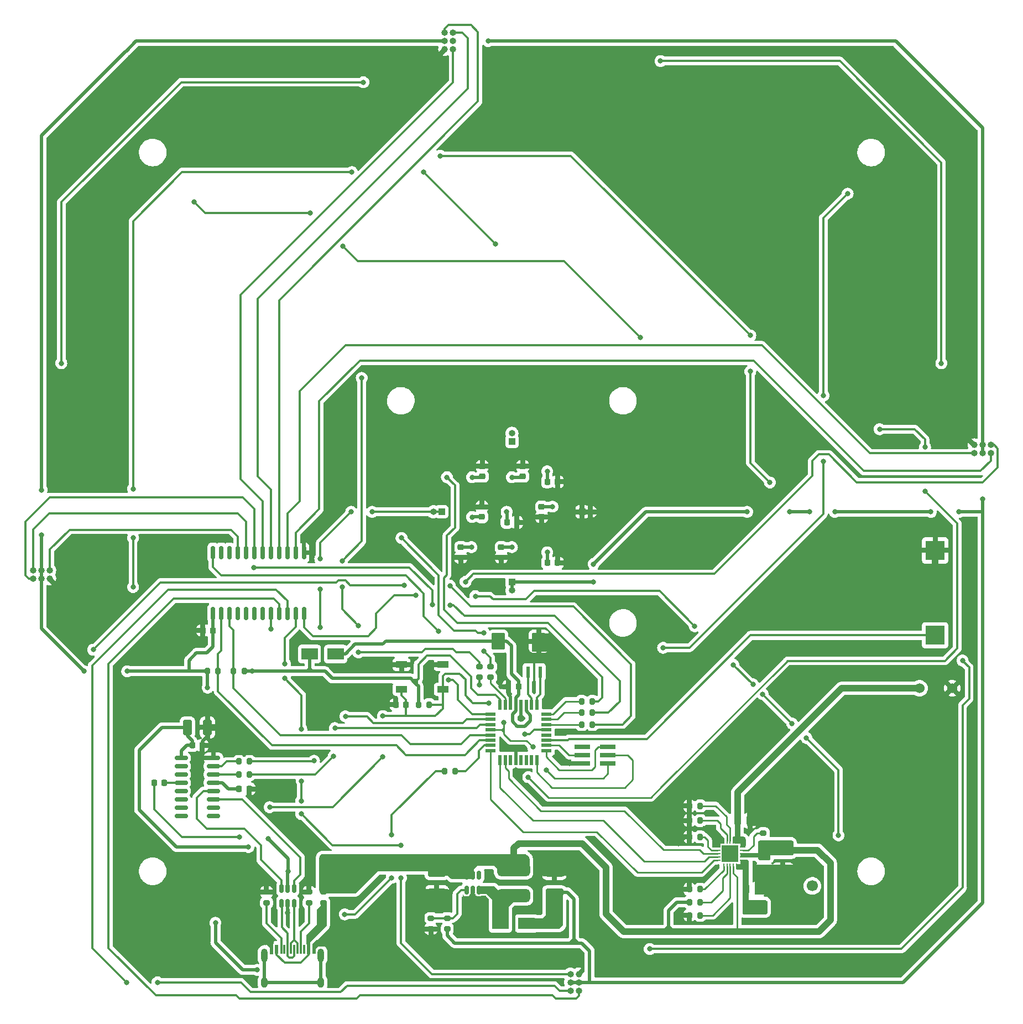
<source format=gbr>
%TF.GenerationSoftware,KiCad,Pcbnew,(6.0.10)*%
%TF.CreationDate,2023-01-10T10:46:10+01:00*%
%TF.ProjectId,BoardGame,426f6172-6447-4616-9d65-2e6b69636164,rev?*%
%TF.SameCoordinates,Original*%
%TF.FileFunction,Copper,L2,Bot*%
%TF.FilePolarity,Positive*%
%FSLAX46Y46*%
G04 Gerber Fmt 4.6, Leading zero omitted, Abs format (unit mm)*
G04 Created by KiCad (PCBNEW (6.0.10)) date 2023-01-10 10:46:10*
%MOMM*%
%LPD*%
G01*
G04 APERTURE LIST*
G04 Aperture macros list*
%AMRoundRect*
0 Rectangle with rounded corners*
0 $1 Rounding radius*
0 $2 $3 $4 $5 $6 $7 $8 $9 X,Y pos of 4 corners*
0 Add a 4 corners polygon primitive as box body*
4,1,4,$2,$3,$4,$5,$6,$7,$8,$9,$2,$3,0*
0 Add four circle primitives for the rounded corners*
1,1,$1+$1,$2,$3*
1,1,$1+$1,$4,$5*
1,1,$1+$1,$6,$7*
1,1,$1+$1,$8,$9*
0 Add four rect primitives between the rounded corners*
20,1,$1+$1,$2,$3,$4,$5,0*
20,1,$1+$1,$4,$5,$6,$7,0*
20,1,$1+$1,$6,$7,$8,$9,0*
20,1,$1+$1,$8,$9,$2,$3,0*%
G04 Aperture macros list end*
%TA.AperFunction,SMDPad,CuDef*%
%ADD10R,2.500000X1.800000*%
%TD*%
%TA.AperFunction,ComponentPad*%
%ADD11C,1.000000*%
%TD*%
%TA.AperFunction,ComponentPad*%
%ADD12O,1.000000X1.000000*%
%TD*%
%TA.AperFunction,ComponentPad*%
%ADD13C,1.700000*%
%TD*%
%TA.AperFunction,ComponentPad*%
%ADD14R,1.000000X1.000000*%
%TD*%
%TA.AperFunction,SMDPad,CuDef*%
%ADD15RoundRect,0.225000X-0.250000X0.225000X-0.250000X-0.225000X0.250000X-0.225000X0.250000X0.225000X0*%
%TD*%
%TA.AperFunction,SMDPad,CuDef*%
%ADD16RoundRect,0.200000X0.200000X0.275000X-0.200000X0.275000X-0.200000X-0.275000X0.200000X-0.275000X0*%
%TD*%
%TA.AperFunction,SMDPad,CuDef*%
%ADD17RoundRect,0.225000X-0.225000X-0.250000X0.225000X-0.250000X0.225000X0.250000X-0.225000X0.250000X0*%
%TD*%
%TA.AperFunction,SMDPad,CuDef*%
%ADD18RoundRect,0.200000X0.275000X-0.200000X0.275000X0.200000X-0.275000X0.200000X-0.275000X-0.200000X0*%
%TD*%
%TA.AperFunction,SMDPad,CuDef*%
%ADD19R,3.000000X3.000000*%
%TD*%
%TA.AperFunction,SMDPad,CuDef*%
%ADD20R,0.550000X1.600000*%
%TD*%
%TA.AperFunction,SMDPad,CuDef*%
%ADD21R,1.600000X0.550000*%
%TD*%
%TA.AperFunction,SMDPad,CuDef*%
%ADD22RoundRect,0.200000X-0.275000X0.200000X-0.275000X-0.200000X0.275000X-0.200000X0.275000X0.200000X0*%
%TD*%
%TA.AperFunction,SMDPad,CuDef*%
%ADD23RoundRect,0.200000X-0.200000X-0.275000X0.200000X-0.275000X0.200000X0.275000X-0.200000X0.275000X0*%
%TD*%
%TA.AperFunction,SMDPad,CuDef*%
%ADD24RoundRect,0.250000X1.100000X-0.325000X1.100000X0.325000X-1.100000X0.325000X-1.100000X-0.325000X0*%
%TD*%
%TA.AperFunction,SMDPad,CuDef*%
%ADD25RoundRect,0.225000X0.225000X0.250000X-0.225000X0.250000X-0.225000X-0.250000X0.225000X-0.250000X0*%
%TD*%
%TA.AperFunction,SMDPad,CuDef*%
%ADD26RoundRect,0.250000X-0.412500X-0.925000X0.412500X-0.925000X0.412500X0.925000X-0.412500X0.925000X0*%
%TD*%
%TA.AperFunction,SMDPad,CuDef*%
%ADD27RoundRect,0.500000X-2.000000X0.500000X-2.000000X-0.500000X2.000000X-0.500000X2.000000X0.500000X0*%
%TD*%
%TA.AperFunction,SMDPad,CuDef*%
%ADD28RoundRect,0.250000X-0.250000X-0.475000X0.250000X-0.475000X0.250000X0.475000X-0.250000X0.475000X0*%
%TD*%
%TA.AperFunction,SMDPad,CuDef*%
%ADD29R,0.600000X1.450000*%
%TD*%
%TA.AperFunction,SMDPad,CuDef*%
%ADD30R,0.300000X1.450000*%
%TD*%
%TA.AperFunction,ComponentPad*%
%ADD31O,1.000000X1.600000*%
%TD*%
%TA.AperFunction,ComponentPad*%
%ADD32O,1.000000X2.100000*%
%TD*%
%TA.AperFunction,SMDPad,CuDef*%
%ADD33RoundRect,0.225000X0.250000X-0.225000X0.250000X0.225000X-0.250000X0.225000X-0.250000X-0.225000X0*%
%TD*%
%TA.AperFunction,SMDPad,CuDef*%
%ADD34RoundRect,0.150000X0.150000X-0.512500X0.150000X0.512500X-0.150000X0.512500X-0.150000X-0.512500X0*%
%TD*%
%TA.AperFunction,SMDPad,CuDef*%
%ADD35RoundRect,0.250000X-0.925000X0.412500X-0.925000X-0.412500X0.925000X-0.412500X0.925000X0.412500X0*%
%TD*%
%TA.AperFunction,SMDPad,CuDef*%
%ADD36RoundRect,0.150000X0.825000X0.150000X-0.825000X0.150000X-0.825000X-0.150000X0.825000X-0.150000X0*%
%TD*%
%TA.AperFunction,SMDPad,CuDef*%
%ADD37R,1.700000X1.000000*%
%TD*%
%TA.AperFunction,SMDPad,CuDef*%
%ADD38RoundRect,0.250000X-0.787500X-1.025000X0.787500X-1.025000X0.787500X1.025000X-0.787500X1.025000X0*%
%TD*%
%TA.AperFunction,ComponentPad*%
%ADD39C,1.524000*%
%TD*%
%TA.AperFunction,SMDPad,CuDef*%
%ADD40RoundRect,0.250000X-1.100000X0.325000X-1.100000X-0.325000X1.100000X-0.325000X1.100000X0.325000X0*%
%TD*%
%TA.AperFunction,SMDPad,CuDef*%
%ADD41RoundRect,0.150000X-0.150000X0.875000X-0.150000X-0.875000X0.150000X-0.875000X0.150000X0.875000X0*%
%TD*%
%TA.AperFunction,SMDPad,CuDef*%
%ADD42R,0.600000X1.700000*%
%TD*%
%TA.AperFunction,SMDPad,CuDef*%
%ADD43R,0.400000X1.700000*%
%TD*%
%TA.AperFunction,SMDPad,CuDef*%
%ADD44RoundRect,0.062500X0.062500X-0.350000X0.062500X0.350000X-0.062500X0.350000X-0.062500X-0.350000X0*%
%TD*%
%TA.AperFunction,SMDPad,CuDef*%
%ADD45RoundRect,0.062500X0.350000X-0.062500X0.350000X0.062500X-0.350000X0.062500X-0.350000X-0.062500X0*%
%TD*%
%TA.AperFunction,SMDPad,CuDef*%
%ADD46R,2.500000X2.500000*%
%TD*%
%TA.AperFunction,SMDPad,CuDef*%
%ADD47RoundRect,0.250000X-0.475000X0.250000X-0.475000X-0.250000X0.475000X-0.250000X0.475000X0.250000X0*%
%TD*%
%TA.AperFunction,SMDPad,CuDef*%
%ADD48R,2.400000X0.740000*%
%TD*%
%TA.AperFunction,ViaPad*%
%ADD49C,0.800000*%
%TD*%
%TA.AperFunction,Conductor*%
%ADD50C,0.300000*%
%TD*%
%TA.AperFunction,Conductor*%
%ADD51C,0.508000*%
%TD*%
%TA.AperFunction,Conductor*%
%ADD52C,0.355600*%
%TD*%
%TA.AperFunction,Conductor*%
%ADD53C,1.016000*%
%TD*%
%TA.AperFunction,Conductor*%
%ADD54C,0.254000*%
%TD*%
G04 APERTURE END LIST*
D10*
%TO.P,D501,1,K*%
%TO.N,Net-(C501-Pad1)*%
X117000000Y-108750000D03*
%TO.P,D501,2,A*%
%TO.N,+5V*%
X113000000Y-108750000D03*
%TD*%
D11*
%TO.P,J401,1,Pin_1*%
%TO.N,GND*%
X73220000Y-97235000D03*
D12*
%TO.P,J401,2,Pin_2*%
%TO.N,TP_1*%
X73220000Y-95965000D03*
%TO.P,J401,3,Pin_3*%
%TO.N,+5V*%
X71950000Y-97235000D03*
%TO.P,J401,4,Pin_4*%
X71950000Y-95965000D03*
%TO.P,J401,5,Pin_5*%
%TO.N,TP_3*%
X70680000Y-97235000D03*
%TO.P,J401,6,Pin_6*%
%TO.N,TP_2*%
X70680000Y-95965000D03*
%TD*%
D11*
%TO.P,J403,1,Pin_1*%
%TO.N,GND*%
X214780000Y-76765000D03*
D12*
%TO.P,J403,2,Pin_2*%
%TO.N,TP_7*%
X214780000Y-78035000D03*
%TO.P,J403,3,Pin_3*%
%TO.N,+5V*%
X216050000Y-76765000D03*
%TO.P,J403,4,Pin_4*%
X216050000Y-78035000D03*
%TO.P,J403,5,Pin_5*%
%TO.N,TP_9*%
X217320000Y-76765000D03*
%TO.P,J403,6,Pin_6*%
%TO.N,TP_8*%
X217320000Y-78035000D03*
%TD*%
D13*
%TO.P,J302,1,Pin_1*%
%TO.N,/Battery charger/CH_OUT*%
X182000000Y-147500000D03*
%TD*%
D14*
%TO.P,J406,1,Pin_1*%
%TO.N,GND*%
X154750000Y-87000000D03*
D12*
%TO.P,J406,2,Pin_2*%
X156020000Y-87000000D03*
%TD*%
D13*
%TO.P,J301,1,Pin_1*%
%TO.N,VCC*%
X190000000Y-144250000D03*
%TD*%
D11*
%TO.P,J404,1,Pin_1*%
%TO.N,GND*%
X154235000Y-157730000D03*
D12*
%TO.P,J404,2,Pin_2*%
%TO.N,TP_10*%
X152965000Y-157730000D03*
%TO.P,J404,3,Pin_3*%
%TO.N,+5V*%
X154235000Y-159000000D03*
%TO.P,J404,4,Pin_4*%
X152965000Y-159000000D03*
%TO.P,J404,5,Pin_5*%
%TO.N,TP_12*%
X154235000Y-160270000D03*
%TO.P,J404,6,Pin_6*%
%TO.N,TP_11*%
X152965000Y-160270000D03*
%TD*%
D14*
%TO.P,J408,1,Pin_1*%
%TO.N,TP_13*%
X133250000Y-87000000D03*
D12*
%TO.P,J408,2,Pin_2*%
X131980000Y-87000000D03*
%TD*%
D14*
%TO.P,J405,1,Pin_1*%
%TO.N,+5V*%
X144000000Y-97750000D03*
D12*
%TO.P,J405,2,Pin_2*%
X144000000Y-99020000D03*
%TD*%
D11*
%TO.P,J402,1,Pin_1*%
%TO.N,GND*%
X133715000Y-16220000D03*
D12*
%TO.P,J402,2,Pin_2*%
%TO.N,TP_4*%
X134985000Y-16220000D03*
%TO.P,J402,3,Pin_3*%
%TO.N,+5V*%
X133715000Y-14950000D03*
%TO.P,J402,4,Pin_4*%
X134985000Y-14950000D03*
%TO.P,J402,5,Pin_5*%
%TO.N,TP_6*%
X133715000Y-13680000D03*
%TO.P,J402,6,Pin_6*%
%TO.N,TP_5*%
X134985000Y-13680000D03*
%TD*%
D14*
%TO.P,J407,1,Pin_1*%
%TO.N,unconnected-(J407-Pad1)*%
X144000000Y-76250000D03*
D12*
%TO.P,J407,2,Pin_2*%
%TO.N,unconnected-(J407-Pad2)*%
X144000000Y-74980000D03*
%TD*%
D15*
%TO.P,C1006,1*%
%TO.N,VCC*%
X142360000Y-92425000D03*
%TO.P,C1006,2*%
%TO.N,GND*%
X142360000Y-93975000D03*
%TD*%
D16*
%TO.P,R303,1*%
%TO.N,Net-(R303-Pad1)*%
X172825000Y-146750000D03*
%TO.P,R303,2*%
%TO.N,VBUS*%
X171175000Y-146750000D03*
%TD*%
D17*
%TO.P,C504,1*%
%TO.N,GND*%
X126225000Y-116500000D03*
%TO.P,C504,2*%
%TO.N,/Microcontroller/RESET*%
X127775000Y-116500000D03*
%TD*%
D16*
%TO.P,R201,1*%
%TO.N,/Microcontroller/RX*%
X103825000Y-125200000D03*
%TO.P,R201,2*%
%TO.N,Net-(R201-Pad2)*%
X102175000Y-125200000D03*
%TD*%
%TO.P,R401,1*%
%TO.N,+5V*%
X103020000Y-111397500D03*
%TO.P,R401,2*%
%TO.N,/IO Expander/SCL*%
X101370000Y-111397500D03*
%TD*%
%TO.P,R1006,1*%
%TO.N,/Battery indicator LED/NP_6*%
X135325000Y-126700000D03*
%TO.P,R1006,2*%
%TO.N,Net-(D1106-Pad4)*%
X133675000Y-126700000D03*
%TD*%
D18*
%TO.P,R202,1*%
%TO.N,Net-(J201-PadB5)*%
X106425378Y-146825000D03*
%TO.P,R202,2*%
%TO.N,GND*%
X106425378Y-145175000D03*
%TD*%
D19*
%TO.P,LS501,1,1*%
%TO.N,Net-(LS501-Pad1)*%
X208800000Y-105900000D03*
%TO.P,LS501,2,2*%
%TO.N,GND*%
X208800000Y-92900000D03*
%TD*%
D20*
%TO.P,U501,1,PD3*%
%TO.N,+5V*%
X142200000Y-116500000D03*
%TO.P,U501,2,PD4*%
%TO.N,/Microcontroller/NP_2*%
X143000000Y-116500000D03*
%TO.P,U501,3,GND*%
%TO.N,GND*%
X143800000Y-116500000D03*
%TO.P,U501,4,VCC*%
%TO.N,Net-(C501-Pad1)*%
X144600000Y-116500000D03*
%TO.P,U501,5,GND*%
%TO.N,GND*%
X145400000Y-116500000D03*
%TO.P,U501,6,VCC*%
%TO.N,Net-(C501-Pad1)*%
X146200000Y-116500000D03*
%TO.P,U501,7,XTAL1/PB6*%
%TO.N,Net-(U501-Pad7)*%
X147000000Y-116500000D03*
%TO.P,U501,8,XTAL2/PB7*%
%TO.N,Net-(U501-Pad8)*%
X147800000Y-116500000D03*
D21*
%TO.P,U501,9,PD5*%
%TO.N,/Dice LEDs/NP_3*%
X149250000Y-117950000D03*
%TO.P,U501,10,PD6*%
%TO.N,/Microcontroller/NP_4*%
X149250000Y-118750000D03*
%TO.P,U501,11,PD7*%
%TO.N,/Microcontroller/NP_5*%
X149250000Y-119550000D03*
%TO.P,U501,12,PB0*%
%TO.N,/Finish LEDs/NP_1*%
X149250000Y-120350000D03*
%TO.P,U501,13,PB1*%
%TO.N,unconnected-(U501-Pad13)*%
X149250000Y-121150000D03*
%TO.P,U501,14,PB2*%
%TO.N,Net-(LS501-Pad1)*%
X149250000Y-121950000D03*
%TO.P,U501,15,PB3*%
%TO.N,MOSI*%
X149250000Y-122750000D03*
%TO.P,U501,16,PB4*%
%TO.N,MISO*%
X149250000Y-123550000D03*
D20*
%TO.P,U501,17,PB5*%
%TO.N,SCK*%
X147800000Y-125000000D03*
%TO.P,U501,18,AVCC*%
%TO.N,unconnected-(U501-Pad18)*%
X147000000Y-125000000D03*
%TO.P,U501,19,ADC6*%
%TO.N,unconnected-(U501-Pad19)*%
X146200000Y-125000000D03*
%TO.P,U501,20,AREF*%
%TO.N,unconnected-(U501-Pad20)*%
X145400000Y-125000000D03*
%TO.P,U501,21,GND*%
%TO.N,GND*%
X144600000Y-125000000D03*
%TO.P,U501,22,ADC7*%
%TO.N,unconnected-(U501-Pad22)*%
X143800000Y-125000000D03*
%TO.P,U501,23,PC0*%
%TO.N,/Battery charger/STAT1*%
X143000000Y-125000000D03*
%TO.P,U501,24,PC1*%
%TO.N,/Battery charger/STAT2*%
X142200000Y-125000000D03*
D21*
%TO.P,U501,25,PC2*%
%TO.N,/Battery charger/PG*%
X140750000Y-123550000D03*
%TO.P,U501,26,PC3*%
%TO.N,/Battery indicator LED/NP_6*%
X140750000Y-122750000D03*
%TO.P,U501,27,PC4*%
%TO.N,/IO Expander/SDA*%
X140750000Y-121950000D03*
%TO.P,U501,28,PC5*%
%TO.N,/IO Expander/SCL*%
X140750000Y-121150000D03*
%TO.P,U501,29,~{RESET}/PC6*%
%TO.N,/Microcontroller/RESET*%
X140750000Y-120350000D03*
%TO.P,U501,30,PD0*%
%TO.N,/Microcontroller/RX*%
X140750000Y-119550000D03*
%TO.P,U501,31,PD1*%
%TO.N,/Microcontroller/TX*%
X140750000Y-118750000D03*
%TO.P,U501,32,PD2*%
%TO.N,/IO Expander/INT*%
X140750000Y-117950000D03*
%TD*%
D22*
%TO.P,R602,1*%
%TO.N,/Boost Converter/FB*%
X131600000Y-149175000D03*
%TO.P,R602,2*%
%TO.N,GND*%
X131600000Y-150825000D03*
%TD*%
D23*
%TO.P,R1002,1*%
%TO.N,/Microcontroller/NP_5*%
X154675000Y-119550000D03*
%TO.P,R1002,2*%
%TO.N,Net-(D1085-Pad4)*%
X156325000Y-119550000D03*
%TD*%
D16*
%TO.P,R204,1*%
%TO.N,/Microcontroller/TX*%
X103825000Y-127200000D03*
%TO.P,R204,2*%
%TO.N,Net-(R204-Pad2)*%
X102175000Y-127200000D03*
%TD*%
D24*
%TO.P,C602,1*%
%TO.N,+5V*%
X150500000Y-145225000D03*
%TO.P,C602,2*%
%TO.N,GND*%
X150500000Y-142275000D03*
%TD*%
D16*
%TO.P,R501,1*%
%TO.N,/Microcontroller/RESET*%
X131325000Y-116500000D03*
%TO.P,R501,2*%
%TO.N,+5V*%
X129675000Y-116500000D03*
%TD*%
D25*
%TO.P,C501,1*%
%TO.N,Net-(C501-Pad1)*%
X145000000Y-113750000D03*
%TO.P,C501,2*%
%TO.N,GND*%
X143450000Y-113750000D03*
%TD*%
D23*
%TO.P,R1004,1*%
%TO.N,/Dice LEDs/NP_3*%
X154675000Y-116000000D03*
%TO.P,R1004,2*%
%TO.N,Net-(D1097-Pad4)*%
X156325000Y-116000000D03*
%TD*%
D26*
%TO.P,C203,1*%
%TO.N,VBUS*%
X94310000Y-120000000D03*
%TO.P,C203,2*%
%TO.N,GND*%
X97385000Y-120000000D03*
%TD*%
D15*
%TO.P,C1007,1*%
%TO.N,VCC*%
X136170000Y-92425000D03*
%TO.P,C1007,2*%
%TO.N,GND*%
X136170000Y-93975000D03*
%TD*%
D10*
%TO.P,D601,1,K*%
%TO.N,+5V*%
X146250000Y-150000000D03*
%TO.P,D601,2,A*%
%TO.N,/Boost Converter/L_OUT*%
X142250000Y-150000000D03*
%TD*%
D25*
%TO.P,C401,1*%
%TO.N,+5V*%
X98210000Y-105147500D03*
%TO.P,C401,2*%
%TO.N,GND*%
X96660000Y-105147500D03*
%TD*%
D27*
%TO.P,L601,1*%
%TO.N,VBUS*%
X144250000Y-141750000D03*
%TO.P,L601,2*%
%TO.N,/Boost Converter/L_OUT*%
X144250000Y-145750000D03*
%TD*%
D16*
%TO.P,R301,1*%
%TO.N,Net-(R301-Pad1)*%
X172825000Y-148750000D03*
%TO.P,R301,2*%
%TO.N,GND*%
X171175000Y-148750000D03*
%TD*%
D18*
%TO.P,R1001,1*%
%TO.N,/Finish LEDs/NP_1*%
X139000000Y-112325000D03*
%TO.P,R1001,2*%
%TO.N,Net-(D1069-Pad4)*%
X139000000Y-110675000D03*
%TD*%
D28*
%TO.P,C303,1*%
%TO.N,/Battery charger/CH_OUT*%
X179800000Y-144750000D03*
%TO.P,C303,2*%
%TO.N,GND*%
X181700000Y-144750000D03*
%TD*%
D17*
%TO.P,C1009,1*%
%TO.N,VCC*%
X143225000Y-88600000D03*
%TO.P,C1009,2*%
%TO.N,GND*%
X144775000Y-88600000D03*
%TD*%
%TO.P,C1005,1*%
%TO.N,VCC*%
X149425000Y-94800000D03*
%TO.P,C1005,2*%
%TO.N,GND*%
X150975000Y-94800000D03*
%TD*%
D29*
%TO.P,J201,A1,GND*%
%TO.N,GND*%
X113675378Y-153955000D03*
%TO.P,J201,A4,VBUS*%
%TO.N,/USB/USB*%
X112875378Y-153955000D03*
D30*
%TO.P,J201,A5,CC1*%
%TO.N,Net-(J201-PadA5)*%
X111675378Y-153955000D03*
%TO.P,J201,A6,D+*%
%TO.N,USB_CONN_D+*%
X110675378Y-153955000D03*
%TO.P,J201,A7,D-*%
%TO.N,USB_CONN_D-*%
X110175378Y-153955000D03*
%TO.P,J201,A8,SBU1*%
%TO.N,unconnected-(J201-PadA8)*%
X109175378Y-153955000D03*
D29*
%TO.P,J201,A9,VBUS*%
%TO.N,/USB/USB*%
X107975378Y-153955000D03*
%TO.P,J201,A12,GND*%
%TO.N,GND*%
X107175378Y-153955000D03*
%TO.P,J201,B1,GND*%
X107175378Y-153955000D03*
%TO.P,J201,B4,VBUS*%
%TO.N,/USB/USB*%
X107975378Y-153955000D03*
D30*
%TO.P,J201,B5,CC2*%
%TO.N,Net-(J201-PadB5)*%
X108675378Y-153955000D03*
%TO.P,J201,B6,D+*%
%TO.N,USB_CONN_D+*%
X109675378Y-153955000D03*
%TO.P,J201,B7,D-*%
%TO.N,USB_CONN_D-*%
X111175378Y-153955000D03*
%TO.P,J201,B8,SBU2*%
%TO.N,unconnected-(J201-PadB8)*%
X112175378Y-153955000D03*
D29*
%TO.P,J201,B9,VBUS*%
%TO.N,/USB/USB*%
X112875378Y-153955000D03*
%TO.P,J201,B12,GND*%
%TO.N,GND*%
X113675378Y-153955000D03*
D31*
%TO.P,J201,S1,SHIELD*%
%TO.N,unconnected-(J201-PadS1)*%
X114745378Y-159050000D03*
D32*
X114745378Y-154870000D03*
X106105378Y-154870000D03*
D31*
X106105378Y-159050000D03*
%TD*%
D17*
%TO.P,C201,1*%
%TO.N,Net-(C201-Pad1)*%
X102225000Y-129400000D03*
%TO.P,C201,2*%
%TO.N,GND*%
X103775000Y-129400000D03*
%TD*%
D18*
%TO.P,FB201,1*%
%TO.N,/USB/USB*%
X115175378Y-146825000D03*
%TO.P,FB201,2*%
%TO.N,VBUS*%
X115175378Y-145175000D03*
%TD*%
D33*
%TO.P,C1008,1*%
%TO.N,VCC*%
X139400000Y-87775000D03*
%TO.P,C1008,2*%
%TO.N,GND*%
X139400000Y-86225000D03*
%TD*%
D16*
%TO.P,R307,1*%
%TO.N,Net-(R307-Pad1)*%
X172825000Y-144750000D03*
%TO.P,R307,2*%
%TO.N,GND*%
X171175000Y-144750000D03*
%TD*%
D34*
%TO.P,U601,1,SW*%
%TO.N,/Boost Converter/L_OUT*%
X138950000Y-144887500D03*
%TO.P,U601,2,GND*%
%TO.N,GND*%
X138000000Y-144887500D03*
%TO.P,U601,3,FB*%
%TO.N,/Boost Converter/FB*%
X137050000Y-144887500D03*
%TO.P,U601,4,EN*%
%TO.N,VBUS*%
X137050000Y-142612500D03*
%TO.P,U601,5,IN*%
X138000000Y-142612500D03*
%TO.P,U601,6,NC*%
%TO.N,unconnected-(U601-Pad6)*%
X138950000Y-142612500D03*
%TD*%
D35*
%TO.P,C301,1*%
%TO.N,VBUS*%
X185500000Y-138758000D03*
%TO.P,C301,2*%
%TO.N,GND*%
X185500000Y-141833000D03*
%TD*%
D36*
%TO.P,U202,1,GND*%
%TO.N,GND*%
X98300000Y-124660000D03*
%TO.P,U202,2,TXD*%
%TO.N,Net-(R201-Pad2)*%
X98300000Y-125930000D03*
%TO.P,U202,3,RXD*%
%TO.N,Net-(R204-Pad2)*%
X98300000Y-127200000D03*
%TO.P,U202,4,V3*%
%TO.N,Net-(C201-Pad1)*%
X98300000Y-128470000D03*
%TO.P,U202,5,UD+*%
%TO.N,USB_D+*%
X98300000Y-129740000D03*
%TO.P,U202,6,UD-*%
%TO.N,USB_D-*%
X98300000Y-131010000D03*
%TO.P,U202,7,NC*%
%TO.N,unconnected-(U202-Pad7)*%
X98300000Y-132280000D03*
%TO.P,U202,8,NC*%
%TO.N,unconnected-(U202-Pad8)*%
X98300000Y-133550000D03*
%TO.P,U202,9,~{CTS}*%
%TO.N,unconnected-(U202-Pad9)*%
X93350000Y-133550000D03*
%TO.P,U202,10,~{DSR}*%
%TO.N,unconnected-(U202-Pad10)*%
X93350000Y-132280000D03*
%TO.P,U202,11,~{RI}*%
%TO.N,unconnected-(U202-Pad11)*%
X93350000Y-131010000D03*
%TO.P,U202,12,~{DCD}*%
%TO.N,unconnected-(U202-Pad12)*%
X93350000Y-129740000D03*
%TO.P,U202,13,~{DTR}*%
%TO.N,Net-(C204-Pad2)*%
X93350000Y-128470000D03*
%TO.P,U202,14,~{RTS}*%
%TO.N,unconnected-(U202-Pad14)*%
X93350000Y-127200000D03*
%TO.P,U202,15,R232*%
%TO.N,unconnected-(U202-Pad15)*%
X93350000Y-125930000D03*
%TO.P,U202,16,VCC*%
%TO.N,VBUS*%
X93350000Y-124660000D03*
%TD*%
D34*
%TO.P,U201,1,I/O1*%
%TO.N,USB_CONN_D-*%
X110625378Y-146887500D03*
%TO.P,U201,2,GND*%
%TO.N,GND*%
X109675378Y-146887500D03*
%TO.P,U201,3,I/O2*%
%TO.N,USB_CONN_D+*%
X108725378Y-146887500D03*
%TO.P,U201,4,I/O2*%
%TO.N,USB_D+*%
X108725378Y-144612500D03*
%TO.P,U201,5,VBUS*%
%TO.N,VBUS*%
X109675378Y-144612500D03*
%TO.P,U201,6,I/O1*%
%TO.N,USB_D-*%
X110625378Y-144612500D03*
%TD*%
D37*
%TO.P,SW501,1,1*%
%TO.N,GND*%
X133400000Y-110350000D03*
X127100000Y-110350000D03*
%TO.P,SW501,2,2*%
%TO.N,/Microcontroller/RESET*%
X133400000Y-114150000D03*
X127100000Y-114150000D03*
%TD*%
D18*
%TO.P,R601,1*%
%TO.N,+5V*%
X134100000Y-150825000D03*
%TO.P,R601,2*%
%TO.N,/Boost Converter/FB*%
X134100000Y-149175000D03*
%TD*%
D17*
%TO.P,C204,1*%
%TO.N,/Microcontroller/RESET*%
X89225000Y-128470000D03*
%TO.P,C204,2*%
%TO.N,Net-(C204-Pad2)*%
X90775000Y-128470000D03*
%TD*%
D38*
%TO.P,C502,1*%
%TO.N,Net-(C501-Pad1)*%
X141887500Y-106800000D03*
%TO.P,C502,2*%
%TO.N,GND*%
X148112500Y-106800000D03*
%TD*%
D39*
%TO.P,BT301,1,+*%
%TO.N,+BATT*%
X206399000Y-114000000D03*
%TO.P,BT301,2,-*%
%TO.N,GND*%
X211399000Y-114000000D03*
%TD*%
D18*
%TO.P,R310,1*%
%TO.N,VBUS*%
X182500000Y-137825000D03*
%TO.P,R310,2*%
%TO.N,Net-(R310-Pad2)*%
X182500000Y-136175000D03*
%TD*%
D16*
%TO.P,R305,1*%
%TO.N,Net-(R305-Pad1)*%
X172825000Y-134250000D03*
%TO.P,R305,2*%
%TO.N,GND*%
X171175000Y-134250000D03*
%TD*%
%TO.P,R302,1*%
%TO.N,Net-(R302-Pad1)*%
X172825000Y-132000000D03*
%TO.P,R302,2*%
%TO.N,GND*%
X171175000Y-132000000D03*
%TD*%
D40*
%TO.P,C601,1*%
%TO.N,VBUS*%
X132500000Y-142275000D03*
%TO.P,C601,2*%
%TO.N,GND*%
X132500000Y-145225000D03*
%TD*%
D16*
%TO.P,R308,1*%
%TO.N,Net-(R308-Pad1)*%
X172825000Y-136750000D03*
%TO.P,R308,2*%
%TO.N,GND*%
X171175000Y-136750000D03*
%TD*%
D33*
%TO.P,C1001,1*%
%TO.N,VCC*%
X139450000Y-81575000D03*
%TO.P,C1001,2*%
%TO.N,GND*%
X139450000Y-80025000D03*
%TD*%
D17*
%TO.P,C1003,1*%
%TO.N,VCC*%
X149425000Y-82400000D03*
%TO.P,C1003,2*%
%TO.N,GND*%
X150975000Y-82400000D03*
%TD*%
%TO.P,C202,1*%
%TO.N,VBUS*%
X95050000Y-122750000D03*
%TO.P,C202,2*%
%TO.N,GND*%
X96600000Y-122750000D03*
%TD*%
D41*
%TO.P,U401,1,~{INT}*%
%TO.N,/IO Expander/INT*%
X98210000Y-93247500D03*
%TO.P,U401,2,A1*%
%TO.N,unconnected-(U401-Pad2)*%
X99480000Y-93247500D03*
%TO.P,U401,3,A2*%
%TO.N,unconnected-(U401-Pad3)*%
X100750000Y-93247500D03*
%TO.P,U401,4,P00*%
%TO.N,TP_1*%
X102020000Y-93247500D03*
%TO.P,U401,5,P01*%
%TO.N,TP_2*%
X103290000Y-93247500D03*
%TO.P,U401,6,P02*%
%TO.N,TP_3*%
X104560000Y-93247500D03*
%TO.P,U401,7,P03*%
%TO.N,TP_4*%
X105830000Y-93247500D03*
%TO.P,U401,8,P04*%
%TO.N,TP_5*%
X107100000Y-93247500D03*
%TO.P,U401,9,P05*%
%TO.N,TP_6*%
X108370000Y-93247500D03*
%TO.P,U401,10,P06*%
%TO.N,TP_7*%
X109640000Y-93247500D03*
%TO.P,U401,11,P07*%
%TO.N,TP_8*%
X110910000Y-93247500D03*
%TO.P,U401,12,GND*%
%TO.N,GND*%
X112180000Y-93247500D03*
%TO.P,U401,13,P10*%
%TO.N,TP_9*%
X112180000Y-102547500D03*
%TO.P,U401,14,P11*%
%TO.N,TP_10*%
X110910000Y-102547500D03*
%TO.P,U401,15,P12*%
%TO.N,TP_11*%
X109640000Y-102547500D03*
%TO.P,U401,16,P13*%
%TO.N,TP_12*%
X108370000Y-102547500D03*
%TO.P,U401,17,P14*%
%TO.N,TP_13*%
X107100000Y-102547500D03*
%TO.P,U401,18,P15*%
%TO.N,unconnected-(U401-Pad18)*%
X105830000Y-102547500D03*
%TO.P,U401,19,P16*%
%TO.N,unconnected-(U401-Pad19)*%
X104560000Y-102547500D03*
%TO.P,U401,20,P17*%
%TO.N,unconnected-(U401-Pad20)*%
X103290000Y-102547500D03*
%TO.P,U401,21,A0*%
%TO.N,unconnected-(U401-Pad21)*%
X102020000Y-102547500D03*
%TO.P,U401,22,SCL*%
%TO.N,/IO Expander/SCL*%
X100750000Y-102547500D03*
%TO.P,U401,23,SDA*%
%TO.N,/IO Expander/SDA*%
X99480000Y-102547500D03*
%TO.P,U401,24,VCC*%
%TO.N,+5V*%
X98210000Y-102547500D03*
%TD*%
D42*
%TO.P,Y501,1,1*%
%TO.N,Net-(U501-Pad8)*%
X148350000Y-111500000D03*
D43*
%TO.P,Y501,2,2*%
%TO.N,GND*%
X147400000Y-111500000D03*
D42*
%TO.P,Y501,3,3*%
%TO.N,Net-(U501-Pad7)*%
X146450000Y-111500000D03*
%TD*%
D44*
%TO.P,U301,1,OUT*%
%TO.N,/Battery charger/CH_OUT*%
X178415000Y-141260500D03*
%TO.P,U301,2,VPCC*%
%TO.N,VBUS*%
X177915000Y-141260500D03*
%TO.P,U301,3,SEL*%
%TO.N,Net-(R301-Pad1)*%
X177415000Y-141260500D03*
%TO.P,U301,4,PROG2*%
%TO.N,Net-(R303-Pad1)*%
X176915000Y-141260500D03*
%TO.P,U301,5,THERM*%
%TO.N,Net-(R307-Pad1)*%
X176415000Y-141260500D03*
D45*
%TO.P,U301,6,~{PG}*%
%TO.N,/Battery charger/PG*%
X175477500Y-140323000D03*
%TO.P,U301,7,STAT2*%
%TO.N,/Battery charger/STAT2*%
X175477500Y-139823000D03*
%TO.P,U301,8,STAT1/~{LBO}*%
%TO.N,/Battery charger/STAT1*%
X175477500Y-139323000D03*
%TO.P,U301,9,~{TE}*%
%TO.N,Net-(R308-Pad1)*%
X175477500Y-138823000D03*
%TO.P,U301,10,VSS*%
%TO.N,GND*%
X175477500Y-138323000D03*
D44*
%TO.P,U301,11,VSS*%
X176415000Y-137385500D03*
%TO.P,U301,12,PROG3*%
%TO.N,Net-(R305-Pad1)*%
X176915000Y-137385500D03*
%TO.P,U301,13,PROG1*%
%TO.N,Net-(R302-Pad1)*%
X177415000Y-137385500D03*
%TO.P,U301,14,VBAT*%
%TO.N,+BATT*%
X177915000Y-137385500D03*
%TO.P,U301,15,VBAT*%
X178415000Y-137385500D03*
D45*
%TO.P,U301,16,Vbat_SENSE*%
X179352500Y-138323000D03*
%TO.P,U301,17,CE*%
%TO.N,Net-(R310-Pad2)*%
X179352500Y-138823000D03*
%TO.P,U301,18,IN*%
%TO.N,VBUS*%
X179352500Y-139323000D03*
%TO.P,U301,19,IN*%
X179352500Y-139823000D03*
%TO.P,U301,20,OUT*%
%TO.N,/Battery charger/CH_OUT*%
X179352500Y-140323000D03*
D46*
%TO.P,U301,21,VSS*%
%TO.N,GND*%
X177415000Y-139323000D03*
%TD*%
D47*
%TO.P,C302,1*%
%TO.N,VBUS*%
X182650000Y-139600000D03*
%TO.P,C302,2*%
%TO.N,GND*%
X182650000Y-141500000D03*
%TD*%
D23*
%TO.P,R402,1*%
%TO.N,+5V*%
X97370000Y-111397500D03*
%TO.P,R402,2*%
%TO.N,/IO Expander/SDA*%
X99020000Y-111397500D03*
%TD*%
D48*
%TO.P,J501,1,Pin_1*%
%TO.N,MISO*%
X158700000Y-122980000D03*
%TO.P,J501,2,Pin_2*%
%TO.N,unconnected-(J501-Pad2)*%
X154800000Y-122980000D03*
%TO.P,J501,3,Pin_3*%
%TO.N,SCK*%
X158700000Y-124250000D03*
%TO.P,J501,4,Pin_4*%
%TO.N,MOSI*%
X154800000Y-124250000D03*
%TO.P,J501,5,Pin_5*%
%TO.N,/Microcontroller/RESET*%
X158700000Y-125520000D03*
%TO.P,J501,6,Pin_6*%
%TO.N,GND*%
X154800000Y-125520000D03*
%TD*%
D23*
%TO.P,R1003,1*%
%TO.N,/Microcontroller/NP_4*%
X154675000Y-117750000D03*
%TO.P,R1003,2*%
%TO.N,Net-(D1053-Pad4)*%
X156325000Y-117750000D03*
%TD*%
D33*
%TO.P,C1002,1*%
%TO.N,VCC*%
X145640000Y-81575000D03*
%TO.P,C1002,2*%
%TO.N,GND*%
X145640000Y-80025000D03*
%TD*%
D15*
%TO.P,C1004,1*%
%TO.N,VCC*%
X148550000Y-86225000D03*
%TO.P,C1004,2*%
%TO.N,GND*%
X148550000Y-87775000D03*
%TD*%
D18*
%TO.P,R1005,1*%
%TO.N,/Microcontroller/NP_2*%
X140750000Y-112325000D03*
%TO.P,R1005,2*%
%TO.N,Net-(D1001-Pad4)*%
X140750000Y-110675000D03*
%TD*%
D28*
%TO.P,C304,1*%
%TO.N,+BATT*%
X178550000Y-134250000D03*
%TO.P,C304,2*%
%TO.N,GND*%
X180450000Y-134250000D03*
%TD*%
D18*
%TO.P,R203,1*%
%TO.N,Net-(J201-PadA5)*%
X112925378Y-146825000D03*
%TO.P,R203,2*%
%TO.N,GND*%
X112925378Y-145175000D03*
%TD*%
D49*
%TO.N,/IO Expander/INT*%
X132750000Y-105250000D03*
%TO.N,/Finish LEDs/NP_1*%
X139000000Y-113500000D03*
X146000000Y-121000000D03*
%TO.N,GND*%
X137900000Y-86200000D03*
X151000000Y-93200000D03*
X131600000Y-152000000D03*
X118425378Y-151400000D03*
X151750000Y-140000000D03*
X151750000Y-141000000D03*
X151000000Y-80800000D03*
X170000000Y-132000000D03*
X142300000Y-113700000D03*
X144800000Y-87000000D03*
X106474622Y-143950000D03*
X149900000Y-107900000D03*
X187600000Y-143200000D03*
X133250000Y-146500000D03*
X137000000Y-147500000D03*
X185600000Y-143200000D03*
X182600000Y-134600000D03*
X138000000Y-146500000D03*
X116425378Y-152400000D03*
X119425378Y-153400000D03*
X103925378Y-152500000D03*
X177415000Y-139323000D03*
X129250000Y-145500000D03*
X118425378Y-153400000D03*
X137800000Y-94000000D03*
X105000000Y-129400000D03*
X95400000Y-105150000D03*
X152800000Y-125500000D03*
X187600000Y-142200000D03*
X186600000Y-143200000D03*
X105925378Y-151600000D03*
X142400000Y-68400000D03*
X104925378Y-151500000D03*
X130250000Y-145500000D03*
X174600000Y-136400000D03*
X98700000Y-120000000D03*
X138000000Y-147500000D03*
X105925378Y-152500000D03*
X148750000Y-141000000D03*
X109675378Y-148350000D03*
X170000000Y-134250000D03*
X145400000Y-118750000D03*
X150750000Y-141000000D03*
X181700000Y-133700000D03*
X102925378Y-153500000D03*
X150200000Y-87800000D03*
X116425378Y-151400000D03*
X129250000Y-143500000D03*
X144600000Y-123400000D03*
X129250000Y-144500000D03*
X149900000Y-106100000D03*
X182600000Y-143200000D03*
X102925378Y-151500000D03*
X208800000Y-95200000D03*
X132250000Y-146500000D03*
X170000000Y-148750000D03*
X173700000Y-135500000D03*
X117425378Y-152400000D03*
X137000000Y-146500000D03*
X130250000Y-146500000D03*
X102925378Y-152500000D03*
X131250000Y-146500000D03*
X170000000Y-144750000D03*
X183600000Y-143200000D03*
X181700000Y-134600000D03*
X130250000Y-143500000D03*
X144000000Y-80000000D03*
X139000000Y-147500000D03*
X129250000Y-146500000D03*
X104925378Y-152500000D03*
X125000000Y-116500000D03*
X103925378Y-151500000D03*
X131750000Y-110300000D03*
X147400000Y-109800000D03*
X180800000Y-132700000D03*
X150750000Y-140000000D03*
X149750000Y-140000000D03*
X149750000Y-141000000D03*
X184600000Y-143200000D03*
X140000000Y-147500000D03*
X134250000Y-146500000D03*
X182600000Y-133700000D03*
X181700000Y-132700000D03*
X119425378Y-152400000D03*
X144000000Y-94000000D03*
X125500000Y-110400000D03*
X118425378Y-152400000D03*
X174600000Y-135500000D03*
X139000000Y-146500000D03*
X137900000Y-80000000D03*
X130250000Y-144500000D03*
X181600000Y-143200000D03*
X112180000Y-91500000D03*
X140000000Y-146500000D03*
X149900000Y-107000000D03*
X103925378Y-153500000D03*
X119425378Y-151400000D03*
X141000000Y-68400000D03*
X169500000Y-137800000D03*
X117425378Y-151400000D03*
X175500000Y-136400000D03*
X112950000Y-143950000D03*
%TO.N,VBUS*%
X106650000Y-137000000D03*
X115250000Y-140200000D03*
X109700000Y-142000000D03*
X103650000Y-138300000D03*
%TO.N,+5V*%
X85100000Y-111400000D03*
X140350000Y-14950000D03*
X97400000Y-113900000D03*
X186500000Y-87000000D03*
X208150000Y-87000000D03*
X189550000Y-87000000D03*
X72000000Y-83650000D03*
X156500000Y-95000000D03*
X156500000Y-97750000D03*
X72000000Y-90500000D03*
X212450000Y-87000000D03*
X216100000Y-85050000D03*
X180000000Y-87000000D03*
X78500000Y-111400000D03*
X193450000Y-87000000D03*
X104200000Y-111400000D03*
%TO.N,VCC*%
X137800000Y-92400000D03*
X105000000Y-157100000D03*
X149400000Y-80800000D03*
X149400000Y-93200000D03*
X143200000Y-87000000D03*
X144000000Y-92400000D03*
X144000000Y-81700000D03*
X98600000Y-149900000D03*
X137900000Y-81700000D03*
X137900000Y-87800000D03*
X150200000Y-86200000D03*
%TO.N,TP_9*%
X129300000Y-99800000D03*
X136900000Y-97700000D03*
%TO.N,TP_10*%
X109250000Y-110250000D03*
X111750000Y-133250000D03*
X111800000Y-128200000D03*
X109250000Y-112500000D03*
X127000000Y-138000000D03*
X127000000Y-143000000D03*
X111750000Y-131250000D03*
X111750000Y-120250000D03*
%TO.N,TP_11*%
X85000000Y-159000000D03*
X89750000Y-159000000D03*
%TO.N,/Microcontroller/RX*%
X113700000Y-125100000D03*
X116900000Y-120100000D03*
%TO.N,/Microcontroller/TX*%
X116700000Y-124400000D03*
X118500000Y-118300000D03*
%TO.N,TP_13*%
X119400000Y-87000000D03*
X122600000Y-87000000D03*
X114650000Y-94200000D03*
X114650000Y-104700000D03*
X114650000Y-98850000D03*
X107100000Y-104900000D03*
%TO.N,Net-(D1056-Pad2)*%
X130500000Y-35000000D03*
X86000000Y-91000000D03*
X86000000Y-83500000D03*
X86000000Y-98500000D03*
X141500000Y-46000000D03*
X119500000Y-35000000D03*
%TO.N,Net-(D1060-Pad2)*%
X180500000Y-60000000D03*
X183500000Y-82500000D03*
X180500000Y-65500000D03*
X133000000Y-32500000D03*
%TO.N,Net-(D1064-Pad2)*%
X200300000Y-74350000D03*
X146500000Y-127600000D03*
X207250000Y-83850000D03*
X207250000Y-77100000D03*
%TO.N,Net-(D1072-Pad2)*%
X163700000Y-60300000D03*
X118100000Y-46300000D03*
X95300000Y-39600000D03*
X113100000Y-41300000D03*
%TO.N,Net-(D1076-Pad2)*%
X167150000Y-107800000D03*
X191700000Y-69200000D03*
X195400000Y-38300000D03*
X191700000Y-79300000D03*
%TO.N,Net-(D1080-Pad2)*%
X138400000Y-99900000D03*
X172000000Y-104500000D03*
X189100000Y-121600000D03*
X182400000Y-114900000D03*
X180900000Y-113400000D03*
X177900000Y-110400000D03*
X186900000Y-119400000D03*
X194000000Y-136500000D03*
%TO.N,Net-(D1087-Pad2)*%
X75000000Y-64250000D03*
X121250000Y-21250000D03*
%TO.N,Net-(D1090-Pad2)*%
X209750000Y-64250000D03*
X166750000Y-18000000D03*
%TO.N,Net-(D1093-Pad2)*%
X165100000Y-153900000D03*
X213000000Y-109750000D03*
%TO.N,/Microcontroller/RESET*%
X106900000Y-132200000D03*
X142750000Y-119250000D03*
X140500000Y-116250000D03*
X102300000Y-136800000D03*
X124250000Y-118250000D03*
X147250000Y-123000000D03*
X124250000Y-124500000D03*
X149250000Y-126500000D03*
%TO.N,Net-(D1001-Pad4)*%
X139700000Y-105500000D03*
X139700000Y-108300000D03*
X127100000Y-91000000D03*
%TO.N,Net-(D1053-Pad4)*%
X131800000Y-101200000D03*
X104500000Y-95500000D03*
X134500000Y-101250000D03*
%TO.N,Net-(D1069-Pad4)*%
X120500000Y-104400000D03*
X120500000Y-108500000D03*
X118000000Y-94500000D03*
X121000000Y-66500000D03*
X118000000Y-98500000D03*
%TO.N,Net-(D1085-Pad4)*%
X127500000Y-98250000D03*
X134500000Y-98300000D03*
X79900000Y-108100000D03*
%TO.N,Net-(D1097-Pad4)*%
X134050000Y-81700000D03*
%TO.N,Net-(D1106-Pad4)*%
X125600000Y-143000000D03*
X118400000Y-148600000D03*
X125600000Y-136400000D03*
%TO.N,/IO Expander/INT*%
X134250000Y-112750000D03*
%TD*%
D50*
%TO.N,/Finish LEDs/NP_1*%
X146000000Y-121000000D02*
X146750000Y-121000000D01*
D51*
%TO.N,+5V*%
X129500000Y-113500000D02*
X129125000Y-113125000D01*
X129675000Y-113675000D02*
X129500000Y-113500000D01*
D52*
X129500000Y-112750000D02*
X129500000Y-113500000D01*
X129500000Y-112750000D02*
X129000000Y-112750000D01*
D51*
X128875000Y-112875000D02*
X128500000Y-112500000D01*
X129125000Y-113125000D02*
X128875000Y-112875000D01*
D52*
X129000000Y-112750000D02*
X128875000Y-112875000D01*
X129500000Y-112750000D02*
X129125000Y-113125000D01*
X129675000Y-112575000D02*
X129500000Y-112750000D01*
X129675000Y-110325000D02*
X129675000Y-112575000D01*
D51*
X115400000Y-111400000D02*
X113400000Y-111400000D01*
X128500000Y-112500000D02*
X116500000Y-112500000D01*
X116500000Y-112500000D02*
X115400000Y-111400000D01*
X129675000Y-116500000D02*
X129675000Y-113675000D01*
%TO.N,Net-(C501-Pad1)*%
X124250000Y-107250000D02*
X120000000Y-107250000D01*
X124700000Y-106800000D02*
X124250000Y-107250000D01*
X120000000Y-107250000D02*
X118500000Y-108750000D01*
X118500000Y-108750000D02*
X117000000Y-108750000D01*
X141887500Y-106800000D02*
X124700000Y-106800000D01*
D50*
%TO.N,Net-(D1001-Pad4)*%
X138750000Y-105500000D02*
X138400000Y-105150000D01*
X139700000Y-105500000D02*
X138750000Y-105500000D01*
X135150000Y-105150000D02*
X138400000Y-105150000D01*
X132800000Y-102800000D02*
X135150000Y-105150000D01*
X132800000Y-96700000D02*
X132800000Y-102800000D01*
X127100000Y-91000000D02*
X132800000Y-96700000D01*
%TO.N,/IO Expander/INT*%
X132750000Y-105250000D02*
X130500000Y-103000000D01*
%TO.N,Net-(D1069-Pad4)*%
X137500000Y-108500000D02*
X139000000Y-110000000D01*
X135500000Y-108500000D02*
X137500000Y-108500000D01*
X130250000Y-108500000D02*
X130750000Y-108000000D01*
X130750000Y-108000000D02*
X135000000Y-108000000D01*
X120500000Y-108500000D02*
X130250000Y-108500000D01*
X135000000Y-108000000D02*
X135500000Y-108500000D01*
X139000000Y-110000000D02*
X139000000Y-110675000D01*
%TO.N,+5V*%
X131000000Y-109000000D02*
X129675000Y-110325000D01*
X134500000Y-109000000D02*
X131000000Y-109000000D01*
X137750000Y-114000000D02*
X137750000Y-112250000D01*
X141500000Y-115000000D02*
X138750000Y-115000000D01*
X142200000Y-115700000D02*
X141500000Y-115000000D01*
X137750000Y-112250000D02*
X134500000Y-109000000D01*
X142200000Y-116500000D02*
X142200000Y-115700000D01*
X138750000Y-115000000D02*
X137750000Y-114000000D01*
%TO.N,/Microcontroller/RESET*%
X133750000Y-111750000D02*
X133400000Y-112100000D01*
X133400000Y-112100000D02*
X133400000Y-114150000D01*
X136000000Y-111750000D02*
X133750000Y-111750000D01*
X136875000Y-112625000D02*
X136000000Y-111750000D01*
X136875000Y-115125000D02*
X136875000Y-112625000D01*
X138000000Y-116250000D02*
X136875000Y-115125000D01*
X140500000Y-116250000D02*
X138000000Y-116250000D01*
D51*
%TO.N,+5V*%
X112650000Y-111350000D02*
X112650000Y-111400000D01*
X112650000Y-111400000D02*
X112900000Y-111400000D01*
X104200000Y-111400000D02*
X112650000Y-111400000D01*
X113000000Y-111000000D02*
X112650000Y-111350000D01*
X113000000Y-110750000D02*
X113000000Y-111000000D01*
X113000000Y-111000000D02*
X113400000Y-111400000D01*
X113000000Y-110750000D02*
X113000000Y-111300000D01*
X112900000Y-111400000D02*
X113400000Y-111400000D01*
X113000000Y-108750000D02*
X113000000Y-110750000D01*
X113000000Y-111300000D02*
X112900000Y-111400000D01*
%TO.N,GND*%
X145400000Y-118750000D02*
X145400000Y-116500000D01*
D50*
%TO.N,/Finish LEDs/NP_1*%
X139000000Y-113500000D02*
X139000000Y-112325000D01*
X147400000Y-120350000D02*
X146750000Y-121000000D01*
X149250000Y-120350000D02*
X147400000Y-120350000D01*
D52*
%TO.N,Net-(LS501-Pad1)*%
X164650000Y-121750000D02*
X180500000Y-105900000D01*
X152550000Y-121950000D02*
X152750000Y-121750000D01*
X180500000Y-105900000D02*
X208800000Y-105900000D01*
X149250000Y-121950000D02*
X152550000Y-121950000D01*
X152750000Y-121750000D02*
X164650000Y-121750000D01*
D53*
%TO.N,+BATT*%
X206399000Y-114000000D02*
X194500000Y-114000000D01*
X178550000Y-129950000D02*
X178550000Y-134250000D01*
X194500000Y-114000000D02*
X178550000Y-129950000D01*
D51*
%TO.N,GND*%
X143450000Y-114950000D02*
X143800000Y-115300000D01*
D52*
X154800000Y-125520000D02*
X152820000Y-125520000D01*
D53*
X97385000Y-120000000D02*
X98700000Y-120000000D01*
D51*
X143450000Y-113750000D02*
X142350000Y-113750000D01*
X133400000Y-110350000D02*
X131800000Y-110350000D01*
X112925378Y-145175000D02*
X112925378Y-143974622D01*
D52*
X147400000Y-111500000D02*
X147400000Y-109800000D01*
D51*
X96660000Y-105147500D02*
X95402500Y-105147500D01*
X131850000Y-110350000D02*
X131750000Y-110250000D01*
X112180000Y-93247500D02*
X112180000Y-91500000D01*
X139400000Y-86225000D02*
X137925000Y-86225000D01*
X139450000Y-80025000D02*
X137925000Y-80025000D01*
X98300000Y-123550000D02*
X98300000Y-124660000D01*
X106450000Y-145175000D02*
X106450000Y-143974622D01*
X96600000Y-122750000D02*
X97500000Y-122750000D01*
X136170000Y-93975000D02*
X137775000Y-93975000D01*
D53*
X208800000Y-92900000D02*
X208800000Y-95200000D01*
D51*
X137925000Y-80025000D02*
X137900000Y-80000000D01*
X139000000Y-84500000D02*
X137900000Y-85600000D01*
X143975000Y-93975000D02*
X144000000Y-94000000D01*
X150975000Y-93225000D02*
X151000000Y-93200000D01*
X171175000Y-148750000D02*
X170000000Y-148750000D01*
X143450000Y-113750000D02*
X143450000Y-114950000D01*
X143500000Y-84500000D02*
X139000000Y-84500000D01*
X96600000Y-122750000D02*
X96600000Y-122150000D01*
X127100000Y-110350000D02*
X125550000Y-110350000D01*
X145640000Y-80025000D02*
X144025000Y-80025000D01*
X150975000Y-94800000D02*
X150975000Y-93225000D01*
X103775000Y-129400000D02*
X105000000Y-129400000D01*
X144775000Y-88600000D02*
X144775000Y-87025000D01*
X137775000Y-93975000D02*
X137800000Y-94000000D01*
X171175000Y-134250000D02*
X170000000Y-134250000D01*
X150975000Y-82400000D02*
X150975000Y-80825000D01*
X142360000Y-93975000D02*
X143975000Y-93975000D01*
X109675378Y-146887500D02*
X109675378Y-148350000D01*
X125550000Y-110350000D02*
X125500000Y-110400000D01*
X97385000Y-121365000D02*
X97385000Y-120000000D01*
X131600000Y-150825000D02*
X131600000Y-152000000D01*
X171175000Y-132000000D02*
X170000000Y-132000000D01*
X171175000Y-144750000D02*
X170000000Y-144750000D01*
D50*
X126225000Y-116500000D02*
X125000000Y-116500000D01*
D51*
X144600000Y-125000000D02*
X144600000Y-123400000D01*
X144025000Y-80025000D02*
X144000000Y-80000000D01*
X96600000Y-122150000D02*
X97385000Y-121365000D01*
X150975000Y-80825000D02*
X151000000Y-80800000D01*
X137925000Y-86225000D02*
X137900000Y-86200000D01*
X150175000Y-87775000D02*
X150200000Y-87800000D01*
X144800000Y-87000000D02*
X144800000Y-85800000D01*
X148550000Y-87775000D02*
X150175000Y-87775000D01*
X171175000Y-136750000D02*
X170550000Y-136750000D01*
X137900000Y-85600000D02*
X137900000Y-86200000D01*
X143800000Y-115300000D02*
X143800000Y-116500000D01*
X170550000Y-136750000D02*
X169500000Y-137800000D01*
X112925378Y-143974622D02*
X112950000Y-143950000D01*
X97500000Y-122750000D02*
X98300000Y-123550000D01*
X144800000Y-85800000D02*
X143500000Y-84500000D01*
X144775000Y-87025000D02*
X144800000Y-87000000D01*
X142350000Y-113750000D02*
X142300000Y-113700000D01*
X131800000Y-110350000D02*
X131750000Y-110300000D01*
X95402500Y-105147500D02*
X95400000Y-105150000D01*
D52*
X152820000Y-125520000D02*
X152800000Y-125500000D01*
D51*
%TO.N,Net-(C201-Pad1)*%
X99670000Y-128470000D02*
X98300000Y-128470000D01*
X102225000Y-129400000D02*
X100600000Y-129400000D01*
X100600000Y-129400000D02*
X99670000Y-128470000D01*
%TO.N,VBUS*%
X168000000Y-150500000D02*
X168750000Y-151250000D01*
X95050000Y-122750000D02*
X95050000Y-122050000D01*
X95050000Y-122050000D02*
X94310000Y-121310000D01*
X109675378Y-142024622D02*
X109700000Y-142000000D01*
X95050000Y-122750000D02*
X94200000Y-122750000D01*
X93350000Y-123600000D02*
X93350000Y-124660000D01*
D53*
X144250000Y-141750000D02*
X144250000Y-138500000D01*
D51*
X94310000Y-121310000D02*
X94310000Y-120000000D01*
D53*
X192750000Y-149500000D02*
X191000000Y-151250000D01*
X154750000Y-137750000D02*
X158400000Y-141400000D01*
D51*
X168000000Y-150500000D02*
X167250000Y-151250000D01*
X94310000Y-120000000D02*
X90400000Y-120000000D01*
X94200000Y-122750000D02*
X93350000Y-123600000D01*
D53*
X191000000Y-151250000D02*
X178250000Y-151250000D01*
X190758000Y-138758000D02*
X192750000Y-140750000D01*
D51*
X109675378Y-144612500D02*
X109675378Y-142024622D01*
X169250000Y-146750000D02*
X168000000Y-148000000D01*
X171175000Y-146750000D02*
X169250000Y-146750000D01*
D53*
X168000000Y-151250000D02*
X168250000Y-151250000D01*
D54*
X178500000Y-151000000D02*
X178250000Y-151250000D01*
D53*
X144250000Y-138500000D02*
X145000000Y-137750000D01*
X192750000Y-140750000D02*
X192750000Y-149500000D01*
D51*
X168000000Y-150500000D02*
X168000000Y-151250000D01*
X168000000Y-148000000D02*
X168000000Y-150500000D01*
D53*
X161150000Y-151250000D02*
X167250000Y-151250000D01*
D51*
X92650000Y-138300000D02*
X86950000Y-132600000D01*
X168750000Y-151250000D02*
X168850000Y-151250000D01*
D53*
X158400000Y-141400000D02*
X158400000Y-148500000D01*
X167250000Y-151250000D02*
X168000000Y-151250000D01*
D54*
X178500000Y-142900000D02*
X178500000Y-151000000D01*
D53*
X178250000Y-151250000D02*
X168850000Y-151250000D01*
D51*
X90400000Y-120000000D02*
X86950000Y-123450000D01*
X109700000Y-140050000D02*
X109700000Y-142000000D01*
X103650000Y-138300000D02*
X92650000Y-138300000D01*
D53*
X145000000Y-137750000D02*
X154750000Y-137750000D01*
D51*
X106650000Y-137000000D02*
X109700000Y-140050000D01*
D53*
X185500000Y-138758000D02*
X190758000Y-138758000D01*
D54*
X177915000Y-141260500D02*
X177915000Y-142315000D01*
D53*
X168850000Y-151250000D02*
X168250000Y-151250000D01*
D51*
X86950000Y-132600000D02*
X86950000Y-123450000D01*
D54*
X177915000Y-142315000D02*
X178500000Y-142900000D01*
D53*
X158400000Y-148500000D02*
X161150000Y-151250000D01*
D52*
%TO.N,Net-(C204-Pad2)*%
X93350000Y-128470000D02*
X90775000Y-128470000D01*
D51*
%TO.N,+5V*%
X135250000Y-153000000D02*
X152900000Y-153000000D01*
X216100000Y-86900000D02*
X216100000Y-85050000D01*
%TO.N,Net-(C501-Pad1)*%
X146800000Y-119000000D02*
X146800000Y-118100000D01*
X146800000Y-118100000D02*
X146200000Y-117500000D01*
%TO.N,+5V*%
X216000000Y-87000000D02*
X216100000Y-86900000D01*
%TO.N,Net-(C501-Pad1)*%
X146200000Y-117500000D02*
X146200000Y-116500000D01*
%TO.N,+5V*%
X156500000Y-97750000D02*
X144000000Y-97750000D01*
X71950000Y-98200000D02*
X71950000Y-104850000D01*
X94552500Y-111397500D02*
X97370000Y-111397500D01*
X153500000Y-153000000D02*
X154200000Y-153000000D01*
X84850000Y-16517076D02*
X72000000Y-29367076D01*
X98210000Y-105147500D02*
X98210000Y-102547500D01*
X140350000Y-14950000D02*
X202750000Y-14950000D01*
%TO.N,Net-(C501-Pad1)*%
X144800000Y-119800000D02*
X146000000Y-119800000D01*
X146800000Y-119000000D02*
X146000000Y-119800000D01*
%TO.N,+5V*%
X84882924Y-16517076D02*
X86450000Y-14950000D01*
%TO.N,Net-(C501-Pad1)*%
X143200000Y-106800000D02*
X143900000Y-107500000D01*
%TO.N,+5V*%
X103020000Y-111397500D02*
X104197500Y-111397500D01*
X180000000Y-87000000D02*
X164500000Y-87000000D01*
%TO.N,Net-(C501-Pad1)*%
X144600000Y-115400000D02*
X144600000Y-116500000D01*
%TO.N,+5V*%
X98210000Y-107640000D02*
X97250000Y-108600000D01*
%TO.N,Net-(C501-Pad1)*%
X143900000Y-107500000D02*
X143900000Y-111800000D01*
%TO.N,+5V*%
X202750000Y-14950000D02*
X216050000Y-28250000D01*
X153500000Y-146250000D02*
X153500000Y-152400000D01*
%TO.N,Net-(C501-Pad1)*%
X145000000Y-115000000D02*
X144600000Y-115400000D01*
%TO.N,+5V*%
X104197500Y-111397500D02*
X104200000Y-111400000D01*
X72000000Y-29367076D02*
X72000000Y-83650000D01*
%TO.N,Net-(C501-Pad1)*%
X145000000Y-113750000D02*
X145000000Y-115000000D01*
%TO.N,+5V*%
X98210000Y-105147500D02*
X98210000Y-107640000D01*
X134100000Y-151850000D02*
X135250000Y-153000000D01*
X154200000Y-153000000D02*
X154700000Y-153000000D01*
X71950000Y-104850000D02*
X78500000Y-111400000D01*
X154700000Y-153000000D02*
X155900000Y-154200000D01*
X97400000Y-113900000D02*
X97400000Y-111427500D01*
X134100000Y-150825000D02*
X134100000Y-151850000D01*
X153500000Y-152400000D02*
X153500000Y-153000000D01*
%TO.N,Net-(C501-Pad1)*%
X144100000Y-118000000D02*
X144100000Y-119100000D01*
%TO.N,+5V*%
X71950000Y-95965000D02*
X71950000Y-97235000D01*
X97250000Y-108600000D02*
X95700000Y-108600000D01*
X153500000Y-152400000D02*
X154100000Y-153000000D01*
X155900000Y-154200000D02*
X155900000Y-159000000D01*
X152475000Y-145225000D02*
X153500000Y-146250000D01*
%TO.N,Net-(C501-Pad1)*%
X144600000Y-116500000D02*
X144600000Y-117500000D01*
%TO.N,+5V*%
X155900000Y-159000000D02*
X152965000Y-159000000D01*
%TO.N,Net-(C501-Pad1)*%
X144100000Y-119100000D02*
X144800000Y-119800000D01*
%TO.N,+5V*%
X193450000Y-87000000D02*
X208150000Y-87000000D01*
X133715000Y-14950000D02*
X86450000Y-14950000D01*
X216100000Y-146800000D02*
X216100000Y-87250000D01*
X97400000Y-111427500D02*
X97370000Y-111397500D01*
X203900000Y-159000000D02*
X216100000Y-146800000D01*
X212450000Y-87000000D02*
X216000000Y-87000000D01*
X72000000Y-91350000D02*
X72000000Y-90500000D01*
X95700000Y-108600000D02*
X94552500Y-109747500D01*
X155900000Y-159000000D02*
X203900000Y-159000000D01*
X152900000Y-153000000D02*
X153500000Y-153000000D01*
X216100000Y-87250000D02*
X216100000Y-86900000D01*
%TO.N,Net-(C501-Pad1)*%
X144600000Y-117500000D02*
X144100000Y-118000000D01*
%TO.N,+5V*%
X94552500Y-111397500D02*
X85147500Y-111397500D01*
X72000000Y-95915000D02*
X71950000Y-95965000D01*
X150500000Y-145225000D02*
X152475000Y-145225000D01*
X186500000Y-87000000D02*
X189550000Y-87000000D01*
X144000000Y-99020000D02*
X144000000Y-97750000D01*
X72000000Y-91350000D02*
X72000000Y-95915000D01*
%TO.N,Net-(C501-Pad1)*%
X145000000Y-112900000D02*
X145000000Y-113750000D01*
%TO.N,+5V*%
X94552500Y-109747500D02*
X94552500Y-111397500D01*
X153500000Y-152400000D02*
X152900000Y-153000000D01*
%TO.N,Net-(C501-Pad1)*%
X143900000Y-111800000D02*
X145000000Y-112900000D01*
%TO.N,+5V*%
X84850000Y-16517076D02*
X84882924Y-16517076D01*
X216050000Y-76765000D02*
X216050000Y-78035000D01*
X71950000Y-97235000D02*
X71950000Y-98200000D01*
%TO.N,Net-(C501-Pad1)*%
X141887500Y-106800000D02*
X143200000Y-106800000D01*
%TO.N,+5V*%
X154100000Y-153000000D02*
X154200000Y-153000000D01*
X164500000Y-87000000D02*
X156500000Y-95000000D01*
X216050000Y-76765000D02*
X216050000Y-28250000D01*
%TO.N,VCC*%
X98600000Y-152900000D02*
X98600000Y-149900000D01*
X102800000Y-157100000D02*
X98600000Y-152900000D01*
X137925000Y-87775000D02*
X137900000Y-87800000D01*
X143225000Y-88600000D02*
X143225000Y-87025000D01*
X137900000Y-81700000D02*
X139325000Y-81700000D01*
X143225000Y-87025000D02*
X143200000Y-87000000D01*
X149425000Y-80825000D02*
X149400000Y-80800000D01*
X136170000Y-92425000D02*
X137775000Y-92425000D01*
X149425000Y-93225000D02*
X149400000Y-93200000D01*
X149425000Y-94800000D02*
X149425000Y-93225000D01*
X102800000Y-157100000D02*
X105000000Y-157100000D01*
X149425000Y-82400000D02*
X149425000Y-80825000D01*
X143975000Y-92425000D02*
X144000000Y-92400000D01*
X145515000Y-81700000D02*
X145640000Y-81575000D01*
X137775000Y-92425000D02*
X137800000Y-92400000D01*
X150175000Y-86225000D02*
X150200000Y-86200000D01*
X139400000Y-87775000D02*
X137925000Y-87775000D01*
X142360000Y-92425000D02*
X143975000Y-92425000D01*
X144000000Y-81700000D02*
X145515000Y-81700000D01*
X139325000Y-81700000D02*
X139450000Y-81575000D01*
X148550000Y-86225000D02*
X150175000Y-86225000D01*
D50*
%TO.N,Net-(J201-PadA5)*%
X111675378Y-151250000D02*
X111675378Y-153955000D01*
X112925378Y-146825000D02*
X112925378Y-150000000D01*
X112925378Y-150000000D02*
X111675378Y-151250000D01*
%TO.N,USB_CONN_D+*%
X108775378Y-150600000D02*
X109675378Y-151500000D01*
X109675378Y-151500000D02*
X109675378Y-153955000D01*
X110675378Y-155000000D02*
X110425378Y-155250000D01*
X109675378Y-155000000D02*
X109675378Y-153955000D01*
X110675378Y-153955000D02*
X110675378Y-155000000D01*
X108775378Y-147137500D02*
X108775378Y-150600000D01*
X109925378Y-155250000D02*
X109675378Y-155000000D01*
X110425378Y-155250000D02*
X109925378Y-155250000D01*
%TO.N,USB_CONN_D-*%
X110675378Y-152500000D02*
X111175378Y-153000000D01*
X110675378Y-152500000D02*
X110675378Y-147137500D01*
X111175378Y-153000000D02*
X111175378Y-153955000D01*
X110175378Y-153000000D02*
X110675378Y-152500000D01*
X110175378Y-153955000D02*
X110175378Y-153000000D01*
%TO.N,Net-(J201-PadB5)*%
X106425378Y-150000000D02*
X108675378Y-152250000D01*
X106425378Y-146825000D02*
X106425378Y-150000000D01*
X108675378Y-152250000D02*
X108675378Y-153955000D01*
D51*
%TO.N,unconnected-(J201-PadS1)*%
X106105378Y-159050000D02*
X114745378Y-159050000D01*
X106105378Y-154870000D02*
X106105378Y-159050000D01*
X114745378Y-154870000D02*
X114745378Y-159050000D01*
D50*
%TO.N,TP_1*%
X102020000Y-93247500D02*
X102020000Y-90770000D01*
X73220000Y-92780000D02*
X73220000Y-95965000D01*
X76250000Y-89750000D02*
X73220000Y-92780000D01*
X102020000Y-90770000D02*
X101000000Y-89750000D01*
X101000000Y-89750000D02*
X76250000Y-89750000D01*
%TO.N,TP_3*%
X73250000Y-84750000D02*
X69500000Y-88500000D01*
X69500000Y-88500000D02*
X69500000Y-96750000D01*
X102750000Y-84750000D02*
X73250000Y-84750000D01*
X69985000Y-97235000D02*
X70680000Y-97235000D01*
X104560000Y-93247500D02*
X104560000Y-86560000D01*
X104560000Y-86560000D02*
X102750000Y-84750000D01*
X69500000Y-96750000D02*
X69985000Y-97235000D01*
%TO.N,TP_2*%
X103290000Y-88540000D02*
X102000000Y-87250000D01*
X73150000Y-87250000D02*
X70680000Y-89720000D01*
X102000000Y-87250000D02*
X73150000Y-87250000D01*
X103290000Y-93247500D02*
X103290000Y-88540000D01*
X70680000Y-89720000D02*
X70680000Y-95965000D01*
%TO.N,TP_4*%
X134985000Y-16220000D02*
X134985000Y-21265000D01*
X102450000Y-81990000D02*
X105830000Y-85370000D01*
X105830000Y-85370000D02*
X105830000Y-93247500D01*
X134985000Y-21265000D02*
X102450000Y-53800000D01*
X102450000Y-53800000D02*
X102450000Y-81990000D01*
%TO.N,TP_6*%
X108370000Y-54630000D02*
X138800000Y-24200000D01*
X138800000Y-13550000D02*
X137750000Y-12500000D01*
X133715000Y-13035000D02*
X133715000Y-13680000D01*
X108370000Y-93247500D02*
X108370000Y-54630000D01*
X134250000Y-12500000D02*
X133715000Y-13035000D01*
X138800000Y-24200000D02*
X138800000Y-13550000D01*
X137750000Y-12500000D02*
X134250000Y-12500000D01*
%TO.N,TP_5*%
X137250000Y-14500000D02*
X137250000Y-22250000D01*
X137250000Y-22250000D02*
X105100000Y-54400000D01*
X136430000Y-13680000D02*
X137250000Y-14500000D01*
X134985000Y-13680000D02*
X136430000Y-13680000D01*
X105100000Y-81600000D02*
X107100000Y-83600000D01*
X107100000Y-83600000D02*
X107100000Y-93247500D01*
X105100000Y-54400000D02*
X105100000Y-81600000D01*
%TO.N,TP_7*%
X182250000Y-61500000D02*
X198785000Y-78035000D01*
X109640000Y-93247500D02*
X109640000Y-87260000D01*
X198785000Y-78035000D02*
X214780000Y-78035000D01*
X111500000Y-68500000D02*
X118500000Y-61500000D01*
X111500000Y-85400000D02*
X111500000Y-68500000D01*
X109640000Y-87260000D02*
X111500000Y-85400000D01*
X118500000Y-61500000D02*
X182250000Y-61500000D01*
%TO.N,TP_9*%
X123200000Y-102600000D02*
X126000000Y-99800000D01*
X112180000Y-102547500D02*
X112180000Y-104680000D01*
X196800000Y-82500000D02*
X192500000Y-78200000D01*
X138100000Y-96500000D02*
X136900000Y-97700000D01*
X191000000Y-78200000D02*
X190000000Y-79200000D01*
X216100000Y-82500000D02*
X196800000Y-82500000D01*
X123200000Y-104800000D02*
X123200000Y-103800000D01*
X218400000Y-80200000D02*
X216100000Y-82500000D01*
X175000000Y-96500000D02*
X138100000Y-96500000D01*
X217865000Y-76765000D02*
X218400000Y-77300000D01*
X113500000Y-106000000D02*
X122000000Y-106000000D01*
X192500000Y-78200000D02*
X191000000Y-78200000D01*
X123200000Y-103800000D02*
X123200000Y-102600000D01*
X218400000Y-77300000D02*
X218400000Y-80200000D01*
X190000000Y-79200000D02*
X190000000Y-81500000D01*
X217320000Y-76765000D02*
X217865000Y-76765000D01*
X122000000Y-106000000D02*
X123200000Y-104800000D01*
X126000000Y-99800000D02*
X129300000Y-99800000D01*
X112180000Y-104680000D02*
X113500000Y-106000000D01*
X190000000Y-81500000D02*
X175000000Y-96500000D01*
%TO.N,TP_8*%
X114500000Y-86600000D02*
X114500000Y-70050000D01*
X197900000Y-80750000D02*
X215750000Y-80750000D01*
X215750000Y-80750000D02*
X217320000Y-79180000D01*
X110910000Y-93247500D02*
X110910000Y-90190000D01*
X217320000Y-79180000D02*
X217320000Y-78035000D01*
X181000000Y-63850000D02*
X197900000Y-80750000D01*
X114500000Y-70050000D02*
X120700000Y-63850000D01*
X120700000Y-63850000D02*
X181000000Y-63850000D01*
X110910000Y-90190000D02*
X114500000Y-86600000D01*
%TO.N,TP_10*%
X116500000Y-138000000D02*
X111750000Y-133250000D01*
X109250000Y-106250000D02*
X109250000Y-110250000D01*
X109250000Y-112500000D02*
X111800000Y-115050000D01*
X110910000Y-102547500D02*
X110910000Y-104590000D01*
X111800000Y-120200000D02*
X111750000Y-120250000D01*
X110910000Y-104590000D02*
X110000000Y-105500000D01*
X111800000Y-117600000D02*
X111800000Y-120200000D01*
X127000000Y-153000000D02*
X127000000Y-143000000D01*
X127000000Y-138000000D02*
X123250000Y-138000000D01*
X111800000Y-115050000D02*
X111800000Y-117600000D01*
X131730000Y-157730000D02*
X127000000Y-153000000D01*
X111750000Y-128250000D02*
X111800000Y-128200000D01*
X110000000Y-105500000D02*
X109250000Y-106250000D01*
X111750000Y-131250000D02*
X111750000Y-128250000D01*
X152965000Y-157730000D02*
X131730000Y-157730000D01*
X123250000Y-138000000D02*
X116500000Y-138000000D01*
%TO.N,TP_12*%
X120700000Y-161000000D02*
X150200000Y-161000000D01*
X150200000Y-161000000D02*
X150700000Y-161500000D01*
X82250000Y-110250000D02*
X82250000Y-153750000D01*
X101750000Y-161000000D02*
X102250000Y-161500000D01*
X120200000Y-161500000D02*
X120700000Y-161000000D01*
X102250000Y-161500000D02*
X120200000Y-161500000D01*
X153800000Y-161500000D02*
X153000000Y-161500000D01*
X108370000Y-102547500D02*
X108370000Y-101120000D01*
X107550000Y-100300000D02*
X92200000Y-100300000D01*
X108370000Y-101120000D02*
X107550000Y-100300000D01*
X82250000Y-153750000D02*
X89500000Y-161000000D01*
X154235000Y-160270000D02*
X154235000Y-161065000D01*
X92200000Y-100300000D02*
X82250000Y-110250000D01*
X150700000Y-161500000D02*
X153000000Y-161500000D01*
X154235000Y-161065000D02*
X153800000Y-161500000D01*
X89500000Y-161000000D02*
X101750000Y-161000000D01*
%TO.N,TP_11*%
X102500000Y-159000000D02*
X89750000Y-159000000D01*
X109640000Y-102547500D02*
X109640000Y-100640000D01*
X118750000Y-159500000D02*
X117750000Y-160500000D01*
X151270000Y-160270000D02*
X150500000Y-159500000D01*
X107900000Y-98900000D02*
X91350000Y-98900000D01*
X91350000Y-98900000D02*
X79750000Y-110500000D01*
X117750000Y-160500000D02*
X104000000Y-160500000D01*
X79750000Y-110500000D02*
X79750000Y-153750000D01*
X79750000Y-153750000D02*
X85000000Y-159000000D01*
X152965000Y-160270000D02*
X151270000Y-160270000D01*
X104000000Y-160500000D02*
X102500000Y-159000000D01*
X150500000Y-159500000D02*
X118750000Y-159500000D01*
X109640000Y-100640000D02*
X107900000Y-98900000D01*
D54*
%TO.N,MISO*%
X157270000Y-122980000D02*
X158700000Y-122980000D01*
X149250000Y-124500000D02*
X151250000Y-126500000D01*
X151250000Y-126500000D02*
X156250000Y-126500000D01*
X156250000Y-126500000D02*
X156750000Y-126000000D01*
X156750000Y-126000000D02*
X156750000Y-123500000D01*
X156750000Y-123500000D02*
X157270000Y-122980000D01*
X149250000Y-123550000D02*
X149250000Y-124500000D01*
%TO.N,SCK*%
X162500000Y-128000000D02*
X162500000Y-125000000D01*
X162500000Y-125000000D02*
X161750000Y-124250000D01*
X147800000Y-125000000D02*
X147800000Y-126900000D01*
X150100000Y-129200000D02*
X161300000Y-129200000D01*
X161300000Y-129200000D02*
X162500000Y-128000000D01*
X161750000Y-124250000D02*
X158700000Y-124250000D01*
X147800000Y-126900000D02*
X150100000Y-129200000D01*
%TO.N,MOSI*%
X154800000Y-124250000D02*
X152750000Y-124250000D01*
X151250000Y-122750000D02*
X149250000Y-122750000D01*
X152750000Y-124250000D02*
X151250000Y-122750000D01*
D50*
%TO.N,/Microcontroller/RX*%
X139150000Y-119550000D02*
X138600000Y-120100000D01*
X138600000Y-120100000D02*
X135200000Y-120100000D01*
X111300000Y-125200000D02*
X113600000Y-125200000D01*
X140750000Y-119550000D02*
X139150000Y-119550000D01*
X119500000Y-120100000D02*
X116900000Y-120100000D01*
X113600000Y-125200000D02*
X113700000Y-125100000D01*
X135200000Y-120100000D02*
X119500000Y-120100000D01*
X111300000Y-125200000D02*
X103825000Y-125200000D01*
%TO.N,Net-(R201-Pad2)*%
X99570000Y-125930000D02*
X98300000Y-125930000D01*
X102175000Y-125200000D02*
X100300000Y-125200000D01*
X100300000Y-125200000D02*
X99570000Y-125930000D01*
%TO.N,/Microcontroller/TX*%
X122800000Y-119300000D02*
X136500000Y-119300000D01*
X137050000Y-118750000D02*
X136500000Y-119300000D01*
X121800000Y-118300000D02*
X122800000Y-119300000D01*
X103825000Y-127200000D02*
X113900000Y-127200000D01*
X113900000Y-127200000D02*
X116700000Y-124400000D01*
X121800000Y-118300000D02*
X118500000Y-118300000D01*
X140750000Y-118750000D02*
X137050000Y-118750000D01*
%TO.N,Net-(R204-Pad2)*%
X98300000Y-127200000D02*
X102175000Y-127200000D01*
D54*
%TO.N,Net-(R301-Pad1)*%
X177415000Y-146085000D02*
X174750000Y-148750000D01*
X177415000Y-141260500D02*
X177415000Y-146085000D01*
X172825000Y-148750000D02*
X174750000Y-148750000D01*
%TO.N,Net-(R302-Pad1)*%
X172825000Y-132000000D02*
X175200000Y-132000000D01*
X175200000Y-132000000D02*
X176850000Y-133650000D01*
X176850000Y-134850000D02*
X177415000Y-135415000D01*
X176850000Y-133650000D02*
X176850000Y-134850000D01*
X177415000Y-135415000D02*
X177415000Y-137385500D01*
%TO.N,Net-(R303-Pad1)*%
X176250000Y-145000000D02*
X176250000Y-143000000D01*
X176915000Y-142335000D02*
X176915000Y-141260500D01*
X172825000Y-146750000D02*
X174500000Y-146750000D01*
X176250000Y-143000000D02*
X176915000Y-142335000D01*
X174500000Y-146750000D02*
X176250000Y-145000000D01*
%TO.N,Net-(R305-Pad1)*%
X176915000Y-136415000D02*
X176915000Y-137385500D01*
X175900000Y-135400000D02*
X176915000Y-136415000D01*
X175450000Y-134250000D02*
X175900000Y-134700000D01*
X172825000Y-134250000D02*
X175450000Y-134250000D01*
X175900000Y-134700000D02*
X175900000Y-135400000D01*
%TO.N,Net-(R307-Pad1)*%
X176415000Y-141260500D02*
X176415000Y-141835000D01*
X173500000Y-144750000D02*
X172825000Y-144750000D01*
X176415000Y-141835000D02*
X173500000Y-144750000D01*
%TO.N,Net-(R308-Pad1)*%
X174573000Y-138823000D02*
X174000000Y-138250000D01*
X173500000Y-136750000D02*
X172825000Y-136750000D01*
X174000000Y-138250000D02*
X174000000Y-137250000D01*
X174000000Y-137250000D02*
X173500000Y-136750000D01*
X175477500Y-138823000D02*
X174573000Y-138823000D01*
%TO.N,Net-(R310-Pad2)*%
X180177000Y-138823000D02*
X179352500Y-138823000D01*
X182500000Y-136175000D02*
X181525000Y-136175000D01*
X181525000Y-136175000D02*
X181000000Y-136700000D01*
X181000000Y-136700000D02*
X181000000Y-138000000D01*
X181000000Y-138000000D02*
X180177000Y-138823000D01*
D52*
%TO.N,/Boost Converter/FB*%
X135600000Y-145500000D02*
X135600000Y-148500000D01*
X134100000Y-149175000D02*
X134925000Y-149175000D01*
X136212500Y-144887500D02*
X135600000Y-145500000D01*
X137050000Y-144887500D02*
X136212500Y-144887500D01*
X131600000Y-149175000D02*
X134100000Y-149175000D01*
X134925000Y-149175000D02*
X135600000Y-148500000D01*
%TO.N,USB_D+*%
X108725378Y-144612500D02*
X108725378Y-143375378D01*
X103000000Y-135500000D02*
X97250000Y-135500000D01*
X95750000Y-130750000D02*
X96760000Y-129740000D01*
X108725378Y-143375378D02*
X105575000Y-140225000D01*
X96760000Y-129740000D02*
X98300000Y-129740000D01*
X105575000Y-140225000D02*
X105575000Y-138075000D01*
X105575000Y-138075000D02*
X103000000Y-135500000D01*
X97250000Y-135500000D02*
X95750000Y-134000000D01*
X95750000Y-134000000D02*
X95750000Y-130750000D01*
%TO.N,USB_D-*%
X102710000Y-131010000D02*
X98300000Y-131010000D01*
X111600000Y-142500000D02*
X111600000Y-139900000D01*
X110625378Y-144612500D02*
X110625378Y-143474622D01*
X111600000Y-139900000D02*
X102710000Y-131010000D01*
X110625378Y-143474622D02*
X111600000Y-142500000D01*
D50*
%TO.N,TP_13*%
X114650000Y-91750000D02*
X114650000Y-93300000D01*
X119400000Y-87000000D02*
X114650000Y-91750000D01*
X133250000Y-87000000D02*
X131980000Y-87000000D01*
X114650000Y-92350000D02*
X114650000Y-93300000D01*
X114650000Y-98850000D02*
X114650000Y-104700000D01*
X107100000Y-104900000D02*
X107100000Y-102547500D01*
X114650000Y-93300000D02*
X114650000Y-94200000D01*
X114650000Y-92100000D02*
X114650000Y-92350000D01*
X131980000Y-87000000D02*
X122600000Y-87000000D01*
%TO.N,Net-(U501-Pad7)*%
X146450000Y-114950000D02*
X146450000Y-111500000D01*
X147000000Y-115500000D02*
X146450000Y-114950000D01*
X147000000Y-116500000D02*
X147000000Y-115500000D01*
%TO.N,Net-(U501-Pad8)*%
X147800000Y-116500000D02*
X147800000Y-115450000D01*
X148350000Y-114900000D02*
X148350000Y-111500000D01*
X147800000Y-115450000D02*
X148350000Y-114900000D01*
%TO.N,Net-(D1056-Pad2)*%
X86000000Y-83500000D02*
X86000000Y-42500000D01*
X93500000Y-35000000D02*
X119500000Y-35000000D01*
X86000000Y-98500000D02*
X86000000Y-91000000D01*
X141500000Y-46000000D02*
X130500000Y-35000000D01*
X86000000Y-42500000D02*
X93500000Y-35000000D01*
%TO.N,Net-(D1060-Pad2)*%
X133000000Y-32500000D02*
X153000000Y-32500000D01*
X180500000Y-65500000D02*
X180500000Y-79500000D01*
X153000000Y-32500000D02*
X180500000Y-60000000D01*
X180500000Y-79500000D02*
X183500000Y-82500000D01*
%TO.N,Net-(D1064-Pad2)*%
X186200000Y-109800000D02*
X210300000Y-109800000D01*
D54*
X186200000Y-109800000D02*
X167000000Y-129000000D01*
X165250000Y-130750000D02*
X167000000Y-129000000D01*
D50*
X207250000Y-75900000D02*
X205700000Y-74350000D01*
X212125000Y-107975000D02*
X212200000Y-107900000D01*
X210300000Y-109800000D02*
X212125000Y-107975000D01*
D54*
X149650000Y-130750000D02*
X165250000Y-130750000D01*
D50*
X205700000Y-74350000D02*
X200300000Y-74350000D01*
X207250000Y-77100000D02*
X207250000Y-75900000D01*
D54*
X146500000Y-127600000D02*
X149650000Y-130750000D01*
D50*
X212200000Y-88800000D02*
X207250000Y-83850000D01*
X212200000Y-107900000D02*
X212200000Y-88800000D01*
%TO.N,Net-(D1072-Pad2)*%
X152000000Y-48600000D02*
X122300000Y-48600000D01*
X113100000Y-41300000D02*
X97000000Y-41300000D01*
X122300000Y-48600000D02*
X120400000Y-48600000D01*
X163700000Y-60300000D02*
X152000000Y-48600000D01*
X120400000Y-48600000D02*
X118100000Y-46300000D01*
X97000000Y-41300000D02*
X95300000Y-39600000D01*
%TO.N,Net-(D1076-Pad2)*%
X171200000Y-107800000D02*
X191700000Y-87300000D01*
D52*
X191700000Y-69200000D02*
X191700000Y-42000000D01*
X191700000Y-42000000D02*
X195400000Y-38300000D01*
D50*
X167150000Y-107800000D02*
X171200000Y-107800000D01*
X191700000Y-79300000D02*
X191700000Y-87300000D01*
%TO.N,Net-(D1080-Pad2)*%
X141100000Y-100400000D02*
X146100000Y-100400000D01*
X186900000Y-119400000D02*
X182400000Y-114900000D01*
X194000000Y-126500000D02*
X189100000Y-121600000D01*
X140600000Y-99900000D02*
X141100000Y-100400000D01*
X194000000Y-136500000D02*
X194000000Y-126500000D01*
X138400000Y-99900000D02*
X140600000Y-99900000D01*
X180900000Y-113400000D02*
X177900000Y-110400000D01*
X146100000Y-100400000D02*
X147400000Y-99100000D01*
X166600000Y-99100000D02*
X172000000Y-104500000D01*
X147400000Y-99100000D02*
X166600000Y-99100000D01*
%TO.N,Net-(D1087-Pad2)*%
X93350000Y-21250000D02*
X121250000Y-21250000D01*
X75000000Y-39600000D02*
X93350000Y-21250000D01*
X75000000Y-64250000D02*
X75000000Y-39600000D01*
%TO.N,Net-(D1090-Pad2)*%
X166750000Y-18000000D02*
X194200000Y-18000000D01*
X194200000Y-18000000D02*
X209750000Y-33550000D01*
X209750000Y-33550000D02*
X209750000Y-64250000D01*
%TO.N,Net-(D1093-Pad2)*%
X213000000Y-109800000D02*
X214000000Y-110800000D01*
X214000000Y-110800000D02*
X214000000Y-115600000D01*
X203600000Y-153900000D02*
X165100000Y-153900000D01*
X213000000Y-116600000D02*
X213000000Y-144500000D01*
X214000000Y-115600000D02*
X213000000Y-116600000D01*
X213000000Y-109750000D02*
X213000000Y-109800000D01*
X213000000Y-144500000D02*
X203600000Y-153900000D01*
D52*
%TO.N,/USB/USB*%
X112875378Y-154775378D02*
X111650756Y-156000000D01*
X107975378Y-153955000D02*
X107975378Y-154775378D01*
X107975378Y-154775378D02*
X109200000Y-156000000D01*
X111650756Y-156000000D02*
X109200000Y-156000000D01*
X112875378Y-153955000D02*
X112875378Y-154775378D01*
D50*
%TO.N,/Microcontroller/RESET*%
X127775000Y-115775000D02*
X127100000Y-115100000D01*
D54*
X140750000Y-120350000D02*
X142450000Y-120350000D01*
X158000000Y-127750000D02*
X150500000Y-127750000D01*
D50*
X106900000Y-132200000D02*
X116550000Y-132200000D01*
X127775000Y-116500000D02*
X127775000Y-115775000D01*
X93500000Y-136800000D02*
X102300000Y-136800000D01*
D54*
X142750000Y-120650000D02*
X142750000Y-120350000D01*
X142450000Y-120350000D02*
X142750000Y-120050000D01*
D50*
X116550000Y-132200000D02*
X124250000Y-124500000D01*
D54*
X143750000Y-122000000D02*
X142750000Y-121000000D01*
D50*
X127100000Y-115100000D02*
X127100000Y-114150000D01*
X89225000Y-128470000D02*
X89225000Y-132525000D01*
D54*
X158700000Y-125520000D02*
X158700000Y-127050000D01*
D50*
X89225000Y-132525000D02*
X93500000Y-136800000D01*
D54*
X146250000Y-122000000D02*
X143750000Y-122000000D01*
D50*
X133400000Y-117100000D02*
X132250000Y-118250000D01*
X131325000Y-116500000D02*
X133250000Y-116500000D01*
D54*
X142750000Y-120050000D02*
X142750000Y-119250000D01*
X142750000Y-120350000D02*
X142750000Y-120050000D01*
X142450000Y-120350000D02*
X142750000Y-120350000D01*
X150500000Y-127750000D02*
X149250000Y-126500000D01*
X142450000Y-120350000D02*
X142750000Y-120650000D01*
D50*
X132250000Y-118250000D02*
X127750000Y-118250000D01*
X133400000Y-116350000D02*
X133400000Y-117100000D01*
D54*
X147250000Y-123000000D02*
X146250000Y-122000000D01*
X142750000Y-121000000D02*
X142750000Y-120650000D01*
D50*
X124250000Y-118250000D02*
X127750000Y-118250000D01*
X127775000Y-116500000D02*
X127775000Y-118225000D01*
X133400000Y-114150000D02*
X133400000Y-116350000D01*
X133250000Y-116500000D02*
X133400000Y-116350000D01*
D54*
X158700000Y-127050000D02*
X158000000Y-127750000D01*
D50*
X127775000Y-118225000D02*
X127750000Y-118250000D01*
%TO.N,/IO Expander/SCL*%
X140750000Y-121150000D02*
X137550000Y-121150000D01*
X101370000Y-111397500D02*
X101370000Y-105120000D01*
X108550000Y-121150000D02*
X101370000Y-113970000D01*
X101370000Y-113970000D02*
X101370000Y-111397500D01*
X127050000Y-121150000D02*
X108550000Y-121150000D01*
X100750000Y-104500000D02*
X100750000Y-102547500D01*
X128400000Y-122500000D02*
X127050000Y-121150000D01*
X101370000Y-105120000D02*
X100750000Y-104500000D01*
X136200000Y-122500000D02*
X128400000Y-122500000D01*
X137550000Y-121150000D02*
X136200000Y-122500000D01*
%TO.N,/IO Expander/SDA*%
X99020000Y-114520000D02*
X99020000Y-111397500D01*
X99020000Y-111397500D02*
X99020000Y-108730000D01*
X140750000Y-121950000D02*
X139050000Y-121950000D01*
X126350000Y-122750000D02*
X107250000Y-122750000D01*
X136800000Y-124200000D02*
X127800000Y-124200000D01*
X127800000Y-124200000D02*
X126350000Y-122750000D01*
X107250000Y-122750000D02*
X99020000Y-114520000D01*
X99480000Y-108270000D02*
X99020000Y-108730000D01*
X99480000Y-102547500D02*
X99480000Y-108270000D01*
X139050000Y-121950000D02*
X136800000Y-124200000D01*
D54*
%TO.N,/Battery charger/PG*%
X140750000Y-131000000D02*
X145750000Y-136000000D01*
X145750000Y-136000000D02*
X157000000Y-136000000D01*
X163200000Y-142200000D02*
X173050000Y-142200000D01*
X173050000Y-142200000D02*
X174927000Y-140323000D01*
X140750000Y-123550000D02*
X140750000Y-131000000D01*
X174927000Y-140323000D02*
X175477500Y-140323000D01*
X157000000Y-136000000D02*
X163200000Y-142200000D01*
%TO.N,/Battery charger/STAT2*%
X158000000Y-134250000D02*
X164250000Y-140500000D01*
X164250000Y-140500000D02*
X173500000Y-140500000D01*
X174177000Y-139823000D02*
X175477500Y-139823000D01*
X147250000Y-134250000D02*
X158000000Y-134250000D01*
X142200000Y-129200000D02*
X147250000Y-134250000D01*
X142200000Y-125000000D02*
X142200000Y-129200000D01*
X173500000Y-140500000D02*
X174177000Y-139823000D01*
%TO.N,/Battery charger/STAT1*%
X173323000Y-139323000D02*
X175477500Y-139323000D01*
X167250000Y-138750000D02*
X172750000Y-138750000D01*
X143500000Y-127800000D02*
X148450000Y-132750000D01*
X143000000Y-125000000D02*
X143000000Y-126200000D01*
X172750000Y-138750000D02*
X173323000Y-139323000D01*
X148450000Y-132750000D02*
X161250000Y-132750000D01*
X143500000Y-126700000D02*
X143500000Y-127800000D01*
X161250000Y-132750000D02*
X167250000Y-138750000D01*
X143000000Y-126200000D02*
X143500000Y-126700000D01*
D50*
%TO.N,Net-(D1001-Pad4)*%
X140750000Y-110675000D02*
X140750000Y-109350000D01*
X140750000Y-109350000D02*
X139700000Y-108300000D01*
%TO.N,Net-(D1053-Pad4)*%
X134500000Y-101250000D02*
X135050000Y-101250000D01*
X136700000Y-102900000D02*
X150500000Y-102900000D01*
X131800000Y-101200000D02*
X131800000Y-99000000D01*
X160500000Y-112900000D02*
X160500000Y-116000000D01*
X150500000Y-102900000D02*
X160500000Y-112900000D01*
X131800000Y-99000000D02*
X128300000Y-95500000D01*
X135050000Y-101250000D02*
X136700000Y-102900000D01*
X158750000Y-117750000D02*
X156325000Y-117750000D01*
X160500000Y-116000000D02*
X158750000Y-117750000D01*
X128300000Y-95500000D02*
X104500000Y-95500000D01*
%TO.N,Net-(D1069-Pad4)*%
X118000000Y-98500000D02*
X118000000Y-101900000D01*
X118000000Y-101900000D02*
X120500000Y-104400000D01*
X121000000Y-66500000D02*
X121000000Y-91500000D01*
X121000000Y-91500000D02*
X118000000Y-94500000D01*
%TO.N,Net-(D1085-Pad4)*%
X162250000Y-118250000D02*
X160950000Y-119550000D01*
X160950000Y-119550000D02*
X156325000Y-119550000D01*
X137700000Y-101500000D02*
X153400000Y-101500000D01*
X134500000Y-98300000D02*
X137700000Y-101500000D01*
X119250000Y-98250000D02*
X127500000Y-98250000D01*
X117400000Y-97500000D02*
X118500000Y-97500000D01*
X162250000Y-110350000D02*
X162250000Y-118250000D01*
X117100000Y-97800000D02*
X117400000Y-97500000D01*
X79900000Y-108100000D02*
X90200000Y-97800000D01*
X153400000Y-101500000D02*
X162250000Y-110350000D01*
X90200000Y-97800000D02*
X117100000Y-97800000D01*
X118500000Y-97500000D02*
X119250000Y-98250000D01*
%TO.N,Net-(D1097-Pad4)*%
X134050000Y-90650000D02*
X134050000Y-96650000D01*
X157800000Y-115400000D02*
X157200000Y-116000000D01*
X157200000Y-116000000D02*
X156325000Y-116000000D01*
X157800000Y-112300000D02*
X157800000Y-115400000D01*
X134050000Y-81700000D02*
X135300000Y-82950000D01*
X133600000Y-102000000D02*
X135600000Y-104000000D01*
X149500000Y-104000000D02*
X157800000Y-112300000D01*
X135600000Y-104000000D02*
X149500000Y-104000000D01*
X133600000Y-97100000D02*
X133600000Y-102000000D01*
X135300000Y-82950000D02*
X135300000Y-89400000D01*
X134050000Y-96650000D02*
X133600000Y-97100000D01*
X135300000Y-89400000D02*
X134050000Y-90650000D01*
%TO.N,Net-(D1106-Pad4)*%
X132300000Y-126700000D02*
X125600000Y-133400000D01*
X125600000Y-133400000D02*
X125600000Y-136400000D01*
X125600000Y-143000000D02*
X120000000Y-148600000D01*
X133675000Y-126700000D02*
X132300000Y-126700000D01*
X120000000Y-148600000D02*
X118400000Y-148600000D01*
D54*
%TO.N,/Microcontroller/NP_5*%
X154675000Y-119550000D02*
X149250000Y-119550000D01*
%TO.N,/Microcontroller/NP_4*%
X151000000Y-118750000D02*
X149250000Y-118750000D01*
X154675000Y-117750000D02*
X152000000Y-117750000D01*
X152000000Y-117750000D02*
X151000000Y-118750000D01*
%TO.N,/Dice LEDs/NP_3*%
X152250000Y-116000000D02*
X154675000Y-116000000D01*
X150300000Y-117950000D02*
X152250000Y-116000000D01*
X149250000Y-117950000D02*
X150300000Y-117950000D01*
%TO.N,/Microcontroller/NP_2*%
X143000000Y-116500000D02*
X143000000Y-115500000D01*
X143000000Y-115500000D02*
X140750000Y-113250000D01*
X140750000Y-113250000D02*
X140750000Y-112325000D01*
D50*
%TO.N,/Battery indicator LED/NP_6*%
X136900000Y-126700000D02*
X135325000Y-126700000D01*
X139750000Y-122750000D02*
X138900000Y-123600000D01*
X138900000Y-124700000D02*
X136900000Y-126700000D01*
X140750000Y-122750000D02*
X139750000Y-122750000D01*
X138900000Y-123600000D02*
X138900000Y-124700000D01*
%TO.N,/IO Expander/INT*%
X135750000Y-113500000D02*
X135000000Y-112750000D01*
X98210000Y-95460000D02*
X98210000Y-93247500D01*
X137950000Y-117950000D02*
X135750000Y-115750000D01*
X140750000Y-117950000D02*
X137950000Y-117950000D01*
X135000000Y-112750000D02*
X134250000Y-112750000D01*
X130500000Y-103000000D02*
X130500000Y-99500000D01*
X127750000Y-96750000D02*
X99500000Y-96750000D01*
X135750000Y-115750000D02*
X135750000Y-113500000D01*
X130500000Y-99500000D02*
X127750000Y-96750000D01*
X99500000Y-96750000D02*
X98210000Y-95460000D01*
%TD*%
%TA.AperFunction,Conductor*%
%TO.N,GND*%
G36*
X124697517Y-142533502D02*
G01*
X124744010Y-142587158D01*
X124754114Y-142657432D01*
X124749229Y-142678436D01*
X124708498Y-142803793D01*
X124706458Y-142810072D01*
X124705768Y-142816635D01*
X124705768Y-142816636D01*
X124703622Y-142837051D01*
X124693505Y-142933316D01*
X124693245Y-142935786D01*
X124666232Y-143001442D01*
X124657030Y-143011710D01*
X119764145Y-147904595D01*
X119701833Y-147938621D01*
X119675050Y-147941500D01*
X119080224Y-147941500D01*
X119012103Y-147921498D01*
X119006163Y-147917436D01*
X119005909Y-147917251D01*
X118925135Y-147858565D01*
X118862094Y-147812763D01*
X118862093Y-147812762D01*
X118856752Y-147808882D01*
X118850724Y-147806198D01*
X118850722Y-147806197D01*
X118688319Y-147733891D01*
X118688318Y-147733891D01*
X118682288Y-147731206D01*
X118588887Y-147711353D01*
X118501944Y-147692872D01*
X118501939Y-147692872D01*
X118495487Y-147691500D01*
X118304513Y-147691500D01*
X118298061Y-147692872D01*
X118298056Y-147692872D01*
X118211113Y-147711353D01*
X118117712Y-147731206D01*
X118111682Y-147733891D01*
X118111681Y-147733891D01*
X117949278Y-147806197D01*
X117949276Y-147806198D01*
X117943248Y-147808882D01*
X117788747Y-147921134D01*
X117784326Y-147926044D01*
X117784325Y-147926045D01*
X117691123Y-148029557D01*
X117660960Y-148063056D01*
X117565473Y-148228444D01*
X117506458Y-148410072D01*
X117505768Y-148416633D01*
X117505768Y-148416635D01*
X117492835Y-148539690D01*
X117486496Y-148600000D01*
X117487186Y-148606565D01*
X117503634Y-148763056D01*
X117506458Y-148789928D01*
X117565473Y-148971556D01*
X117568776Y-148977278D01*
X117568777Y-148977279D01*
X117571667Y-148982285D01*
X117660960Y-149136944D01*
X117665378Y-149141851D01*
X117665379Y-149141852D01*
X117784325Y-149273955D01*
X117788747Y-149278866D01*
X117887843Y-149350864D01*
X117935516Y-149385500D01*
X117943248Y-149391118D01*
X117949276Y-149393802D01*
X117949278Y-149393803D01*
X118102003Y-149461800D01*
X118117712Y-149468794D01*
X118211113Y-149488647D01*
X118298056Y-149507128D01*
X118298061Y-149507128D01*
X118304513Y-149508500D01*
X118495487Y-149508500D01*
X118501939Y-149507128D01*
X118501944Y-149507128D01*
X118588887Y-149488647D01*
X118682288Y-149468794D01*
X118697997Y-149461800D01*
X118850722Y-149393803D01*
X118850724Y-149393802D01*
X118856752Y-149391118D01*
X118864485Y-149385500D01*
X119002485Y-149285236D01*
X119006163Y-149282564D01*
X119073031Y-149258706D01*
X119080224Y-149258500D01*
X119917944Y-149258500D01*
X119929800Y-149259059D01*
X119929803Y-149259059D01*
X119937537Y-149260788D01*
X120008369Y-149258562D01*
X120012327Y-149258500D01*
X120041432Y-149258500D01*
X120045832Y-149257944D01*
X120057664Y-149257012D01*
X120103831Y-149255562D01*
X120124421Y-149249580D01*
X120143782Y-149245570D01*
X120150770Y-149244688D01*
X120157204Y-149243875D01*
X120157205Y-149243875D01*
X120165064Y-149242882D01*
X120172429Y-149239966D01*
X120172433Y-149239965D01*
X120208021Y-149225874D01*
X120219231Y-149222035D01*
X120263600Y-149209145D01*
X120282065Y-149198225D01*
X120299805Y-149189534D01*
X120319756Y-149181635D01*
X120357129Y-149154482D01*
X120367048Y-149147967D01*
X120399977Y-149128493D01*
X120399981Y-149128490D01*
X120406807Y-149124453D01*
X120421971Y-149109289D01*
X120437005Y-149096448D01*
X120447943Y-149088501D01*
X120454357Y-149083841D01*
X120483803Y-149048247D01*
X120491792Y-149039468D01*
X125585855Y-143945405D01*
X125648167Y-143911379D01*
X125674950Y-143908500D01*
X125695487Y-143908500D01*
X125701939Y-143907128D01*
X125701944Y-143907128D01*
X125803942Y-143885447D01*
X125882288Y-143868794D01*
X125888319Y-143866109D01*
X126050722Y-143793803D01*
X126050724Y-143793802D01*
X126056752Y-143791118D01*
X126062203Y-143787158D01*
X126141439Y-143729589D01*
X126208307Y-143705731D01*
X126277458Y-143721811D01*
X126326938Y-143772725D01*
X126341500Y-143831525D01*
X126341500Y-152917944D01*
X126340941Y-152929800D01*
X126339212Y-152937537D01*
X126339461Y-152945459D01*
X126341438Y-153008369D01*
X126341500Y-153012327D01*
X126341500Y-153041432D01*
X126342056Y-153045832D01*
X126342988Y-153057664D01*
X126344438Y-153103831D01*
X126346650Y-153111444D01*
X126346650Y-153111445D01*
X126350419Y-153124416D01*
X126354430Y-153143782D01*
X126357118Y-153165064D01*
X126360034Y-153172429D01*
X126360035Y-153172433D01*
X126374126Y-153208021D01*
X126377965Y-153219231D01*
X126390855Y-153263600D01*
X126401775Y-153282065D01*
X126410466Y-153299805D01*
X126418365Y-153319756D01*
X126425183Y-153329140D01*
X126445516Y-153357126D01*
X126452033Y-153367048D01*
X126471507Y-153399977D01*
X126471510Y-153399981D01*
X126475547Y-153406807D01*
X126490711Y-153421971D01*
X126503551Y-153437004D01*
X126516159Y-153454357D01*
X126542204Y-153475903D01*
X126551752Y-153483802D01*
X126560532Y-153491792D01*
X131206345Y-158137605D01*
X131214335Y-158146385D01*
X131218584Y-158153080D01*
X131224362Y-158158506D01*
X131224363Y-158158507D01*
X131257052Y-158189204D01*
X131269183Y-158200595D01*
X131270257Y-158201604D01*
X131273099Y-158204359D01*
X131293667Y-158224927D01*
X131297170Y-158227644D01*
X131306195Y-158235352D01*
X131339867Y-158266972D01*
X131346818Y-158270793D01*
X131346819Y-158270794D01*
X131358658Y-158277303D01*
X131375182Y-158288157D01*
X131385865Y-158296443D01*
X131392132Y-158301304D01*
X131399407Y-158304452D01*
X131434536Y-158319654D01*
X131445181Y-158324869D01*
X131485663Y-158347124D01*
X131493337Y-158349094D01*
X131493344Y-158349097D01*
X131506426Y-158352455D01*
X131525134Y-158358860D01*
X131544823Y-158367380D01*
X131552649Y-158368619D01*
X131552651Y-158368620D01*
X131577159Y-158372501D01*
X131590459Y-158374608D01*
X131602070Y-158377012D01*
X131633107Y-158384981D01*
X131639135Y-158386529D01*
X131639136Y-158386529D01*
X131646812Y-158388500D01*
X131668258Y-158388500D01*
X131687968Y-158390051D01*
X131701322Y-158392166D01*
X131701323Y-158392166D01*
X131709152Y-158393406D01*
X131755141Y-158389059D01*
X131766996Y-158388500D01*
X151937218Y-158388500D01*
X152005339Y-158408502D01*
X152051832Y-158462158D01*
X152061936Y-158532432D01*
X152047633Y-158575201D01*
X152033567Y-158600787D01*
X152031706Y-158606654D01*
X152031705Y-158606656D01*
X152022800Y-158634729D01*
X151973765Y-158789306D01*
X151951719Y-158985851D01*
X151952235Y-158991995D01*
X151967082Y-159168807D01*
X151968268Y-159182934D01*
X152022783Y-159373050D01*
X152040115Y-159406773D01*
X152050975Y-159427905D01*
X152064323Y-159497636D01*
X152037853Y-159563513D01*
X151979969Y-159604622D01*
X151938909Y-159611500D01*
X151594950Y-159611500D01*
X151526829Y-159591498D01*
X151505854Y-159574595D01*
X151023651Y-159092391D01*
X151015663Y-159083612D01*
X151011416Y-159076920D01*
X150959741Y-159028394D01*
X150956900Y-159025640D01*
X150936333Y-159005073D01*
X150932826Y-159002353D01*
X150923804Y-158994647D01*
X150919613Y-158990711D01*
X150890133Y-158963028D01*
X150883181Y-158959206D01*
X150871342Y-158952697D01*
X150854818Y-158941843D01*
X150844132Y-158933555D01*
X150837868Y-158928696D01*
X150830596Y-158925549D01*
X150830594Y-158925548D01*
X150795465Y-158910346D01*
X150784805Y-158905124D01*
X150751284Y-158886695D01*
X150751282Y-158886694D01*
X150744337Y-158882876D01*
X150723559Y-158877541D01*
X150704869Y-158871142D01*
X150685176Y-158862620D01*
X150639552Y-158855394D01*
X150627929Y-158852987D01*
X150593657Y-158844188D01*
X150583188Y-158841500D01*
X150561741Y-158841500D01*
X150542031Y-158839949D01*
X150520848Y-158836594D01*
X150474859Y-158840941D01*
X150463004Y-158841500D01*
X118832060Y-158841500D01*
X118820203Y-158840941D01*
X118812463Y-158839211D01*
X118804538Y-158839460D01*
X118804537Y-158839460D01*
X118741599Y-158841438D01*
X118737641Y-158841500D01*
X118708568Y-158841500D01*
X118704634Y-158841997D01*
X118704632Y-158841997D01*
X118704189Y-158842053D01*
X118692354Y-158842985D01*
X118659564Y-158844016D01*
X118654089Y-158844188D01*
X118654088Y-158844188D01*
X118646169Y-158844437D01*
X118626444Y-158850168D01*
X118625571Y-158850421D01*
X118606218Y-158854429D01*
X118602743Y-158854868D01*
X118584936Y-158857118D01*
X118577568Y-158860035D01*
X118577565Y-158860036D01*
X118541982Y-158874125D01*
X118530747Y-158877971D01*
X118494016Y-158888642D01*
X118494013Y-158888643D01*
X118486400Y-158890855D01*
X118467935Y-158901775D01*
X118450195Y-158910466D01*
X118430244Y-158918365D01*
X118392874Y-158945516D01*
X118382952Y-158952033D01*
X118350023Y-158971507D01*
X118350019Y-158971510D01*
X118343193Y-158975547D01*
X118328029Y-158990711D01*
X118312996Y-159003551D01*
X118295643Y-159016159D01*
X118285521Y-159028395D01*
X118266198Y-159051752D01*
X118258208Y-159060532D01*
X117514145Y-159804595D01*
X117451833Y-159838621D01*
X117425050Y-159841500D01*
X115819693Y-159841500D01*
X115751572Y-159821498D01*
X115705079Y-159767842D01*
X115694975Y-159697568D01*
X115699591Y-159677401D01*
X115703079Y-159666406D01*
X115736613Y-159560694D01*
X115753878Y-159406773D01*
X115753878Y-158700231D01*
X115753192Y-158693227D01*
X115743598Y-158595392D01*
X115739458Y-158553167D01*
X115682294Y-158363831D01*
X115589444Y-158189204D01*
X115585550Y-158184429D01*
X115585545Y-158184422D01*
X115536235Y-158123962D01*
X115508681Y-158058531D01*
X115507878Y-158044327D01*
X115507878Y-156126162D01*
X115527880Y-156058041D01*
X115537348Y-156045182D01*
X115581532Y-155992526D01*
X115584499Y-155987128D01*
X115584503Y-155987123D01*
X115673845Y-155824608D01*
X115676811Y-155819213D01*
X115679224Y-155811608D01*
X115734751Y-155636564D01*
X115734751Y-155636563D01*
X115736613Y-155630694D01*
X115753878Y-155476773D01*
X115753878Y-154270231D01*
X115753192Y-154263227D01*
X115743925Y-154168723D01*
X115739458Y-154123167D01*
X115682294Y-153933831D01*
X115589444Y-153759204D01*
X115505484Y-153656259D01*
X115468338Y-153610713D01*
X115468335Y-153610710D01*
X115464443Y-153605938D01*
X115458102Y-153600692D01*
X115336387Y-153500000D01*
X115525378Y-153500000D01*
X115925378Y-153900000D01*
X120025378Y-153900000D01*
X120025378Y-150900000D01*
X116225378Y-150900000D01*
X114625378Y-152500000D01*
X114251576Y-152500000D01*
X115951572Y-150800004D01*
X115988295Y-150759123D01*
X116005198Y-150738149D01*
X116022761Y-150713794D01*
X116033740Y-150698570D01*
X116033743Y-150698565D01*
X116037360Y-150693549D01*
X116098076Y-150560600D01*
X116107853Y-150527301D01*
X116116809Y-150496802D01*
X116116810Y-150496798D01*
X116118078Y-150492479D01*
X116118782Y-150487586D01*
X116138239Y-150352257D01*
X116138239Y-150352252D01*
X116138878Y-150347810D01*
X116138878Y-147216632D01*
X116144644Y-147178953D01*
X116145338Y-147176738D01*
X116152131Y-147155062D01*
X116158878Y-147081635D01*
X116158877Y-146568366D01*
X116158612Y-146565474D01*
X116155254Y-146528933D01*
X116152131Y-146494938D01*
X116148754Y-146484162D01*
X116103122Y-146338550D01*
X116103121Y-146338548D01*
X116100850Y-146331301D01*
X116012017Y-146184619D01*
X115955993Y-146128595D01*
X115921967Y-146066283D01*
X115927032Y-145995468D01*
X115969579Y-145938632D01*
X116036099Y-145913821D01*
X116045088Y-145913500D01*
X119884635Y-145913500D01*
X119918222Y-145912400D01*
X119919284Y-145912330D01*
X119919292Y-145912330D01*
X119933621Y-145911391D01*
X119933643Y-145911389D01*
X119934668Y-145911322D01*
X119956481Y-145909174D01*
X119967053Y-145908133D01*
X119967065Y-145908132D01*
X119968107Y-145908029D01*
X120072882Y-145894235D01*
X120074888Y-145893836D01*
X120074894Y-145893835D01*
X120136729Y-145881535D01*
X120138755Y-145881132D01*
X120140735Y-145880602D01*
X120140750Y-145880598D01*
X120168546Y-145873150D01*
X120168552Y-145873148D01*
X120170527Y-145872619D01*
X120234137Y-145851027D01*
X120253402Y-145843047D01*
X120322167Y-145814564D01*
X120322178Y-145814559D01*
X120324078Y-145813772D01*
X120374833Y-145788743D01*
X120382442Y-145784991D01*
X120382450Y-145784987D01*
X120384311Y-145784069D01*
X120412794Y-145767625D01*
X120417322Y-145764600D01*
X120450295Y-145742568D01*
X120468653Y-145730302D01*
X120552507Y-145665958D01*
X120578503Y-145644622D01*
X120590885Y-145633762D01*
X120615387Y-145610811D01*
X123675793Y-142550405D01*
X123738105Y-142516379D01*
X123764888Y-142513500D01*
X124629396Y-142513500D01*
X124697517Y-142533502D01*
G37*
%TD.AperFunction*%
%TA.AperFunction,Conductor*%
G36*
X97606671Y-100978502D02*
G01*
X97653164Y-101032158D01*
X97663268Y-101102432D01*
X97633774Y-101167012D01*
X97627645Y-101173595D01*
X97535547Y-101265693D01*
X97531511Y-101272517D01*
X97531509Y-101272520D01*
X97467893Y-101380089D01*
X97450855Y-101408899D01*
X97404438Y-101568669D01*
X97403934Y-101575074D01*
X97403933Y-101575079D01*
X97401693Y-101603542D01*
X97401500Y-101605998D01*
X97401500Y-103489002D01*
X97401693Y-103491450D01*
X97401693Y-103491458D01*
X97401805Y-103492872D01*
X97404438Y-103526331D01*
X97421708Y-103585776D01*
X97442497Y-103657332D01*
X97447500Y-103692485D01*
X97447500Y-104157451D01*
X97427498Y-104225572D01*
X97373842Y-104272065D01*
X97303568Y-104282169D01*
X97255385Y-104264711D01*
X97203122Y-104232496D01*
X97189940Y-104226350D01*
X97058194Y-104182651D01*
X97044101Y-104182162D01*
X97041000Y-104188373D01*
X97041000Y-106100083D01*
X97044973Y-106113614D01*
X97051799Y-106114595D01*
X97191107Y-106068119D01*
X97204281Y-106061947D01*
X97255196Y-106030440D01*
X97323648Y-106011602D01*
X97391418Y-106032763D01*
X97436989Y-106087203D01*
X97447500Y-106137584D01*
X97447500Y-107271972D01*
X97427498Y-107340093D01*
X97410595Y-107361067D01*
X96971067Y-107800595D01*
X96908755Y-107834621D01*
X96881972Y-107837500D01*
X95767376Y-107837500D01*
X95748426Y-107836067D01*
X95734027Y-107833876D01*
X95734021Y-107833876D01*
X95726792Y-107832776D01*
X95719500Y-107833369D01*
X95719497Y-107833369D01*
X95673817Y-107837085D01*
X95663602Y-107837500D01*
X95655475Y-107837500D01*
X95651839Y-107837924D01*
X95651837Y-107837924D01*
X95648385Y-107838327D01*
X95627076Y-107840811D01*
X95622756Y-107841238D01*
X95549574Y-107847191D01*
X95542612Y-107849447D01*
X95536624Y-107850643D01*
X95530667Y-107852051D01*
X95523393Y-107852899D01*
X95516511Y-107855397D01*
X95516507Y-107855398D01*
X95454393Y-107877945D01*
X95450289Y-107879355D01*
X95380425Y-107901987D01*
X95374162Y-107905787D01*
X95368620Y-107908325D01*
X95363144Y-107911067D01*
X95356259Y-107913566D01*
X95350135Y-107917581D01*
X95294868Y-107953815D01*
X95291200Y-107956130D01*
X95228419Y-107994227D01*
X95224214Y-107997941D01*
X95224211Y-107997943D01*
X95219995Y-108001667D01*
X95219969Y-108001638D01*
X95217038Y-108004238D01*
X95213684Y-108007042D01*
X95207565Y-108011054D01*
X95202533Y-108016366D01*
X95154012Y-108067586D01*
X95151634Y-108070028D01*
X94060972Y-109160690D01*
X94046559Y-109173077D01*
X94028936Y-109186046D01*
X94021551Y-109194739D01*
X93994521Y-109226555D01*
X93987591Y-109234071D01*
X93981847Y-109239815D01*
X93979573Y-109242689D01*
X93979567Y-109242696D01*
X93964128Y-109262211D01*
X93961337Y-109265615D01*
X93918555Y-109315972D01*
X93918552Y-109315976D01*
X93913816Y-109321551D01*
X93910488Y-109328068D01*
X93907111Y-109333132D01*
X93903884Y-109338356D01*
X93899340Y-109344100D01*
X93896241Y-109350731D01*
X93868268Y-109410582D01*
X93866337Y-109414533D01*
X93857204Y-109432419D01*
X93832957Y-109479904D01*
X93831216Y-109487019D01*
X93829079Y-109492765D01*
X93827155Y-109498548D01*
X93824056Y-109505179D01*
X93809484Y-109575241D01*
X93809108Y-109577047D01*
X93808139Y-109581329D01*
X93790696Y-109652612D01*
X93790349Y-109658211D01*
X93790348Y-109658215D01*
X93790265Y-109659551D01*
X93790000Y-109663830D01*
X93789961Y-109663828D01*
X93789728Y-109667729D01*
X93789339Y-109672088D01*
X93787848Y-109679256D01*
X93788046Y-109686573D01*
X93789954Y-109757077D01*
X93790000Y-109760486D01*
X93790000Y-110509000D01*
X93769998Y-110577121D01*
X93716342Y-110623614D01*
X93664000Y-110635000D01*
X85633640Y-110635000D01*
X85568005Y-110615728D01*
X85567811Y-110616064D01*
X85566426Y-110615264D01*
X85565519Y-110614998D01*
X85563103Y-110613346D01*
X85562095Y-110612764D01*
X85556752Y-110608882D01*
X85550724Y-110606198D01*
X85550722Y-110606197D01*
X85388319Y-110533891D01*
X85388318Y-110533891D01*
X85382288Y-110531206D01*
X85288887Y-110511353D01*
X85201944Y-110492872D01*
X85201939Y-110492872D01*
X85195487Y-110491500D01*
X85004513Y-110491500D01*
X84998061Y-110492872D01*
X84998056Y-110492872D01*
X84911112Y-110511353D01*
X84817712Y-110531206D01*
X84811682Y-110533891D01*
X84811681Y-110533891D01*
X84649278Y-110606197D01*
X84649276Y-110606198D01*
X84643248Y-110608882D01*
X84637907Y-110612762D01*
X84637906Y-110612763D01*
X84603859Y-110637500D01*
X84488747Y-110721134D01*
X84484326Y-110726044D01*
X84484325Y-110726045D01*
X84368631Y-110854537D01*
X84360960Y-110863056D01*
X84338770Y-110901490D01*
X84282820Y-110998399D01*
X84265473Y-111028444D01*
X84206458Y-111210072D01*
X84205768Y-111216633D01*
X84205768Y-111216635D01*
X84202047Y-111252039D01*
X84186496Y-111400000D01*
X84187186Y-111406565D01*
X84199221Y-111521067D01*
X84206458Y-111589928D01*
X84265473Y-111771556D01*
X84268776Y-111777278D01*
X84268777Y-111777279D01*
X84283374Y-111802562D01*
X84360960Y-111936944D01*
X84365378Y-111941851D01*
X84365379Y-111941852D01*
X84462549Y-112049770D01*
X84488747Y-112078866D01*
X84568756Y-112136996D01*
X84636672Y-112186340D01*
X84643248Y-112191118D01*
X84649276Y-112193802D01*
X84649278Y-112193803D01*
X84811679Y-112266108D01*
X84817712Y-112268794D01*
X84906380Y-112287641D01*
X84998056Y-112307128D01*
X84998061Y-112307128D01*
X85004513Y-112308500D01*
X85195487Y-112308500D01*
X85201939Y-112307128D01*
X85201944Y-112307128D01*
X85293620Y-112287641D01*
X85382288Y-112268794D01*
X85388321Y-112266108D01*
X85550722Y-112193803D01*
X85550724Y-112193802D01*
X85556752Y-112191118D01*
X85563329Y-112186340D01*
X85566461Y-112184064D01*
X85640522Y-112160000D01*
X94524546Y-112160000D01*
X94532347Y-112160242D01*
X94594016Y-112164068D01*
X94607100Y-112161820D01*
X94628436Y-112160000D01*
X96511500Y-112160000D01*
X96579621Y-112180002D01*
X96626114Y-112233658D01*
X96637500Y-112286000D01*
X96637500Y-113369929D01*
X96620619Y-113432929D01*
X96574099Y-113513504D01*
X96565473Y-113528444D01*
X96506458Y-113710072D01*
X96505768Y-113716633D01*
X96505768Y-113716635D01*
X96499394Y-113777279D01*
X96486496Y-113900000D01*
X96487186Y-113906565D01*
X96496695Y-113997034D01*
X96506458Y-114089928D01*
X96565473Y-114271556D01*
X96660960Y-114436944D01*
X96665378Y-114441851D01*
X96665379Y-114441852D01*
X96776999Y-114565819D01*
X96788747Y-114578866D01*
X96879580Y-114644860D01*
X96932009Y-114682952D01*
X96943248Y-114691118D01*
X96949276Y-114693802D01*
X96949278Y-114693803D01*
X97081025Y-114752460D01*
X97117712Y-114768794D01*
X97211112Y-114788647D01*
X97298056Y-114807128D01*
X97298061Y-114807128D01*
X97304513Y-114808500D01*
X97495487Y-114808500D01*
X97501939Y-114807128D01*
X97501944Y-114807128D01*
X97588888Y-114788647D01*
X97682288Y-114768794D01*
X97718975Y-114752460D01*
X97850722Y-114693803D01*
X97850724Y-114693802D01*
X97856752Y-114691118D01*
X97867992Y-114682952D01*
X97920420Y-114644860D01*
X98011253Y-114578866D01*
X98023427Y-114565346D01*
X98139040Y-114436944D01*
X98140486Y-114438246D01*
X98189321Y-114400578D01*
X98260056Y-114394494D01*
X98322852Y-114427618D01*
X98357771Y-114489433D01*
X98360987Y-114514026D01*
X98361438Y-114528366D01*
X98361500Y-114532327D01*
X98361500Y-114561432D01*
X98362056Y-114565832D01*
X98362988Y-114577664D01*
X98364438Y-114623831D01*
X98366650Y-114631444D01*
X98366650Y-114631445D01*
X98367275Y-114633596D01*
X98370064Y-114643193D01*
X98370419Y-114644416D01*
X98374430Y-114663782D01*
X98377118Y-114685064D01*
X98380034Y-114692429D01*
X98380035Y-114692433D01*
X98394126Y-114728021D01*
X98397965Y-114739231D01*
X98410855Y-114783600D01*
X98421775Y-114802065D01*
X98430466Y-114819805D01*
X98438365Y-114839756D01*
X98465516Y-114877126D01*
X98472033Y-114887048D01*
X98491507Y-114919977D01*
X98491510Y-114919981D01*
X98495547Y-114926807D01*
X98510711Y-114941971D01*
X98523551Y-114957004D01*
X98536159Y-114974357D01*
X98571752Y-115003802D01*
X98580532Y-115011792D01*
X106726345Y-123157605D01*
X106734335Y-123166385D01*
X106738584Y-123173080D01*
X106744362Y-123178506D01*
X106744363Y-123178507D01*
X106790257Y-123221604D01*
X106793099Y-123224359D01*
X106813667Y-123244927D01*
X106817170Y-123247644D01*
X106826195Y-123255352D01*
X106859867Y-123286972D01*
X106866818Y-123290793D01*
X106866819Y-123290794D01*
X106878658Y-123297303D01*
X106895182Y-123308157D01*
X106905271Y-123315982D01*
X106912132Y-123321304D01*
X106919404Y-123324451D01*
X106919406Y-123324452D01*
X106954535Y-123339654D01*
X106965195Y-123344876D01*
X106966296Y-123345481D01*
X107005663Y-123367124D01*
X107026441Y-123372459D01*
X107045131Y-123378858D01*
X107064824Y-123387380D01*
X107108596Y-123394313D01*
X107110448Y-123394606D01*
X107122071Y-123397013D01*
X107139669Y-123401531D01*
X107166812Y-123408500D01*
X107188259Y-123408500D01*
X107207969Y-123410051D01*
X107229152Y-123413406D01*
X107275141Y-123409059D01*
X107286996Y-123408500D01*
X116131262Y-123408500D01*
X116199383Y-123428502D01*
X116245876Y-123482158D01*
X116255980Y-123552432D01*
X116226486Y-123617012D01*
X116205323Y-123636436D01*
X116187195Y-123649607D01*
X116088747Y-123721134D01*
X116084326Y-123726044D01*
X116084325Y-123726045D01*
X115966886Y-123856475D01*
X115960960Y-123863056D01*
X115865473Y-124028444D01*
X115841185Y-124103193D01*
X115812047Y-124192872D01*
X115806458Y-124210072D01*
X115805768Y-124216635D01*
X115805768Y-124216636D01*
X115803357Y-124239573D01*
X115794106Y-124327598D01*
X115793245Y-124335786D01*
X115766232Y-124401442D01*
X115757030Y-124411710D01*
X114811635Y-125357105D01*
X114749323Y-125391131D01*
X114678508Y-125386066D01*
X114621672Y-125343519D01*
X114596861Y-125276999D01*
X114597230Y-125254840D01*
X114612814Y-125106565D01*
X114613504Y-125100000D01*
X114607632Y-125044135D01*
X114594232Y-124916635D01*
X114594232Y-124916633D01*
X114593542Y-124910072D01*
X114534527Y-124728444D01*
X114530142Y-124720848D01*
X114470973Y-124618365D01*
X114439040Y-124563056D01*
X114433694Y-124557118D01*
X114315675Y-124426045D01*
X114315674Y-124426044D01*
X114311253Y-124421134D01*
X114156752Y-124308882D01*
X114150724Y-124306198D01*
X114150722Y-124306197D01*
X113988319Y-124233891D01*
X113988318Y-124233891D01*
X113982288Y-124231206D01*
X113882861Y-124210072D01*
X113801944Y-124192872D01*
X113801939Y-124192872D01*
X113795487Y-124191500D01*
X113604513Y-124191500D01*
X113598061Y-124192872D01*
X113598056Y-124192872D01*
X113517139Y-124210072D01*
X113417712Y-124231206D01*
X113411682Y-124233891D01*
X113411681Y-124233891D01*
X113249278Y-124306197D01*
X113249276Y-124306198D01*
X113243248Y-124308882D01*
X113088747Y-124421134D01*
X113084326Y-124426044D01*
X113084325Y-124426045D01*
X113068905Y-124443171D01*
X113023815Y-124493249D01*
X113017907Y-124499810D01*
X112957461Y-124537050D01*
X112924271Y-124541500D01*
X104691398Y-124541500D01*
X104623277Y-124521498D01*
X104592246Y-124493249D01*
X104590575Y-124491118D01*
X104586639Y-124484619D01*
X104465381Y-124363361D01*
X104318699Y-124274528D01*
X104311452Y-124272257D01*
X104311450Y-124272256D01*
X104207815Y-124239779D01*
X104155062Y-124223247D01*
X104081635Y-124216500D01*
X104078737Y-124216500D01*
X103824335Y-124216501D01*
X103568366Y-124216501D01*
X103565508Y-124216764D01*
X103565499Y-124216764D01*
X103529996Y-124220026D01*
X103494938Y-124223247D01*
X103488560Y-124225246D01*
X103488559Y-124225246D01*
X103338550Y-124272256D01*
X103338548Y-124272257D01*
X103331301Y-124274528D01*
X103184619Y-124363361D01*
X103089095Y-124458885D01*
X103026783Y-124492911D01*
X102955968Y-124487846D01*
X102910905Y-124458885D01*
X102815381Y-124363361D01*
X102668699Y-124274528D01*
X102661452Y-124272257D01*
X102661450Y-124272256D01*
X102557815Y-124239779D01*
X102505062Y-124223247D01*
X102431635Y-124216500D01*
X102428737Y-124216500D01*
X102174335Y-124216501D01*
X101918366Y-124216501D01*
X101915508Y-124216764D01*
X101915499Y-124216764D01*
X101879996Y-124220026D01*
X101844938Y-124223247D01*
X101838560Y-124225246D01*
X101838559Y-124225246D01*
X101688550Y-124272256D01*
X101688548Y-124272257D01*
X101681301Y-124274528D01*
X101534619Y-124363361D01*
X101413361Y-124484619D01*
X101409425Y-124491118D01*
X101407754Y-124493249D01*
X101349980Y-124534512D01*
X101308602Y-124541500D01*
X100382059Y-124541500D01*
X100370203Y-124540941D01*
X100362463Y-124539211D01*
X100354537Y-124539460D01*
X100354536Y-124539460D01*
X100291611Y-124541438D01*
X100287653Y-124541500D01*
X100258568Y-124541500D01*
X100254637Y-124541997D01*
X100254630Y-124541997D01*
X100254179Y-124542054D01*
X100242343Y-124542986D01*
X100196169Y-124544438D01*
X100175579Y-124550420D01*
X100156218Y-124554430D01*
X100149230Y-124555312D01*
X100142796Y-124556125D01*
X100142795Y-124556125D01*
X100134936Y-124557118D01*
X100127571Y-124560034D01*
X100127567Y-124560035D01*
X100091979Y-124574126D01*
X100080769Y-124577965D01*
X100036400Y-124590855D01*
X100017935Y-124601775D01*
X100000195Y-124610466D01*
X99980244Y-124618365D01*
X99973827Y-124623027D01*
X99969698Y-124625297D01*
X99900367Y-124640585D01*
X99833777Y-124615963D01*
X99791069Y-124559248D01*
X99782999Y-124514881D01*
X99782999Y-124446017D01*
X99782805Y-124441080D01*
X99780570Y-124412664D01*
X99778270Y-124400069D01*
X99735893Y-124254210D01*
X99729648Y-124239779D01*
X99653089Y-124110322D01*
X99643449Y-124097896D01*
X99537104Y-123991551D01*
X99524678Y-123981911D01*
X99395221Y-123905352D01*
X99380790Y-123899107D01*
X99234935Y-123856731D01*
X99222333Y-123854430D01*
X99193916Y-123852193D01*
X99188986Y-123852000D01*
X98618115Y-123852000D01*
X98602876Y-123856475D01*
X98601671Y-123857865D01*
X98600000Y-123865548D01*
X98600000Y-124834000D01*
X98579998Y-124902121D01*
X98526342Y-124948614D01*
X98474000Y-124960000D01*
X96851487Y-124960000D01*
X96837956Y-124963973D01*
X96836821Y-124971871D01*
X96864106Y-125065787D01*
X96870353Y-125080223D01*
X96946911Y-125209677D01*
X96952871Y-125217360D01*
X96978820Y-125283444D01*
X96964922Y-125353067D01*
X96954579Y-125369161D01*
X96950547Y-125373193D01*
X96865855Y-125516399D01*
X96819438Y-125676169D01*
X96818934Y-125682574D01*
X96818933Y-125682579D01*
X96816863Y-125708882D01*
X96816500Y-125713498D01*
X96816500Y-126146502D01*
X96816693Y-126148950D01*
X96816693Y-126148958D01*
X96818881Y-126176753D01*
X96819438Y-126183831D01*
X96845788Y-126274528D01*
X96863423Y-126335229D01*
X96865855Y-126343601D01*
X96950547Y-126486807D01*
X96953229Y-126489489D01*
X96978502Y-126553861D01*
X96964600Y-126623484D01*
X96954428Y-126639312D01*
X96950547Y-126643193D01*
X96865855Y-126786399D01*
X96863644Y-126794010D01*
X96863643Y-126794012D01*
X96855026Y-126823672D01*
X96819438Y-126946169D01*
X96818934Y-126952574D01*
X96818933Y-126952579D01*
X96816961Y-126977639D01*
X96816500Y-126983498D01*
X96816500Y-127416502D01*
X96819438Y-127453831D01*
X96845504Y-127543553D01*
X96861904Y-127600000D01*
X96865855Y-127613601D01*
X96950547Y-127756807D01*
X96953229Y-127759489D01*
X96978502Y-127823861D01*
X96964600Y-127893484D01*
X96954428Y-127909312D01*
X96950547Y-127913193D01*
X96865855Y-128056399D01*
X96819438Y-128216169D01*
X96818934Y-128222574D01*
X96818933Y-128222579D01*
X96817111Y-128245732D01*
X96816500Y-128253498D01*
X96816500Y-128686502D01*
X96816693Y-128688950D01*
X96816693Y-128688958D01*
X96816877Y-128691287D01*
X96819438Y-128723831D01*
X96860208Y-128864163D01*
X96865855Y-128883601D01*
X96864299Y-128884053D01*
X96871865Y-128945353D01*
X96841087Y-129009331D01*
X96780605Y-129046513D01*
X96738964Y-129050639D01*
X96731397Y-129050123D01*
X96731392Y-129050123D01*
X96723818Y-129049607D01*
X96716341Y-129050912D01*
X96716339Y-129050912D01*
X96678517Y-129057513D01*
X96662947Y-129060231D01*
X96656429Y-129061192D01*
X96595092Y-129068615D01*
X96587987Y-129071300D01*
X96583377Y-129072432D01*
X96572218Y-129075484D01*
X96567656Y-129076861D01*
X96560181Y-129078166D01*
X96553232Y-129081216D01*
X96553230Y-129081217D01*
X96503611Y-129102998D01*
X96497504Y-129105490D01*
X96446812Y-129124645D01*
X96439704Y-129127331D01*
X96433441Y-129131635D01*
X96429209Y-129133848D01*
X96419152Y-129139446D01*
X96415038Y-129141879D01*
X96408080Y-129144933D01*
X96402053Y-129149558D01*
X96402049Y-129149560D01*
X96359062Y-129182545D01*
X96353737Y-129186414D01*
X96326151Y-129205374D01*
X96319442Y-129209985D01*
X96302808Y-129221417D01*
X96297757Y-129227087D01*
X96297755Y-129227088D01*
X96262727Y-129266403D01*
X96257764Y-129271661D01*
X95284620Y-130244806D01*
X95278369Y-130250646D01*
X95236234Y-130287403D01*
X95212801Y-130320745D01*
X95200709Y-130337950D01*
X95196776Y-130343246D01*
X95158652Y-130391867D01*
X95155525Y-130398792D01*
X95153053Y-130402874D01*
X95147342Y-130412886D01*
X95145088Y-130417090D01*
X95140719Y-130423306D01*
X95137960Y-130430382D01*
X95137958Y-130430386D01*
X95118278Y-130480863D01*
X95115722Y-130486944D01*
X95090294Y-130543261D01*
X95088909Y-130550735D01*
X95087479Y-130555298D01*
X95084328Y-130566356D01*
X95083136Y-130570998D01*
X95080379Y-130578070D01*
X95077966Y-130596399D01*
X95072315Y-130639321D01*
X95071283Y-130645836D01*
X95061801Y-130696999D01*
X95029721Y-130760334D01*
X94968491Y-130796271D01*
X94897553Y-130793400D01*
X94839428Y-130752632D01*
X94816914Y-130709191D01*
X94786357Y-130604012D01*
X94786356Y-130604010D01*
X94784145Y-130596399D01*
X94699453Y-130453193D01*
X94696771Y-130450511D01*
X94671498Y-130386139D01*
X94685400Y-130316516D01*
X94695572Y-130300688D01*
X94699453Y-130296807D01*
X94784145Y-130153601D01*
X94830562Y-129993831D01*
X94832387Y-129970653D01*
X94833307Y-129958958D01*
X94833307Y-129958950D01*
X94833500Y-129956502D01*
X94833500Y-129523498D01*
X94833307Y-129521042D01*
X94831067Y-129492579D01*
X94831066Y-129492574D01*
X94830562Y-129486169D01*
X94784145Y-129326399D01*
X94699453Y-129183193D01*
X94696771Y-129180511D01*
X94671498Y-129116139D01*
X94685400Y-129046516D01*
X94695572Y-129030688D01*
X94699453Y-129026807D01*
X94784145Y-128883601D01*
X94787801Y-128871019D01*
X94801528Y-128823769D01*
X94830562Y-128723831D01*
X94833124Y-128691287D01*
X94833307Y-128688958D01*
X94833307Y-128688950D01*
X94833500Y-128686502D01*
X94833500Y-128253498D01*
X94832889Y-128245732D01*
X94831067Y-128222579D01*
X94831066Y-128222574D01*
X94830562Y-128216169D01*
X94784145Y-128056399D01*
X94699453Y-127913193D01*
X94696771Y-127910511D01*
X94671498Y-127846139D01*
X94685400Y-127776516D01*
X94695572Y-127760688D01*
X94699453Y-127756807D01*
X94784145Y-127613601D01*
X94788097Y-127600000D01*
X94804496Y-127543553D01*
X94830562Y-127453831D01*
X94833500Y-127416502D01*
X94833500Y-126983498D01*
X94833039Y-126977639D01*
X94831067Y-126952579D01*
X94831066Y-126952574D01*
X94830562Y-126946169D01*
X94794974Y-126823672D01*
X94786357Y-126794012D01*
X94786356Y-126794010D01*
X94784145Y-126786399D01*
X94699453Y-126643193D01*
X94696771Y-126640511D01*
X94671498Y-126576139D01*
X94685400Y-126506516D01*
X94695572Y-126490688D01*
X94699453Y-126486807D01*
X94784145Y-126343601D01*
X94786578Y-126335229D01*
X94804212Y-126274528D01*
X94830562Y-126183831D01*
X94831120Y-126176753D01*
X94833307Y-126148958D01*
X94833307Y-126148950D01*
X94833500Y-126146502D01*
X94833500Y-125713498D01*
X94833137Y-125708882D01*
X94831067Y-125682579D01*
X94831066Y-125682574D01*
X94830562Y-125676169D01*
X94784145Y-125516399D01*
X94699453Y-125373193D01*
X94696771Y-125370511D01*
X94671498Y-125306139D01*
X94685400Y-125236516D01*
X94695572Y-125220688D01*
X94699453Y-125216807D01*
X94784145Y-125073601D01*
X94790316Y-125052362D01*
X94806846Y-124995464D01*
X94830562Y-124913831D01*
X94831392Y-124903295D01*
X94833307Y-124878958D01*
X94833307Y-124878950D01*
X94833500Y-124876502D01*
X94833500Y-124443498D01*
X94832425Y-124429841D01*
X94831067Y-124412579D01*
X94831066Y-124412574D01*
X94830562Y-124406169D01*
X94812095Y-124342605D01*
X96838426Y-124342605D01*
X96838466Y-124356705D01*
X96845736Y-124360000D01*
X97981885Y-124360000D01*
X97997124Y-124355525D01*
X97998329Y-124354135D01*
X98000000Y-124346452D01*
X98000000Y-123870116D01*
X97995525Y-123854877D01*
X97994135Y-123853672D01*
X97986452Y-123852001D01*
X97411017Y-123852001D01*
X97406080Y-123852195D01*
X97377664Y-123854430D01*
X97365066Y-123856731D01*
X97249360Y-123890347D01*
X97213853Y-123890245D01*
X97199508Y-123908073D01*
X97191712Y-123913079D01*
X97075323Y-123981911D01*
X97062896Y-123991551D01*
X96956551Y-124097896D01*
X96946911Y-124110322D01*
X96870353Y-124239777D01*
X96864106Y-124254213D01*
X96838426Y-124342605D01*
X94812095Y-124342605D01*
X94786415Y-124254213D01*
X94786357Y-124254012D01*
X94786356Y-124254010D01*
X94784145Y-124246399D01*
X94745516Y-124181081D01*
X94703491Y-124110020D01*
X94703489Y-124110017D01*
X94699453Y-124103193D01*
X94581807Y-123985547D01*
X94574983Y-123981511D01*
X94574980Y-123981509D01*
X94462783Y-123915156D01*
X94414330Y-123863263D01*
X94401625Y-123793413D01*
X94428701Y-123727782D01*
X94486961Y-123687208D01*
X94557909Y-123684573D01*
X94566585Y-123687109D01*
X94675243Y-123723149D01*
X94682080Y-123723849D01*
X94682082Y-123723850D01*
X94720461Y-123727782D01*
X94776268Y-123733500D01*
X95323732Y-123733500D01*
X95326978Y-123733163D01*
X95326982Y-123733163D01*
X95367748Y-123728933D01*
X95426019Y-123722887D01*
X95483349Y-123703760D01*
X95581324Y-123671073D01*
X95581326Y-123671072D01*
X95588268Y-123668756D01*
X95619213Y-123649607D01*
X95727485Y-123582606D01*
X95733713Y-123578752D01*
X95738886Y-123573570D01*
X95744623Y-123569023D01*
X95746055Y-123570830D01*
X95798575Y-123542098D01*
X95869395Y-123547108D01*
X95905853Y-123570499D01*
X95906683Y-123569448D01*
X95923840Y-123582998D01*
X96056882Y-123665006D01*
X96070060Y-123671150D01*
X96201806Y-123714849D01*
X96215899Y-123715338D01*
X96219000Y-123709127D01*
X96219000Y-123702583D01*
X96981000Y-123702583D01*
X96984973Y-123716114D01*
X96991799Y-123717095D01*
X97087697Y-123685101D01*
X97128992Y-123683597D01*
X97147904Y-123662206D01*
X97277173Y-123582212D01*
X97288574Y-123573176D01*
X97398986Y-123462571D01*
X97407998Y-123451160D01*
X97490004Y-123318120D01*
X97496151Y-123304939D01*
X97545492Y-123156183D01*
X97547399Y-123147284D01*
X97544994Y-123134324D01*
X97532758Y-123131000D01*
X96999115Y-123131000D01*
X96983876Y-123135475D01*
X96982671Y-123136865D01*
X96981000Y-123144548D01*
X96981000Y-123702583D01*
X96219000Y-123702583D01*
X96219000Y-122495000D01*
X96239002Y-122426879D01*
X96292658Y-122380386D01*
X96345000Y-122369000D01*
X97531346Y-122369000D01*
X97545663Y-122364796D01*
X97547543Y-122353331D01*
X97545215Y-122342552D01*
X97495619Y-122193893D01*
X97489445Y-122180714D01*
X97407212Y-122047827D01*
X97398176Y-122036426D01*
X97287571Y-121926014D01*
X97276160Y-121917002D01*
X97143120Y-121834996D01*
X97129939Y-121828849D01*
X97087670Y-121814829D01*
X97029311Y-121774398D01*
X97002074Y-121708834D01*
X97004000Y-121672557D01*
X97004000Y-121664884D01*
X97766000Y-121664884D01*
X97770475Y-121680123D01*
X97771865Y-121681328D01*
X97779548Y-121682999D01*
X97844595Y-121682999D01*
X97851114Y-121682662D01*
X97946706Y-121672743D01*
X97960100Y-121669851D01*
X98114284Y-121618412D01*
X98127462Y-121612239D01*
X98265307Y-121526937D01*
X98276708Y-121517901D01*
X98391239Y-121403171D01*
X98400251Y-121391760D01*
X98485316Y-121253757D01*
X98491463Y-121240576D01*
X98542638Y-121086290D01*
X98545505Y-121072914D01*
X98555172Y-120978562D01*
X98555500Y-120972146D01*
X98555500Y-120399115D01*
X98551025Y-120383876D01*
X98549635Y-120382671D01*
X98541952Y-120381000D01*
X97784115Y-120381000D01*
X97768876Y-120385475D01*
X97767671Y-120386865D01*
X97766000Y-120394548D01*
X97766000Y-121664884D01*
X97004000Y-121664884D01*
X97004000Y-120399115D01*
X96999525Y-120383876D01*
X96998135Y-120382671D01*
X96990452Y-120381000D01*
X96232616Y-120381000D01*
X96217377Y-120385475D01*
X96216172Y-120386865D01*
X96214501Y-120394548D01*
X96214501Y-120972095D01*
X96214838Y-120978614D01*
X96224757Y-121074206D01*
X96227649Y-121087600D01*
X96279088Y-121241784D01*
X96285261Y-121254962D01*
X96370563Y-121392807D01*
X96379599Y-121404208D01*
X96494329Y-121518739D01*
X96505742Y-121527753D01*
X96515457Y-121533741D01*
X96562950Y-121586513D01*
X96574372Y-121656585D01*
X96546098Y-121721708D01*
X96487104Y-121761208D01*
X96449340Y-121767000D01*
X96329562Y-121767000D01*
X96323047Y-121767337D01*
X96230943Y-121776894D01*
X96217544Y-121779788D01*
X96068893Y-121829381D01*
X96055714Y-121835555D01*
X95965162Y-121891590D01*
X95896710Y-121910428D01*
X95828940Y-121889267D01*
X95783369Y-121834826D01*
X95780421Y-121827440D01*
X95774109Y-121810051D01*
X95772051Y-121804383D01*
X95770645Y-121800289D01*
X95748013Y-121730425D01*
X95744213Y-121724162D01*
X95741675Y-121718620D01*
X95738933Y-121713144D01*
X95736434Y-121706259D01*
X95703196Y-121655562D01*
X95696185Y-121644868D01*
X95693870Y-121641200D01*
X95655773Y-121578419D01*
X95648333Y-121569995D01*
X95648362Y-121569969D01*
X95645762Y-121567038D01*
X95642958Y-121563684D01*
X95638946Y-121557565D01*
X95582413Y-121504011D01*
X95579972Y-121501634D01*
X95447535Y-121369197D01*
X95413509Y-121306885D01*
X95417037Y-121240435D01*
X95422913Y-121222721D01*
X95470297Y-121079861D01*
X95472320Y-121060123D01*
X95475734Y-121026795D01*
X95481000Y-120975400D01*
X95481000Y-119600885D01*
X96214500Y-119600885D01*
X96218975Y-119616124D01*
X96220365Y-119617329D01*
X96228048Y-119619000D01*
X96985885Y-119619000D01*
X97001124Y-119614525D01*
X97002329Y-119613135D01*
X97004000Y-119605452D01*
X97004000Y-119600885D01*
X97766000Y-119600885D01*
X97770475Y-119616124D01*
X97771865Y-119617329D01*
X97779548Y-119619000D01*
X98537384Y-119619000D01*
X98552623Y-119614525D01*
X98553828Y-119613135D01*
X98555499Y-119605452D01*
X98555499Y-119027905D01*
X98555162Y-119021386D01*
X98545243Y-118925794D01*
X98542351Y-118912400D01*
X98490912Y-118758216D01*
X98484739Y-118745038D01*
X98399437Y-118607193D01*
X98390401Y-118595792D01*
X98275671Y-118481261D01*
X98264260Y-118472249D01*
X98126257Y-118387184D01*
X98113076Y-118381037D01*
X97958790Y-118329862D01*
X97945414Y-118326995D01*
X97851062Y-118317328D01*
X97844645Y-118317000D01*
X97784115Y-118317000D01*
X97768876Y-118321475D01*
X97767671Y-118322865D01*
X97766000Y-118330548D01*
X97766000Y-119600885D01*
X97004000Y-119600885D01*
X97004000Y-118335116D01*
X96999525Y-118319877D01*
X96998135Y-118318672D01*
X96990452Y-118317001D01*
X96925405Y-118317001D01*
X96918886Y-118317338D01*
X96823294Y-118327257D01*
X96809900Y-118330149D01*
X96655716Y-118381588D01*
X96642538Y-118387761D01*
X96504693Y-118473063D01*
X96493292Y-118482099D01*
X96378761Y-118596829D01*
X96369749Y-118608240D01*
X96284684Y-118746243D01*
X96278537Y-118759424D01*
X96227362Y-118913710D01*
X96224495Y-118927086D01*
X96214828Y-119021438D01*
X96214500Y-119027855D01*
X96214500Y-119600885D01*
X95481000Y-119600885D01*
X95481000Y-119024600D01*
X95480263Y-119017498D01*
X95470738Y-118925692D01*
X95470737Y-118925688D01*
X95470026Y-118918834D01*
X95464303Y-118901678D01*
X95416368Y-118758002D01*
X95414050Y-118751054D01*
X95320978Y-118600652D01*
X95195803Y-118475695D01*
X95187792Y-118470757D01*
X95051468Y-118386725D01*
X95051466Y-118386724D01*
X95045238Y-118382885D01*
X94940750Y-118348228D01*
X94883889Y-118329368D01*
X94883887Y-118329368D01*
X94877361Y-118327203D01*
X94870525Y-118326503D01*
X94870522Y-118326502D01*
X94827469Y-118322091D01*
X94772900Y-118316500D01*
X93847100Y-118316500D01*
X93843854Y-118316837D01*
X93843850Y-118316837D01*
X93748192Y-118326762D01*
X93748188Y-118326763D01*
X93741334Y-118327474D01*
X93734798Y-118329655D01*
X93734796Y-118329655D01*
X93630594Y-118364420D01*
X93573554Y-118383450D01*
X93423152Y-118476522D01*
X93417979Y-118481704D01*
X93359767Y-118540018D01*
X93298195Y-118601697D01*
X93294355Y-118607927D01*
X93294354Y-118607928D01*
X93224573Y-118721134D01*
X93205385Y-118752262D01*
X93149703Y-118920139D01*
X93149003Y-118926975D01*
X93149002Y-118926978D01*
X93145751Y-118958706D01*
X93139000Y-119024600D01*
X93139000Y-119111500D01*
X93118998Y-119179621D01*
X93065342Y-119226114D01*
X93013000Y-119237500D01*
X90467376Y-119237500D01*
X90448426Y-119236067D01*
X90434027Y-119233876D01*
X90434021Y-119233876D01*
X90426792Y-119232776D01*
X90419500Y-119233369D01*
X90419497Y-119233369D01*
X90373817Y-119237085D01*
X90363602Y-119237500D01*
X90355475Y-119237500D01*
X90351839Y-119237924D01*
X90351837Y-119237924D01*
X90348385Y-119238327D01*
X90327076Y-119240811D01*
X90322756Y-119241238D01*
X90249574Y-119247191D01*
X90242612Y-119249447D01*
X90236624Y-119250643D01*
X90230667Y-119252051D01*
X90223393Y-119252899D01*
X90216511Y-119255397D01*
X90216507Y-119255398D01*
X90154393Y-119277945D01*
X90150289Y-119279355D01*
X90080425Y-119301987D01*
X90074162Y-119305787D01*
X90068620Y-119308325D01*
X90063144Y-119311067D01*
X90056259Y-119313566D01*
X90050135Y-119317581D01*
X89994868Y-119353815D01*
X89991200Y-119356130D01*
X89928419Y-119394227D01*
X89924214Y-119397941D01*
X89924211Y-119397943D01*
X89919995Y-119401667D01*
X89919969Y-119401638D01*
X89917038Y-119404238D01*
X89913684Y-119407042D01*
X89907565Y-119411054D01*
X89878723Y-119441500D01*
X89854012Y-119467586D01*
X89851634Y-119470028D01*
X86458472Y-122863190D01*
X86444059Y-122875577D01*
X86426436Y-122888546D01*
X86421692Y-122894129D01*
X86421693Y-122894129D01*
X86392021Y-122929055D01*
X86385091Y-122936571D01*
X86379347Y-122942315D01*
X86377073Y-122945189D01*
X86377067Y-122945196D01*
X86361628Y-122964711D01*
X86358837Y-122968115D01*
X86316055Y-123018472D01*
X86316052Y-123018476D01*
X86311316Y-123024051D01*
X86307988Y-123030568D01*
X86304611Y-123035632D01*
X86301384Y-123040856D01*
X86296840Y-123046600D01*
X86293741Y-123053231D01*
X86265768Y-123113082D01*
X86263837Y-123117033D01*
X86250638Y-123142882D01*
X86230457Y-123182404D01*
X86228716Y-123189519D01*
X86226579Y-123195265D01*
X86224655Y-123201048D01*
X86221556Y-123207679D01*
X86210033Y-123263082D01*
X86206608Y-123279547D01*
X86205639Y-123283829D01*
X86188196Y-123355112D01*
X86187849Y-123360711D01*
X86187848Y-123360715D01*
X86187592Y-123364843D01*
X86187500Y-123366330D01*
X86187461Y-123366328D01*
X86187228Y-123370229D01*
X86186839Y-123374588D01*
X86185348Y-123381756D01*
X86185546Y-123389073D01*
X86187454Y-123459577D01*
X86187500Y-123462986D01*
X86187500Y-132532624D01*
X86186067Y-132551574D01*
X86183876Y-132565973D01*
X86183876Y-132565979D01*
X86182776Y-132573208D01*
X86183369Y-132580500D01*
X86183369Y-132580503D01*
X86187085Y-132626183D01*
X86187500Y-132636398D01*
X86187500Y-132644525D01*
X86190811Y-132672924D01*
X86191238Y-132677244D01*
X86197191Y-132750426D01*
X86199447Y-132757388D01*
X86200643Y-132763376D01*
X86202051Y-132769333D01*
X86202899Y-132776607D01*
X86205397Y-132783489D01*
X86205398Y-132783493D01*
X86227945Y-132845607D01*
X86229355Y-132849711D01*
X86251987Y-132919575D01*
X86255787Y-132925838D01*
X86258325Y-132931380D01*
X86261067Y-132936856D01*
X86263566Y-132943741D01*
X86267581Y-132949865D01*
X86303815Y-133005132D01*
X86306130Y-133008800D01*
X86344227Y-133071581D01*
X86347941Y-133075786D01*
X86347943Y-133075789D01*
X86351667Y-133080005D01*
X86351638Y-133080031D01*
X86354238Y-133082962D01*
X86357042Y-133086316D01*
X86361054Y-133092435D01*
X86373827Y-133104535D01*
X86417586Y-133145988D01*
X86420028Y-133148366D01*
X92063190Y-138791528D01*
X92075577Y-138805941D01*
X92088546Y-138823564D01*
X92097565Y-138831226D01*
X92129055Y-138857979D01*
X92136571Y-138864909D01*
X92142315Y-138870653D01*
X92145189Y-138872927D01*
X92145196Y-138872933D01*
X92164711Y-138888372D01*
X92168115Y-138891163D01*
X92218472Y-138933945D01*
X92218476Y-138933948D01*
X92224051Y-138938684D01*
X92230568Y-138942012D01*
X92235632Y-138945389D01*
X92240856Y-138948616D01*
X92246600Y-138953160D01*
X92272891Y-138965448D01*
X92313082Y-138984232D01*
X92317033Y-138986163D01*
X92350298Y-139003149D01*
X92382404Y-139019543D01*
X92389519Y-139021284D01*
X92395265Y-139023421D01*
X92401048Y-139025345D01*
X92407679Y-139028444D01*
X92479557Y-139043394D01*
X92483829Y-139044361D01*
X92555112Y-139061804D01*
X92560711Y-139062151D01*
X92560715Y-139062152D01*
X92566330Y-139062500D01*
X92566328Y-139062539D01*
X92570229Y-139062772D01*
X92574588Y-139063161D01*
X92581756Y-139064652D01*
X92589073Y-139064454D01*
X92659577Y-139062546D01*
X92662986Y-139062500D01*
X103112919Y-139062500D01*
X103181040Y-139082502D01*
X103186980Y-139086564D01*
X103193248Y-139091118D01*
X103199276Y-139093802D01*
X103199278Y-139093803D01*
X103356338Y-139163730D01*
X103367712Y-139168794D01*
X103460266Y-139188467D01*
X103548056Y-139207128D01*
X103548061Y-139207128D01*
X103554513Y-139208500D01*
X103745487Y-139208500D01*
X103751939Y-139207128D01*
X103751944Y-139207128D01*
X103839734Y-139188467D01*
X103932288Y-139168794D01*
X103943662Y-139163730D01*
X104100722Y-139093803D01*
X104100724Y-139093802D01*
X104106752Y-139091118D01*
X104146088Y-139062539D01*
X104193015Y-139028444D01*
X104261253Y-138978866D01*
X104280547Y-138957438D01*
X104384621Y-138841852D01*
X104384622Y-138841851D01*
X104389040Y-138836944D01*
X104484527Y-138671556D01*
X104543542Y-138489928D01*
X104545177Y-138474375D01*
X104561183Y-138322087D01*
X104588196Y-138256430D01*
X104646418Y-138215801D01*
X104717363Y-138213098D01*
X104775588Y-138246163D01*
X104851795Y-138322370D01*
X104885821Y-138384682D01*
X104888700Y-138411465D01*
X104888700Y-140196856D01*
X104888408Y-140205426D01*
X104887498Y-140218782D01*
X104884607Y-140261182D01*
X104885912Y-140268659D01*
X104885912Y-140268660D01*
X104895230Y-140322049D01*
X104896192Y-140328571D01*
X104903615Y-140389908D01*
X104906300Y-140397013D01*
X104907432Y-140401623D01*
X104910481Y-140412771D01*
X104911861Y-140417339D01*
X104913166Y-140424819D01*
X104938002Y-140481397D01*
X104940483Y-140487477D01*
X104962331Y-140545296D01*
X104966632Y-140551554D01*
X104968832Y-140555762D01*
X104974436Y-140565832D01*
X104976881Y-140569966D01*
X104979934Y-140576921D01*
X104984560Y-140582949D01*
X104984560Y-140582950D01*
X105017541Y-140625932D01*
X105021407Y-140631253D01*
X105056417Y-140682192D01*
X105062084Y-140687241D01*
X105062090Y-140687248D01*
X105101412Y-140722282D01*
X105106688Y-140727263D01*
X107989877Y-143610452D01*
X108023903Y-143672764D01*
X108018838Y-143743579D01*
X108009238Y-143763681D01*
X107966233Y-143836399D01*
X107964022Y-143844010D01*
X107964021Y-143844012D01*
X107957295Y-143867164D01*
X107919816Y-143996169D01*
X107919312Y-144002574D01*
X107919311Y-144002579D01*
X107917188Y-144029557D01*
X107916878Y-144033498D01*
X107916878Y-145191502D01*
X107917071Y-145193950D01*
X107917071Y-145193958D01*
X107918400Y-145210834D01*
X107919816Y-145228831D01*
X107942427Y-145306660D01*
X107961856Y-145373534D01*
X107966233Y-145388601D01*
X107970270Y-145395427D01*
X108046887Y-145524980D01*
X108046889Y-145524983D01*
X108050925Y-145531807D01*
X108168571Y-145649453D01*
X108172380Y-145651706D01*
X108213033Y-145707996D01*
X108216884Y-145778888D01*
X108181796Y-145840609D01*
X108174102Y-145847276D01*
X108168571Y-145850547D01*
X108050925Y-145968193D01*
X108046889Y-145975017D01*
X108046887Y-145975020D01*
X107997621Y-146058325D01*
X107966233Y-146111399D01*
X107964022Y-146119010D01*
X107964021Y-146119012D01*
X107957390Y-146141838D01*
X107919816Y-146271169D01*
X107919312Y-146277574D01*
X107919311Y-146277579D01*
X107917071Y-146306042D01*
X107916878Y-146308498D01*
X107916878Y-147466502D01*
X107917071Y-147468950D01*
X107917071Y-147468958D01*
X107918910Y-147492315D01*
X107919816Y-147503831D01*
X107966233Y-147663601D01*
X107970270Y-147670427D01*
X108046887Y-147799980D01*
X108046889Y-147799983D01*
X108050925Y-147806807D01*
X108079973Y-147835855D01*
X108113999Y-147898167D01*
X108116878Y-147924950D01*
X108116878Y-150456050D01*
X108096876Y-150524171D01*
X108043220Y-150570664D01*
X107972946Y-150580768D01*
X107908366Y-150551274D01*
X107901783Y-150545145D01*
X107120783Y-149764145D01*
X107086757Y-149701833D01*
X107083878Y-149675050D01*
X107083878Y-147691398D01*
X107103880Y-147623277D01*
X107132129Y-147592246D01*
X107134260Y-147590575D01*
X107140759Y-147586639D01*
X107262017Y-147465381D01*
X107350850Y-147318699D01*
X107362432Y-147281743D01*
X107379916Y-147225949D01*
X107402131Y-147155062D01*
X107408878Y-147081635D01*
X107408877Y-146568366D01*
X107408612Y-146565474D01*
X107405254Y-146528933D01*
X107402131Y-146494938D01*
X107398754Y-146484162D01*
X107353122Y-146338550D01*
X107353121Y-146338548D01*
X107350850Y-146331301D01*
X107262017Y-146184619D01*
X107166139Y-146088741D01*
X107132113Y-146026429D01*
X107137178Y-145955614D01*
X107166139Y-145910551D01*
X107256247Y-145820443D01*
X107265554Y-145808574D01*
X107346458Y-145674986D01*
X107352661Y-145661247D01*
X107380226Y-145573285D01*
X107380481Y-145559187D01*
X107373824Y-145556000D01*
X105483228Y-145556000D01*
X105469697Y-145559973D01*
X105468647Y-145567277D01*
X105498095Y-145661247D01*
X105504298Y-145674986D01*
X105585202Y-145808574D01*
X105594509Y-145820443D01*
X105684617Y-145910551D01*
X105718643Y-145972863D01*
X105713578Y-146043678D01*
X105684617Y-146088741D01*
X105588739Y-146184619D01*
X105499906Y-146331301D01*
X105497635Y-146338548D01*
X105497634Y-146338550D01*
X105485300Y-146377907D01*
X105448625Y-146494938D01*
X105441878Y-146568365D01*
X105441879Y-147081634D01*
X105442142Y-147084492D01*
X105442142Y-147084501D01*
X105445404Y-147120004D01*
X105448625Y-147155062D01*
X105450624Y-147161440D01*
X105450624Y-147161441D01*
X105488325Y-147281743D01*
X105499906Y-147318699D01*
X105588739Y-147465381D01*
X105709997Y-147586639D01*
X105716496Y-147590575D01*
X105718627Y-147592246D01*
X105759890Y-147650020D01*
X105766878Y-147691398D01*
X105766878Y-149917944D01*
X105766319Y-149929800D01*
X105764590Y-149937537D01*
X105764839Y-149945459D01*
X105766816Y-150008369D01*
X105766878Y-150012327D01*
X105766878Y-150041432D01*
X105767434Y-150045832D01*
X105768366Y-150057664D01*
X105769816Y-150103831D01*
X105772028Y-150111444D01*
X105772028Y-150111445D01*
X105775797Y-150124416D01*
X105779808Y-150143782D01*
X105782496Y-150165064D01*
X105785412Y-150172429D01*
X105785413Y-150172433D01*
X105799504Y-150208021D01*
X105803343Y-150219231D01*
X105816233Y-150263600D01*
X105827153Y-150282065D01*
X105835844Y-150299805D01*
X105843743Y-150319756D01*
X105870112Y-150356050D01*
X105870894Y-150357126D01*
X105877411Y-150367048D01*
X105896885Y-150399977D01*
X105896888Y-150399981D01*
X105900925Y-150406807D01*
X105916089Y-150421971D01*
X105928929Y-150437004D01*
X105941537Y-150454357D01*
X105971532Y-150479171D01*
X105977130Y-150483802D01*
X105985910Y-150491792D01*
X107979973Y-152485855D01*
X108013999Y-152548167D01*
X108016878Y-152574950D01*
X108016878Y-152595500D01*
X107996876Y-152663621D01*
X107943220Y-152710114D01*
X107890878Y-152721500D01*
X107627244Y-152721500D01*
X107586658Y-152725909D01*
X107559445Y-152725909D01*
X107526861Y-152722369D01*
X107525378Y-152722289D01*
X107525378Y-152500000D01*
X105925378Y-150900000D01*
X102325378Y-150900000D01*
X102325378Y-154100000D01*
X104525378Y-154100000D01*
X105325378Y-153300000D01*
X106303085Y-153300000D01*
X106293720Y-153308115D01*
X106228208Y-153318811D01*
X106118582Y-153307289D01*
X106118580Y-153307289D01*
X106112453Y-153306645D01*
X106029954Y-153314153D01*
X105921629Y-153324011D01*
X105921626Y-153324012D01*
X105915490Y-153324570D01*
X105909584Y-153326308D01*
X105909580Y-153326309D01*
X105804872Y-153357126D01*
X105725759Y-153380410D01*
X105720301Y-153383263D01*
X105720297Y-153383265D01*
X105640371Y-153425050D01*
X105550488Y-153472040D01*
X105396353Y-153595968D01*
X105269224Y-153747474D01*
X105266257Y-153752872D01*
X105266253Y-153752877D01*
X105196134Y-153880425D01*
X105173945Y-153920787D01*
X105172084Y-153926654D01*
X105172083Y-153926656D01*
X105116005Y-154103436D01*
X105114143Y-154109306D01*
X105096878Y-154263227D01*
X105096878Y-155469769D01*
X105097178Y-155472825D01*
X105097178Y-155472832D01*
X105097908Y-155480273D01*
X105111298Y-155616833D01*
X105168462Y-155806169D01*
X105261312Y-155980796D01*
X105265206Y-155985571D01*
X105265211Y-155985578D01*
X105277833Y-156001054D01*
X105305387Y-156066486D01*
X105293191Y-156136427D01*
X105245118Y-156188672D01*
X105176431Y-156206633D01*
X105153993Y-156203936D01*
X105101944Y-156192872D01*
X105101939Y-156192872D01*
X105095487Y-156191500D01*
X104904513Y-156191500D01*
X104898061Y-156192872D01*
X104898056Y-156192872D01*
X104833318Y-156206633D01*
X104717712Y-156231206D01*
X104711682Y-156233891D01*
X104711681Y-156233891D01*
X104549278Y-156306197D01*
X104549276Y-156306198D01*
X104543248Y-156308882D01*
X104537907Y-156312762D01*
X104537906Y-156312763D01*
X104536980Y-156313436D01*
X104536354Y-156313660D01*
X104532189Y-156316064D01*
X104531749Y-156315302D01*
X104470113Y-156337294D01*
X104462919Y-156337500D01*
X103168028Y-156337500D01*
X103099907Y-156317498D01*
X103078933Y-156300595D01*
X99399405Y-152621067D01*
X99365379Y-152558755D01*
X99362500Y-152531972D01*
X99362500Y-150430071D01*
X99379381Y-150367071D01*
X99390502Y-150347810D01*
X99417047Y-150301832D01*
X99431223Y-150277279D01*
X99431224Y-150277278D01*
X99434527Y-150271556D01*
X99493542Y-150089928D01*
X99495838Y-150068088D01*
X99512814Y-149906565D01*
X99513504Y-149900000D01*
X99501698Y-149787669D01*
X99494232Y-149716635D01*
X99494232Y-149716633D01*
X99493542Y-149710072D01*
X99434527Y-149528444D01*
X99339040Y-149363056D01*
X99304764Y-149324988D01*
X99215675Y-149226045D01*
X99215674Y-149226044D01*
X99211253Y-149221134D01*
X99063108Y-149113500D01*
X99062094Y-149112763D01*
X99062093Y-149112762D01*
X99056752Y-149108882D01*
X99050724Y-149106198D01*
X99050722Y-149106197D01*
X98888319Y-149033891D01*
X98888318Y-149033891D01*
X98882288Y-149031206D01*
X98788887Y-149011353D01*
X98701944Y-148992872D01*
X98701939Y-148992872D01*
X98695487Y-148991500D01*
X98504513Y-148991500D01*
X98498061Y-148992872D01*
X98498056Y-148992872D01*
X98411113Y-149011353D01*
X98317712Y-149031206D01*
X98311682Y-149033891D01*
X98311681Y-149033891D01*
X98149278Y-149106197D01*
X98149276Y-149106198D01*
X98143248Y-149108882D01*
X98137907Y-149112762D01*
X98137906Y-149112763D01*
X98136892Y-149113500D01*
X97988747Y-149221134D01*
X97984326Y-149226044D01*
X97984325Y-149226045D01*
X97895237Y-149324988D01*
X97860960Y-149363056D01*
X97765473Y-149528444D01*
X97706458Y-149710072D01*
X97705768Y-149716633D01*
X97705768Y-149716635D01*
X97698302Y-149787669D01*
X97686496Y-149900000D01*
X97687186Y-149906565D01*
X97704163Y-150068088D01*
X97706458Y-150089928D01*
X97765473Y-150271556D01*
X97768776Y-150277278D01*
X97768777Y-150277279D01*
X97782953Y-150301832D01*
X97809499Y-150347810D01*
X97820619Y-150367071D01*
X97837500Y-150430071D01*
X97837500Y-152832624D01*
X97836067Y-152851574D01*
X97833876Y-152865973D01*
X97833876Y-152865979D01*
X97832776Y-152873208D01*
X97833369Y-152880500D01*
X97833369Y-152880503D01*
X97837085Y-152926183D01*
X97837500Y-152936398D01*
X97837500Y-152944525D01*
X97840811Y-152972924D01*
X97841238Y-152977244D01*
X97847191Y-153050426D01*
X97849447Y-153057388D01*
X97850643Y-153063376D01*
X97852051Y-153069333D01*
X97852899Y-153076607D01*
X97855397Y-153083489D01*
X97855398Y-153083493D01*
X97877945Y-153145607D01*
X97879355Y-153149711D01*
X97901987Y-153219575D01*
X97905787Y-153225838D01*
X97908325Y-153231380D01*
X97911067Y-153236856D01*
X97913566Y-153243741D01*
X97917581Y-153249865D01*
X97953815Y-153305132D01*
X97956130Y-153308800D01*
X97994227Y-153371581D01*
X97997941Y-153375786D01*
X97997943Y-153375789D01*
X98001667Y-153380005D01*
X98001638Y-153380031D01*
X98004238Y-153382962D01*
X98007042Y-153386316D01*
X98011054Y-153392435D01*
X98032149Y-153412418D01*
X98067586Y-153445988D01*
X98070028Y-153448366D01*
X102213190Y-157591528D01*
X102225577Y-157605941D01*
X102238546Y-157623564D01*
X102244129Y-157628307D01*
X102279055Y-157657979D01*
X102286571Y-157664909D01*
X102292315Y-157670653D01*
X102295189Y-157672927D01*
X102295196Y-157672933D01*
X102314711Y-157688372D01*
X102318115Y-157691163D01*
X102368472Y-157733945D01*
X102368476Y-157733948D01*
X102374051Y-157738684D01*
X102380568Y-157742012D01*
X102385632Y-157745389D01*
X102390856Y-157748616D01*
X102396600Y-157753160D01*
X102403231Y-157756259D01*
X102463082Y-157784232D01*
X102467033Y-157786163D01*
X102532404Y-157819543D01*
X102539519Y-157821284D01*
X102545265Y-157823421D01*
X102551048Y-157825345D01*
X102557679Y-157828444D01*
X102629557Y-157843394D01*
X102633829Y-157844361D01*
X102705112Y-157861804D01*
X102710711Y-157862151D01*
X102710715Y-157862152D01*
X102716330Y-157862500D01*
X102716328Y-157862539D01*
X102720229Y-157862772D01*
X102724588Y-157863161D01*
X102731756Y-157864652D01*
X102739073Y-157864454D01*
X102809577Y-157862546D01*
X102812986Y-157862500D01*
X104462919Y-157862500D01*
X104531040Y-157882502D01*
X104536980Y-157886564D01*
X104543248Y-157891118D01*
X104549276Y-157893802D01*
X104549278Y-157893803D01*
X104685636Y-157954513D01*
X104717712Y-157968794D01*
X104797088Y-157985666D01*
X104898056Y-158007128D01*
X104898061Y-158007128D01*
X104904513Y-158008500D01*
X105095487Y-158008500D01*
X105101939Y-158007128D01*
X105101944Y-158007128D01*
X105128203Y-158001546D01*
X105198994Y-158006948D01*
X105255626Y-158049765D01*
X105280120Y-158116403D01*
X105264815Y-158185494D01*
X105173945Y-158350787D01*
X105172084Y-158356654D01*
X105172083Y-158356656D01*
X105116005Y-158533436D01*
X105114143Y-158539306D01*
X105096878Y-158693227D01*
X105096878Y-159399769D01*
X105097178Y-159402825D01*
X105097178Y-159402832D01*
X105097908Y-159410273D01*
X105111298Y-159546833D01*
X105113079Y-159552732D01*
X105113080Y-159552737D01*
X105151226Y-159679082D01*
X105151767Y-159750077D01*
X105113839Y-159810093D01*
X105049485Y-159840077D01*
X105030604Y-159841500D01*
X104324949Y-159841500D01*
X104256828Y-159821498D01*
X104235854Y-159804595D01*
X103023655Y-158592396D01*
X103015663Y-158583613D01*
X103015663Y-158583612D01*
X103011416Y-158576920D01*
X102959741Y-158528394D01*
X102956900Y-158525640D01*
X102936333Y-158505073D01*
X102932826Y-158502353D01*
X102923804Y-158494647D01*
X102895913Y-158468456D01*
X102890133Y-158463028D01*
X102883181Y-158459206D01*
X102871342Y-158452697D01*
X102854818Y-158441843D01*
X102844132Y-158433555D01*
X102837868Y-158428696D01*
X102830596Y-158425549D01*
X102830594Y-158425548D01*
X102795465Y-158410346D01*
X102784805Y-158405124D01*
X102751284Y-158386695D01*
X102751282Y-158386694D01*
X102744337Y-158382876D01*
X102723559Y-158377541D01*
X102704869Y-158371142D01*
X102685176Y-158362620D01*
X102639552Y-158355394D01*
X102627929Y-158352987D01*
X102599928Y-158345798D01*
X102583188Y-158341500D01*
X102561741Y-158341500D01*
X102542031Y-158339949D01*
X102528677Y-158337834D01*
X102520848Y-158336594D01*
X102474859Y-158340941D01*
X102463004Y-158341500D01*
X90430224Y-158341500D01*
X90362103Y-158321498D01*
X90356163Y-158317436D01*
X90355909Y-158317251D01*
X90206752Y-158208882D01*
X90200724Y-158206198D01*
X90200722Y-158206197D01*
X90038319Y-158133891D01*
X90038318Y-158133891D01*
X90032288Y-158131206D01*
X89938887Y-158111353D01*
X89851944Y-158092872D01*
X89851939Y-158092872D01*
X89845487Y-158091500D01*
X89654513Y-158091500D01*
X89648061Y-158092872D01*
X89648056Y-158092872D01*
X89561113Y-158111353D01*
X89467712Y-158131206D01*
X89461682Y-158133891D01*
X89461681Y-158133891D01*
X89299278Y-158206197D01*
X89299276Y-158206198D01*
X89293248Y-158208882D01*
X89138747Y-158321134D01*
X89134326Y-158326044D01*
X89134325Y-158326045D01*
X89024589Y-158447920D01*
X89010960Y-158463056D01*
X88915473Y-158628444D01*
X88856458Y-158810072D01*
X88855768Y-158816633D01*
X88855768Y-158816635D01*
X88842608Y-158941843D01*
X88836496Y-159000000D01*
X88845512Y-159085777D01*
X88846898Y-159098968D01*
X88834126Y-159168807D01*
X88785624Y-159220654D01*
X88716791Y-159238048D01*
X88649481Y-159215467D01*
X88632493Y-159201234D01*
X86328917Y-156897657D01*
X82945405Y-153514145D01*
X82911379Y-153451833D01*
X82908500Y-153425050D01*
X82908500Y-144790813D01*
X105470275Y-144790813D01*
X105476932Y-144794000D01*
X106026263Y-144794000D01*
X106041502Y-144789525D01*
X106042707Y-144788135D01*
X106044378Y-144780452D01*
X106044378Y-144775885D01*
X106806378Y-144775885D01*
X106810853Y-144791124D01*
X106812243Y-144792329D01*
X106819926Y-144794000D01*
X107367528Y-144794000D01*
X107381059Y-144790027D01*
X107382109Y-144782723D01*
X107352661Y-144688753D01*
X107346458Y-144675014D01*
X107265554Y-144541426D01*
X107256247Y-144529557D01*
X107145821Y-144419131D01*
X107133952Y-144409824D01*
X107000366Y-144328921D01*
X106986621Y-144322715D01*
X106836728Y-144275742D01*
X106824220Y-144273237D01*
X106809542Y-144276120D01*
X106806378Y-144288014D01*
X106806378Y-144775885D01*
X106044378Y-144775885D01*
X106044378Y-144289656D01*
X106040107Y-144275111D01*
X106027974Y-144273048D01*
X106027061Y-144273132D01*
X106014030Y-144275742D01*
X105864135Y-144322715D01*
X105850390Y-144328921D01*
X105716804Y-144409824D01*
X105704935Y-144419131D01*
X105594509Y-144529557D01*
X105585202Y-144541426D01*
X105504298Y-144675014D01*
X105498095Y-144688753D01*
X105470530Y-144776715D01*
X105470275Y-144790813D01*
X82908500Y-144790813D01*
X82908500Y-142132703D01*
X86890743Y-142132703D01*
X86891302Y-142136947D01*
X86891302Y-142136951D01*
X86906532Y-142252629D01*
X86928268Y-142417734D01*
X87004129Y-142695036D01*
X87005813Y-142698984D01*
X87108387Y-142939463D01*
X87116923Y-142959476D01*
X87158359Y-143028711D01*
X87260458Y-143199305D01*
X87264561Y-143206161D01*
X87444313Y-143430528D01*
X87543845Y-143524980D01*
X87638247Y-143614564D01*
X87652851Y-143628423D01*
X87822043Y-143750000D01*
X87882258Y-143793269D01*
X87886317Y-143796186D01*
X87890112Y-143798195D01*
X87890113Y-143798196D01*
X87908346Y-143807850D01*
X88140392Y-143930712D01*
X88160854Y-143938200D01*
X88404498Y-144027361D01*
X88410373Y-144029511D01*
X88691264Y-144090755D01*
X88719841Y-144093004D01*
X88914282Y-144108307D01*
X88914291Y-144108307D01*
X88916739Y-144108500D01*
X89072271Y-144108500D01*
X89074407Y-144108354D01*
X89074418Y-144108354D01*
X89282548Y-144094165D01*
X89282554Y-144094164D01*
X89286825Y-144093873D01*
X89291020Y-144093004D01*
X89291022Y-144093004D01*
X89531203Y-144043265D01*
X89568342Y-144035574D01*
X89839343Y-143939607D01*
X90011894Y-143850547D01*
X90091005Y-143809715D01*
X90091006Y-143809715D01*
X90094812Y-143807750D01*
X90098313Y-143805289D01*
X90098317Y-143805287D01*
X90228966Y-143713465D01*
X90330023Y-143642441D01*
X90438033Y-143542072D01*
X90537479Y-143449661D01*
X90537481Y-143449658D01*
X90540622Y-143446740D01*
X90722713Y-143224268D01*
X90872927Y-142979142D01*
X90893297Y-142932739D01*
X90986757Y-142719830D01*
X90988483Y-142715898D01*
X91000412Y-142674023D01*
X91039092Y-142538235D01*
X91067244Y-142439406D01*
X91107751Y-142154784D01*
X91107845Y-142136951D01*
X91109235Y-141871583D01*
X91109235Y-141871576D01*
X91109257Y-141867297D01*
X91071732Y-141582266D01*
X90995871Y-141304964D01*
X90958882Y-141218245D01*
X90884763Y-141044476D01*
X90884761Y-141044472D01*
X90883077Y-141040524D01*
X90803944Y-140908303D01*
X90737643Y-140797521D01*
X90737640Y-140797517D01*
X90735439Y-140793839D01*
X90555687Y-140569472D01*
X90424644Y-140445117D01*
X90350258Y-140374527D01*
X90350255Y-140374525D01*
X90347149Y-140371577D01*
X90157064Y-140234987D01*
X90117172Y-140206321D01*
X90117171Y-140206320D01*
X90113683Y-140203814D01*
X90108639Y-140201143D01*
X89950415Y-140117368D01*
X89859608Y-140069288D01*
X89662099Y-139997010D01*
X89593658Y-139971964D01*
X89593656Y-139971963D01*
X89589627Y-139970489D01*
X89308736Y-139909245D01*
X89277685Y-139906801D01*
X89085718Y-139891693D01*
X89085709Y-139891693D01*
X89083261Y-139891500D01*
X88927729Y-139891500D01*
X88925593Y-139891646D01*
X88925582Y-139891646D01*
X88717452Y-139905835D01*
X88717446Y-139905836D01*
X88713175Y-139906127D01*
X88708980Y-139906996D01*
X88708978Y-139906996D01*
X88606844Y-139928147D01*
X88431658Y-139964426D01*
X88160657Y-140060393D01*
X88145177Y-140068383D01*
X87911460Y-140189013D01*
X87905188Y-140192250D01*
X87901687Y-140194711D01*
X87901683Y-140194713D01*
X87795942Y-140269029D01*
X87669977Y-140357559D01*
X87633727Y-140391245D01*
X87575754Y-140445117D01*
X87459378Y-140553260D01*
X87277287Y-140775732D01*
X87127073Y-141020858D01*
X87125347Y-141024791D01*
X87125346Y-141024792D01*
X87097288Y-141088711D01*
X87011517Y-141284102D01*
X87010342Y-141288229D01*
X87010341Y-141288230D01*
X86987935Y-141366886D01*
X86932756Y-141560594D01*
X86929672Y-141582266D01*
X86895689Y-141821048D01*
X86892249Y-141845216D01*
X86892227Y-141849505D01*
X86892226Y-141849512D01*
X86891088Y-142066784D01*
X86890743Y-142132703D01*
X82908500Y-142132703D01*
X82908500Y-110574950D01*
X82928502Y-110506829D01*
X82945405Y-110485855D01*
X87887091Y-105544169D01*
X95712457Y-105544169D01*
X95714785Y-105554948D01*
X95764381Y-105703607D01*
X95770555Y-105716786D01*
X95852788Y-105849673D01*
X95861824Y-105861074D01*
X95972429Y-105971486D01*
X95983840Y-105980498D01*
X96116882Y-106062506D01*
X96130060Y-106068650D01*
X96261806Y-106112349D01*
X96275899Y-106112838D01*
X96279000Y-106106627D01*
X96279000Y-105546615D01*
X96274525Y-105531376D01*
X96273135Y-105530171D01*
X96265452Y-105528500D01*
X95728654Y-105528500D01*
X95714337Y-105532704D01*
X95712457Y-105544169D01*
X87887091Y-105544169D01*
X88681044Y-104750216D01*
X95712601Y-104750216D01*
X95715006Y-104763176D01*
X95727242Y-104766500D01*
X96260885Y-104766500D01*
X96276124Y-104762025D01*
X96277329Y-104760635D01*
X96279000Y-104752952D01*
X96279000Y-104194917D01*
X96275027Y-104181386D01*
X96268201Y-104180405D01*
X96128893Y-104226881D01*
X96115714Y-104233055D01*
X95982827Y-104315288D01*
X95971426Y-104324324D01*
X95861014Y-104434929D01*
X95852002Y-104446340D01*
X95769996Y-104579380D01*
X95763849Y-104592561D01*
X95714508Y-104741317D01*
X95712601Y-104750216D01*
X88681044Y-104750216D01*
X92435855Y-100995405D01*
X92498167Y-100961379D01*
X92524950Y-100958500D01*
X97538550Y-100958500D01*
X97606671Y-100978502D01*
G37*
%TD.AperFunction*%
%TA.AperFunction,Conductor*%
G36*
X215279621Y-87782502D02*
G01*
X215326114Y-87836158D01*
X215337500Y-87888500D01*
X215337500Y-146431972D01*
X215317498Y-146500093D01*
X215300595Y-146521067D01*
X203621067Y-158200595D01*
X203558755Y-158234621D01*
X203531972Y-158237500D01*
X156788500Y-158237500D01*
X156720379Y-158217498D01*
X156673886Y-158163842D01*
X156662500Y-158111500D01*
X156662500Y-154267368D01*
X156663933Y-154248417D01*
X156666123Y-154234024D01*
X156666123Y-154234022D01*
X156667223Y-154226792D01*
X156665810Y-154209410D01*
X156662915Y-154173825D01*
X156662500Y-154163611D01*
X156662500Y-154155475D01*
X156659190Y-154127084D01*
X156658757Y-154122709D01*
X156653403Y-154056872D01*
X156653402Y-154056869D01*
X156652809Y-154049573D01*
X156650554Y-154042611D01*
X156649354Y-154036607D01*
X156647948Y-154030660D01*
X156647101Y-154023393D01*
X156622053Y-153954387D01*
X156620625Y-153950227D01*
X156604354Y-153900000D01*
X164186496Y-153900000D01*
X164187186Y-153906565D01*
X164202217Y-154049573D01*
X164206458Y-154089928D01*
X164265473Y-154271556D01*
X164360960Y-154436944D01*
X164365378Y-154441851D01*
X164365379Y-154441852D01*
X164478988Y-154568028D01*
X164488747Y-154578866D01*
X164585298Y-154649015D01*
X164629131Y-154680861D01*
X164643248Y-154691118D01*
X164649276Y-154693802D01*
X164649278Y-154693803D01*
X164811681Y-154766109D01*
X164817712Y-154768794D01*
X164911112Y-154788647D01*
X164998056Y-154807128D01*
X164998061Y-154807128D01*
X165004513Y-154808500D01*
X165195487Y-154808500D01*
X165201939Y-154807128D01*
X165201944Y-154807128D01*
X165288888Y-154788647D01*
X165382288Y-154768794D01*
X165388319Y-154766109D01*
X165550722Y-154693803D01*
X165550724Y-154693802D01*
X165556752Y-154691118D01*
X165570870Y-154680861D01*
X165654126Y-154620371D01*
X165706163Y-154582564D01*
X165773031Y-154558706D01*
X165780224Y-154558500D01*
X203517944Y-154558500D01*
X203529800Y-154559059D01*
X203529803Y-154559059D01*
X203537537Y-154560788D01*
X203608369Y-154558562D01*
X203612327Y-154558500D01*
X203641432Y-154558500D01*
X203645832Y-154557944D01*
X203657664Y-154557012D01*
X203703831Y-154555562D01*
X203724421Y-154549580D01*
X203743782Y-154545570D01*
X203750770Y-154544688D01*
X203757204Y-154543875D01*
X203757205Y-154543875D01*
X203765064Y-154542882D01*
X203772429Y-154539966D01*
X203772433Y-154539965D01*
X203808021Y-154525874D01*
X203819231Y-154522035D01*
X203863600Y-154509145D01*
X203882065Y-154498225D01*
X203899805Y-154489534D01*
X203919756Y-154481635D01*
X203957129Y-154454482D01*
X203967048Y-154447967D01*
X203999977Y-154428493D01*
X203999981Y-154428490D01*
X204006807Y-154424453D01*
X204021971Y-154409289D01*
X204037005Y-154396448D01*
X204047943Y-154388501D01*
X204054357Y-154383841D01*
X204083803Y-154348247D01*
X204091792Y-154339468D01*
X213407600Y-145023659D01*
X213416381Y-145015669D01*
X213416390Y-145015661D01*
X213423080Y-145011416D01*
X213471621Y-144959725D01*
X213474375Y-144956884D01*
X213494926Y-144936333D01*
X213497638Y-144932837D01*
X213505349Y-144923808D01*
X213531544Y-144895913D01*
X213536972Y-144890133D01*
X213547301Y-144871345D01*
X213558158Y-144854816D01*
X213566447Y-144844131D01*
X213566448Y-144844129D01*
X213571304Y-144837869D01*
X213589657Y-144795456D01*
X213594868Y-144784819D01*
X213617124Y-144744337D01*
X213622457Y-144723566D01*
X213628859Y-144704864D01*
X213637379Y-144685177D01*
X213640255Y-144667021D01*
X213644605Y-144639552D01*
X213647013Y-144627926D01*
X213656529Y-144590865D01*
X213656529Y-144590864D01*
X213658500Y-144583188D01*
X213658500Y-144561742D01*
X213660051Y-144542031D01*
X213660151Y-144541403D01*
X213663406Y-144520849D01*
X213660514Y-144490252D01*
X213659059Y-144474864D01*
X213658500Y-144463006D01*
X213658500Y-116924950D01*
X213678502Y-116856829D01*
X213695405Y-116835855D01*
X214407605Y-116123655D01*
X214416385Y-116115665D01*
X214416387Y-116115663D01*
X214423080Y-116111416D01*
X214471605Y-116059742D01*
X214474359Y-116056901D01*
X214494927Y-116036333D01*
X214497647Y-116032826D01*
X214505353Y-116023804D01*
X214515539Y-116012957D01*
X214536972Y-115990133D01*
X214540794Y-115983181D01*
X214547303Y-115971342D01*
X214558157Y-115954818D01*
X214566445Y-115944132D01*
X214571304Y-115937868D01*
X214574452Y-115930594D01*
X214589654Y-115895465D01*
X214594876Y-115884805D01*
X214613305Y-115851284D01*
X214613306Y-115851282D01*
X214617124Y-115844337D01*
X214622459Y-115823559D01*
X214628858Y-115804869D01*
X214637380Y-115785176D01*
X214644606Y-115739552D01*
X214647013Y-115727929D01*
X214655509Y-115694838D01*
X214658500Y-115683188D01*
X214658500Y-115661741D01*
X214660051Y-115642031D01*
X214662166Y-115628677D01*
X214663406Y-115620848D01*
X214659059Y-115574859D01*
X214658500Y-115563004D01*
X214658500Y-110882060D01*
X214659059Y-110870203D01*
X214660789Y-110862463D01*
X214658562Y-110791599D01*
X214658500Y-110787641D01*
X214658500Y-110758568D01*
X214657947Y-110754189D01*
X214657014Y-110742346D01*
X214655812Y-110704089D01*
X214655812Y-110704088D01*
X214655563Y-110696169D01*
X214649579Y-110675571D01*
X214645571Y-110656218D01*
X214645132Y-110652743D01*
X214642882Y-110634936D01*
X214638400Y-110623614D01*
X214625875Y-110591982D01*
X214622029Y-110580747D01*
X214611358Y-110544016D01*
X214611357Y-110544013D01*
X214609145Y-110536400D01*
X214598225Y-110517935D01*
X214589534Y-110500195D01*
X214581635Y-110480244D01*
X214554482Y-110442871D01*
X214547967Y-110432952D01*
X214528493Y-110400023D01*
X214528490Y-110400019D01*
X214524453Y-110393193D01*
X214509289Y-110378029D01*
X214496448Y-110362995D01*
X214483841Y-110345643D01*
X214448247Y-110316197D01*
X214439468Y-110308208D01*
X213948842Y-109817582D01*
X213914816Y-109755270D01*
X213912627Y-109741657D01*
X213912075Y-109736400D01*
X213895777Y-109581338D01*
X213894232Y-109566635D01*
X213894232Y-109566633D01*
X213893542Y-109560072D01*
X213834527Y-109378444D01*
X213827406Y-109366109D01*
X213784057Y-109291027D01*
X213739040Y-109213056D01*
X213733703Y-109207128D01*
X213615675Y-109076045D01*
X213615674Y-109076044D01*
X213611253Y-109071134D01*
X213456752Y-108958882D01*
X213450724Y-108956198D01*
X213450722Y-108956197D01*
X213288319Y-108883891D01*
X213288318Y-108883891D01*
X213282288Y-108881206D01*
X213174073Y-108858204D01*
X213101944Y-108842872D01*
X213101939Y-108842872D01*
X213095487Y-108841500D01*
X212904513Y-108841500D01*
X212898061Y-108842872D01*
X212898056Y-108842872D01*
X212825927Y-108858204D01*
X212717712Y-108881206D01*
X212711682Y-108883891D01*
X212711681Y-108883891D01*
X212549278Y-108956197D01*
X212549276Y-108956198D01*
X212543248Y-108958882D01*
X212388747Y-109071134D01*
X212384326Y-109076044D01*
X212384325Y-109076045D01*
X212266298Y-109207128D01*
X212260960Y-109213056D01*
X212215943Y-109291027D01*
X212172595Y-109366109D01*
X212165473Y-109378444D01*
X212106458Y-109560072D01*
X212105768Y-109566633D01*
X212105768Y-109566635D01*
X212093162Y-109686573D01*
X212086496Y-109750000D01*
X212087186Y-109756565D01*
X212104231Y-109918736D01*
X212106458Y-109939928D01*
X212165473Y-110121556D01*
X212168776Y-110127278D01*
X212168777Y-110127279D01*
X212187736Y-110160116D01*
X212260960Y-110286944D01*
X212265378Y-110291851D01*
X212265379Y-110291852D01*
X212383238Y-110422748D01*
X212388747Y-110428866D01*
X212466252Y-110485177D01*
X212536098Y-110535923D01*
X212543248Y-110541118D01*
X212549276Y-110543802D01*
X212549278Y-110543803D01*
X212711178Y-110615885D01*
X212717712Y-110618794D01*
X212896870Y-110656875D01*
X212959767Y-110691027D01*
X213304595Y-111035855D01*
X213338621Y-111098167D01*
X213341500Y-111124950D01*
X213341500Y-115275050D01*
X213321498Y-115343171D01*
X213304595Y-115364145D01*
X212592395Y-116076345D01*
X212583615Y-116084335D01*
X212583613Y-116084337D01*
X212576920Y-116088584D01*
X212571494Y-116094362D01*
X212571493Y-116094363D01*
X212528396Y-116140257D01*
X212525641Y-116143099D01*
X212505073Y-116163667D01*
X212502356Y-116167170D01*
X212494648Y-116176195D01*
X212463028Y-116209867D01*
X212459207Y-116216818D01*
X212459206Y-116216819D01*
X212452697Y-116228658D01*
X212441843Y-116245182D01*
X212434018Y-116255271D01*
X212428696Y-116262132D01*
X212425549Y-116269404D01*
X212425548Y-116269406D01*
X212410346Y-116304535D01*
X212405124Y-116315195D01*
X212382876Y-116355663D01*
X212377541Y-116376441D01*
X212371142Y-116395131D01*
X212362620Y-116414824D01*
X212358769Y-116439141D01*
X212355394Y-116460448D01*
X212352987Y-116472071D01*
X212345798Y-116500072D01*
X212341500Y-116516812D01*
X212341500Y-116538259D01*
X212339949Y-116557969D01*
X212336594Y-116579152D01*
X212337340Y-116587043D01*
X212340941Y-116625138D01*
X212341500Y-116636996D01*
X212341500Y-144175051D01*
X212321498Y-144243172D01*
X212304595Y-144264146D01*
X203364145Y-153204595D01*
X203301833Y-153238621D01*
X203275050Y-153241500D01*
X165780224Y-153241500D01*
X165712103Y-153221498D01*
X165706163Y-153217436D01*
X165705909Y-153217251D01*
X165610124Y-153147659D01*
X165562094Y-153112763D01*
X165562093Y-153112762D01*
X165556752Y-153108882D01*
X165550724Y-153106198D01*
X165550722Y-153106197D01*
X165388319Y-153033891D01*
X165388318Y-153033891D01*
X165382288Y-153031206D01*
X165274849Y-153008369D01*
X165201944Y-152992872D01*
X165201939Y-152992872D01*
X165195487Y-152991500D01*
X165004513Y-152991500D01*
X164998061Y-152992872D01*
X164998056Y-152992872D01*
X164925151Y-153008369D01*
X164817712Y-153031206D01*
X164811682Y-153033891D01*
X164811681Y-153033891D01*
X164649278Y-153106197D01*
X164649276Y-153106198D01*
X164643248Y-153108882D01*
X164637907Y-153112762D01*
X164637906Y-153112763D01*
X164608752Y-153133945D01*
X164488747Y-153221134D01*
X164484326Y-153226044D01*
X164484325Y-153226045D01*
X164393139Y-153327318D01*
X164360960Y-153363056D01*
X164308247Y-153454357D01*
X164273729Y-153514145D01*
X164265473Y-153528444D01*
X164206458Y-153710072D01*
X164205768Y-153716633D01*
X164205768Y-153716635D01*
X164197936Y-153791155D01*
X164186496Y-153900000D01*
X156604354Y-153900000D01*
X156600269Y-153887391D01*
X156600268Y-153887389D01*
X156598012Y-153880425D01*
X156594215Y-153874168D01*
X156591660Y-153868587D01*
X156588929Y-153863134D01*
X156586434Y-153856259D01*
X156546163Y-153794835D01*
X156543842Y-153791155D01*
X156508690Y-153733225D01*
X156508686Y-153733220D01*
X156505773Y-153728419D01*
X156498332Y-153719995D01*
X156498362Y-153719969D01*
X156495764Y-153717041D01*
X156492960Y-153713687D01*
X156488946Y-153707565D01*
X156432395Y-153653994D01*
X156429954Y-153651617D01*
X155286810Y-152508472D01*
X155274423Y-152494059D01*
X155261454Y-152476436D01*
X155220945Y-152442021D01*
X155213429Y-152435091D01*
X155207685Y-152429347D01*
X155204811Y-152427073D01*
X155204804Y-152427067D01*
X155185289Y-152411628D01*
X155181885Y-152408837D01*
X155131528Y-152366055D01*
X155131524Y-152366052D01*
X155125949Y-152361316D01*
X155119432Y-152357988D01*
X155114368Y-152354611D01*
X155109144Y-152351384D01*
X155103400Y-152346840D01*
X155039100Y-152316788D01*
X155036918Y-152315768D01*
X155032967Y-152313837D01*
X154974117Y-152283787D01*
X154967596Y-152280457D01*
X154960481Y-152278716D01*
X154954735Y-152276579D01*
X154948952Y-152274655D01*
X154942321Y-152271556D01*
X154870443Y-152256606D01*
X154866171Y-152255639D01*
X154794888Y-152238196D01*
X154789289Y-152237849D01*
X154789285Y-152237848D01*
X154783670Y-152237500D01*
X154783672Y-152237461D01*
X154779771Y-152237228D01*
X154775412Y-152236839D01*
X154768244Y-152235348D01*
X154760927Y-152235546D01*
X154690423Y-152237454D01*
X154687014Y-152237500D01*
X154468028Y-152237500D01*
X154399907Y-152217498D01*
X154378932Y-152200595D01*
X154299404Y-152121066D01*
X154265379Y-152058753D01*
X154262500Y-152031971D01*
X154262500Y-146317376D01*
X154263933Y-146298426D01*
X154266124Y-146284027D01*
X154266124Y-146284021D01*
X154267224Y-146276792D01*
X154266265Y-146264992D01*
X154262915Y-146223817D01*
X154262500Y-146213602D01*
X154262500Y-146205475D01*
X154259189Y-146177076D01*
X154258760Y-146172736D01*
X154257256Y-146154238D01*
X154252809Y-146099574D01*
X154250553Y-146092612D01*
X154249357Y-146086624D01*
X154247949Y-146080667D01*
X154247101Y-146073393D01*
X154244603Y-146066511D01*
X154244602Y-146066507D01*
X154222055Y-146004393D01*
X154220645Y-146000289D01*
X154198013Y-145930425D01*
X154194213Y-145924162D01*
X154191675Y-145918620D01*
X154188933Y-145913144D01*
X154186434Y-145906259D01*
X154173480Y-145886500D01*
X154146185Y-145844868D01*
X154143870Y-145841200D01*
X154105773Y-145778419D01*
X154098333Y-145769995D01*
X154098362Y-145769969D01*
X154095762Y-145767038D01*
X154092958Y-145763684D01*
X154088946Y-145757565D01*
X154032413Y-145704011D01*
X154029972Y-145701634D01*
X153061810Y-144733472D01*
X153049423Y-144719059D01*
X153040795Y-144707335D01*
X153036454Y-144701436D01*
X152995945Y-144667021D01*
X152988429Y-144660091D01*
X152982685Y-144654347D01*
X152979814Y-144652076D01*
X152979801Y-144652064D01*
X152960281Y-144636621D01*
X152956878Y-144633831D01*
X152906528Y-144591055D01*
X152906524Y-144591052D01*
X152900949Y-144586316D01*
X152894432Y-144582988D01*
X152889368Y-144579611D01*
X152884144Y-144576384D01*
X152878400Y-144571840D01*
X152852109Y-144559552D01*
X152811918Y-144540768D01*
X152807967Y-144538837D01*
X152772739Y-144520849D01*
X152742596Y-144505457D01*
X152735481Y-144503716D01*
X152729735Y-144501579D01*
X152723952Y-144499655D01*
X152717321Y-144496556D01*
X152645443Y-144481606D01*
X152641171Y-144480639D01*
X152569888Y-144463196D01*
X152564289Y-144462849D01*
X152564285Y-144462848D01*
X152558670Y-144462500D01*
X152558672Y-144462461D01*
X152554771Y-144462228D01*
X152550412Y-144461839D01*
X152543244Y-144460348D01*
X152535927Y-144460546D01*
X152465423Y-144462454D01*
X152462014Y-144462500D01*
X152287513Y-144462500D01*
X152219392Y-144442498D01*
X152199478Y-144424650D01*
X152198478Y-144425652D01*
X152078483Y-144305866D01*
X152073303Y-144300695D01*
X152048046Y-144285126D01*
X151928968Y-144211725D01*
X151928966Y-144211724D01*
X151922738Y-144207885D01*
X151823746Y-144175051D01*
X151761389Y-144154368D01*
X151761387Y-144154368D01*
X151754861Y-144152203D01*
X151748025Y-144151503D01*
X151748022Y-144151502D01*
X151704969Y-144147091D01*
X151650400Y-144141500D01*
X149349600Y-144141500D01*
X149346354Y-144141837D01*
X149346350Y-144141837D01*
X149250692Y-144151762D01*
X149250688Y-144151763D01*
X149243834Y-144152474D01*
X149237298Y-144154655D01*
X149237296Y-144154655D01*
X149171196Y-144176708D01*
X149076054Y-144208450D01*
X148925652Y-144301522D01*
X148800695Y-144426697D01*
X148796855Y-144432927D01*
X148796854Y-144432928D01*
X148717452Y-144561742D01*
X148707885Y-144577262D01*
X148697855Y-144607502D01*
X148654980Y-144736768D01*
X148652203Y-144745139D01*
X148641500Y-144849600D01*
X148641500Y-145600400D01*
X148641837Y-145603646D01*
X148641837Y-145603650D01*
X148651752Y-145699206D01*
X148652474Y-145706166D01*
X148654655Y-145712702D01*
X148654655Y-145712704D01*
X148680024Y-145788743D01*
X148686500Y-145828619D01*
X148686500Y-148435112D01*
X148666498Y-148503233D01*
X148649595Y-148524207D01*
X148524207Y-148649595D01*
X148461895Y-148683621D01*
X148435112Y-148686500D01*
X147838203Y-148686500D01*
X147770082Y-148666498D01*
X147762652Y-148661337D01*
X147746705Y-148649385D01*
X147610316Y-148598255D01*
X147548134Y-148591500D01*
X144951866Y-148591500D01*
X144889684Y-148598255D01*
X144753295Y-148649385D01*
X144636739Y-148736739D01*
X144549385Y-148853295D01*
X144498255Y-148989684D01*
X144491500Y-149051866D01*
X144491500Y-150948134D01*
X144498255Y-151010316D01*
X144549385Y-151146705D01*
X144636739Y-151263261D01*
X144753295Y-151350615D01*
X144889684Y-151401745D01*
X144951866Y-151408500D01*
X147548134Y-151408500D01*
X147610316Y-151401745D01*
X147746705Y-151350615D01*
X147762640Y-151338672D01*
X147829145Y-151313826D01*
X147838203Y-151313500D01*
X151247810Y-151313500D01*
X151274385Y-151312076D01*
X151300999Y-151310650D01*
X151301009Y-151310649D01*
X151302692Y-151310559D01*
X151329475Y-151307680D01*
X151331132Y-151307412D01*
X151331143Y-151307410D01*
X151377640Y-151299875D01*
X151377645Y-151299874D01*
X151383752Y-151298884D01*
X151389549Y-151296722D01*
X151389552Y-151296721D01*
X151516479Y-151249378D01*
X151516481Y-151249377D01*
X151520693Y-151247806D01*
X151564079Y-151224115D01*
X151579057Y-151215936D01*
X151579059Y-151215935D01*
X151583005Y-151213780D01*
X151652914Y-151161446D01*
X151696402Y-151128891D01*
X151696406Y-151128887D01*
X151700004Y-151126194D01*
X152126194Y-150700004D01*
X152131993Y-150693549D01*
X152146543Y-150677351D01*
X152162917Y-150659123D01*
X152168878Y-150651727D01*
X152178751Y-150639475D01*
X152179820Y-150638149D01*
X152184034Y-150632306D01*
X152208362Y-150598570D01*
X152208365Y-150598565D01*
X152211982Y-150593549D01*
X152272698Y-150460600D01*
X152281981Y-150428985D01*
X152291431Y-150396802D01*
X152291432Y-150396798D01*
X152292700Y-150392479D01*
X152296354Y-150367071D01*
X152312861Y-150252257D01*
X152312861Y-150252252D01*
X152313500Y-150247810D01*
X152313500Y-146446028D01*
X152333502Y-146377907D01*
X152387158Y-146331414D01*
X152457432Y-146321310D01*
X152522012Y-146350804D01*
X152528595Y-146356933D01*
X152700595Y-146528933D01*
X152734621Y-146591245D01*
X152737500Y-146618028D01*
X152737500Y-152031972D01*
X152717498Y-152100093D01*
X152700595Y-152121068D01*
X152621066Y-152200596D01*
X152558753Y-152234621D01*
X152531971Y-152237500D01*
X135618028Y-152237500D01*
X135549907Y-152217498D01*
X135528933Y-152200595D01*
X134952140Y-151623802D01*
X134918114Y-151561490D01*
X134923179Y-151490675D01*
X134937178Y-151465708D01*
X134936639Y-151465381D01*
X134971087Y-151408500D01*
X135025472Y-151318699D01*
X135027808Y-151311247D01*
X135059196Y-151211085D01*
X135076753Y-151155062D01*
X135083500Y-151081635D01*
X135083499Y-150568366D01*
X135083234Y-150565474D01*
X135077364Y-150501592D01*
X135076753Y-150494938D01*
X135070225Y-150474106D01*
X135027744Y-150338550D01*
X135027743Y-150338548D01*
X135025472Y-150331301D01*
X134936639Y-150184619D01*
X134841115Y-150089095D01*
X134807089Y-150026783D01*
X134812154Y-149955968D01*
X134841115Y-149910905D01*
X134850876Y-149901144D01*
X134913188Y-149867118D01*
X134948540Y-149864531D01*
X134961182Y-149865393D01*
X134968659Y-149864088D01*
X134968660Y-149864088D01*
X134994269Y-149859619D01*
X135022053Y-149854769D01*
X135028571Y-149853808D01*
X135089908Y-149846385D01*
X135097013Y-149843700D01*
X135101623Y-149842568D01*
X135112771Y-149839519D01*
X135117339Y-149838139D01*
X135124819Y-149836834D01*
X135181397Y-149811998D01*
X135187477Y-149809517D01*
X135238194Y-149790353D01*
X135238197Y-149790352D01*
X135245296Y-149787669D01*
X135251554Y-149783368D01*
X135255762Y-149781168D01*
X135265832Y-149775564D01*
X135269966Y-149773119D01*
X135276921Y-149770066D01*
X135325939Y-149732454D01*
X135331253Y-149728593D01*
X135382192Y-149693583D01*
X135387241Y-149687916D01*
X135387248Y-149687910D01*
X135422282Y-149648588D01*
X135427263Y-149643312D01*
X136065374Y-149005201D01*
X136071639Y-148999347D01*
X136108045Y-148967588D01*
X136108046Y-148967587D01*
X136113766Y-148962597D01*
X136149292Y-148912049D01*
X136153218Y-148906763D01*
X136174764Y-148879284D01*
X136191348Y-148858133D01*
X136194475Y-148851207D01*
X136196951Y-148847119D01*
X136202658Y-148837114D01*
X136204912Y-148832910D01*
X136209281Y-148826694D01*
X136212040Y-148819618D01*
X136212042Y-148819614D01*
X136231722Y-148769137D01*
X136234278Y-148763056D01*
X136256580Y-148713662D01*
X136259706Y-148706739D01*
X136261091Y-148699265D01*
X136262521Y-148694702D01*
X136265678Y-148683621D01*
X136266864Y-148679001D01*
X136269621Y-148671930D01*
X136277687Y-148610667D01*
X136278717Y-148604163D01*
X136280706Y-148593435D01*
X136289977Y-148543410D01*
X136286509Y-148483263D01*
X136286300Y-148476011D01*
X136286300Y-146019910D01*
X136306302Y-145951789D01*
X136359958Y-145905296D01*
X136430232Y-145895192D01*
X136488770Y-145920030D01*
X136493193Y-145924453D01*
X136636399Y-146009145D01*
X136644010Y-146011356D01*
X136644012Y-146011357D01*
X136682746Y-146022610D01*
X136796169Y-146055562D01*
X136802574Y-146056066D01*
X136802579Y-146056067D01*
X136831042Y-146058307D01*
X136831050Y-146058307D01*
X136833498Y-146058500D01*
X137266502Y-146058500D01*
X137268950Y-146058307D01*
X137268958Y-146058307D01*
X137297421Y-146056067D01*
X137297426Y-146056066D01*
X137303831Y-146055562D01*
X137417254Y-146022610D01*
X137455988Y-146011357D01*
X137455990Y-146011356D01*
X137463601Y-146009145D01*
X137470423Y-146005111D01*
X137475596Y-146002872D01*
X137546058Y-145994176D01*
X137575672Y-146002872D01*
X137594206Y-146010892D01*
X137682605Y-146036574D01*
X137696705Y-146036534D01*
X137700000Y-146029264D01*
X137700000Y-145879849D01*
X137720002Y-145811728D01*
X137721137Y-145810123D01*
X137724453Y-145806807D01*
X137809145Y-145663601D01*
X137813256Y-145649453D01*
X137828455Y-145597134D01*
X137855562Y-145503831D01*
X137857643Y-145477400D01*
X137858307Y-145468958D01*
X137858307Y-145468950D01*
X137858500Y-145466502D01*
X137858500Y-144713500D01*
X137878502Y-144645379D01*
X137932158Y-144598886D01*
X137984500Y-144587500D01*
X138015500Y-144587500D01*
X138083621Y-144607502D01*
X138130114Y-144661158D01*
X138141500Y-144713500D01*
X138141500Y-145466502D01*
X138141693Y-145468950D01*
X138141693Y-145468958D01*
X138142358Y-145477400D01*
X138144438Y-145503831D01*
X138171545Y-145597134D01*
X138186745Y-145649453D01*
X138190855Y-145663601D01*
X138275547Y-145806807D01*
X138275267Y-145806973D01*
X138299506Y-145868707D01*
X138300000Y-145879849D01*
X138300000Y-146023513D01*
X138303973Y-146037044D01*
X138311871Y-146038179D01*
X138405794Y-146010892D01*
X138424328Y-146002872D01*
X138494790Y-145994176D01*
X138524404Y-146002872D01*
X138529577Y-146005111D01*
X138536399Y-146009145D01*
X138544010Y-146011356D01*
X138544012Y-146011357D01*
X138582746Y-146022610D01*
X138696169Y-146055562D01*
X138702574Y-146056066D01*
X138702579Y-146056067D01*
X138731042Y-146058307D01*
X138731050Y-146058307D01*
X138733498Y-146058500D01*
X139166502Y-146058500D01*
X139168950Y-146058307D01*
X139168958Y-146058307D01*
X139197421Y-146056067D01*
X139197426Y-146056066D01*
X139203831Y-146055562D01*
X139331391Y-146018503D01*
X139366543Y-146013500D01*
X139835112Y-146013500D01*
X139903233Y-146033502D01*
X139924207Y-146050405D01*
X140449595Y-146575793D01*
X140483621Y-146638105D01*
X140486500Y-146664888D01*
X140486500Y-150674000D01*
X140486860Y-150677346D01*
X140486860Y-150677351D01*
X140490778Y-150713794D01*
X140491500Y-150727262D01*
X140491500Y-150948134D01*
X140498255Y-151010316D01*
X140549385Y-151146705D01*
X140636739Y-151263261D01*
X140753295Y-151350615D01*
X140889684Y-151401745D01*
X140951866Y-151408500D01*
X143548134Y-151408500D01*
X143610316Y-151401745D01*
X143746705Y-151350615D01*
X143863261Y-151263261D01*
X143950615Y-151146705D01*
X144001745Y-151010316D01*
X144008500Y-150948134D01*
X144008500Y-150717791D01*
X144009783Y-150699859D01*
X144012860Y-150678459D01*
X144012861Y-150678444D01*
X144013500Y-150674000D01*
X144013500Y-147664888D01*
X144033502Y-147596767D01*
X144050405Y-147575793D01*
X144330793Y-147295405D01*
X144393105Y-147261379D01*
X144419888Y-147258500D01*
X146346328Y-147258500D01*
X146352408Y-147258192D01*
X146362615Y-147256134D01*
X146540245Y-147220318D01*
X146540248Y-147220317D01*
X146546284Y-147219100D01*
X146700124Y-147155062D01*
X146723182Y-147145464D01*
X146728873Y-147143095D01*
X146733992Y-147139668D01*
X146733996Y-147139666D01*
X146888099Y-147036504D01*
X146888104Y-147036500D01*
X146893223Y-147033073D01*
X147033073Y-146893223D01*
X147036500Y-146888104D01*
X147036504Y-146888099D01*
X147139666Y-146733996D01*
X147139668Y-146733992D01*
X147143095Y-146728873D01*
X147219100Y-146546284D01*
X147221440Y-146534682D01*
X147257267Y-146356996D01*
X147257267Y-146356995D01*
X147258192Y-146352408D01*
X147258500Y-146346328D01*
X147258500Y-145153672D01*
X147258192Y-145147592D01*
X147256084Y-145137137D01*
X147220318Y-144959755D01*
X147220317Y-144959752D01*
X147219100Y-144953716D01*
X147143095Y-144771127D01*
X147139668Y-144766008D01*
X147139666Y-144766004D01*
X147036504Y-144611901D01*
X147036500Y-144611896D01*
X147033073Y-144606777D01*
X146893223Y-144466927D01*
X146888104Y-144463500D01*
X146888099Y-144463496D01*
X146733996Y-144360334D01*
X146733992Y-144360332D01*
X146728873Y-144356905D01*
X146546284Y-144280900D01*
X146540248Y-144279683D01*
X146540245Y-144279682D01*
X146356996Y-144242733D01*
X146356995Y-144242733D01*
X146352408Y-144241808D01*
X146346328Y-144241500D01*
X142153672Y-144241500D01*
X142147592Y-144241808D01*
X142123599Y-144246646D01*
X142064368Y-144258589D01*
X141993638Y-144252446D01*
X141950368Y-144224170D01*
X141700004Y-143973806D01*
X141693756Y-143968193D01*
X141668387Y-143945405D01*
X141659123Y-143937083D01*
X141638149Y-143920180D01*
X141628693Y-143913361D01*
X141598570Y-143891638D01*
X141598565Y-143891635D01*
X141593549Y-143888018D01*
X141460600Y-143827302D01*
X141436846Y-143820327D01*
X141396802Y-143808569D01*
X141396798Y-143808568D01*
X141392479Y-143807300D01*
X141388030Y-143806660D01*
X141388024Y-143806659D01*
X141252257Y-143787139D01*
X141252252Y-143787139D01*
X141247810Y-143786500D01*
X139673950Y-143786500D01*
X139605829Y-143766498D01*
X139559336Y-143712842D01*
X139549232Y-143642568D01*
X139578726Y-143577988D01*
X139584855Y-143571405D01*
X139624453Y-143531807D01*
X139628489Y-143524983D01*
X139628491Y-143524980D01*
X139705108Y-143395427D01*
X139709145Y-143388601D01*
X139712435Y-143377279D01*
X139726528Y-143328769D01*
X139755562Y-143228831D01*
X139756233Y-143220318D01*
X139758307Y-143193958D01*
X139758307Y-143193950D01*
X139758500Y-143191502D01*
X139758500Y-142033498D01*
X139757229Y-142017346D01*
X139756067Y-142002579D01*
X139756066Y-142002574D01*
X139755562Y-141996169D01*
X139747965Y-141970018D01*
X139720259Y-141874652D01*
X139720462Y-141803656D01*
X139759016Y-141744040D01*
X139823681Y-141714732D01*
X139841256Y-141713500D01*
X141035112Y-141713500D01*
X141103233Y-141733502D01*
X141124207Y-141750405D01*
X141204595Y-141830793D01*
X141238621Y-141893105D01*
X141241500Y-141919888D01*
X141241500Y-142346328D01*
X141241808Y-142352408D01*
X141242733Y-142356995D01*
X141242733Y-142356996D01*
X141279017Y-142536944D01*
X141280900Y-142546284D01*
X141356905Y-142728873D01*
X141360332Y-142733992D01*
X141360334Y-142733996D01*
X141463496Y-142888099D01*
X141463500Y-142888104D01*
X141466927Y-142893223D01*
X141606777Y-143033073D01*
X141611896Y-143036500D01*
X141611901Y-143036504D01*
X141766004Y-143139666D01*
X141766008Y-143139668D01*
X141771127Y-143143095D01*
X141953716Y-143219100D01*
X141959752Y-143220317D01*
X141959755Y-143220318D01*
X142143004Y-143257267D01*
X142147592Y-143258192D01*
X142153672Y-143258500D01*
X146346328Y-143258500D01*
X146352408Y-143258192D01*
X146356996Y-143257267D01*
X146540245Y-143220318D01*
X146540248Y-143220317D01*
X146546284Y-143219100D01*
X146728873Y-143143095D01*
X146733992Y-143139668D01*
X146733996Y-143139666D01*
X146888099Y-143036504D01*
X146888104Y-143036500D01*
X146893223Y-143033073D01*
X147033073Y-142893223D01*
X147036500Y-142888104D01*
X147036504Y-142888099D01*
X147139666Y-142733996D01*
X147139668Y-142733992D01*
X147143095Y-142728873D01*
X147166452Y-142672761D01*
X148644325Y-142672761D01*
X148652257Y-142749206D01*
X148655149Y-142762600D01*
X148706588Y-142916784D01*
X148712761Y-142929962D01*
X148798063Y-143067807D01*
X148807099Y-143079208D01*
X148921829Y-143193739D01*
X148933240Y-143202751D01*
X149071243Y-143287816D01*
X149084424Y-143293963D01*
X149238710Y-143345138D01*
X149252086Y-143348005D01*
X149346438Y-143357672D01*
X149352854Y-143358000D01*
X150100885Y-143358000D01*
X150116124Y-143353525D01*
X150117329Y-143352135D01*
X150119000Y-143344452D01*
X150119000Y-143339884D01*
X150881000Y-143339884D01*
X150885475Y-143355123D01*
X150886865Y-143356328D01*
X150894548Y-143357999D01*
X151647095Y-143357999D01*
X151653614Y-143357662D01*
X151749206Y-143347743D01*
X151762600Y-143344851D01*
X151916784Y-143293412D01*
X151929962Y-143287239D01*
X152067807Y-143201937D01*
X152079208Y-143192901D01*
X152193739Y-143078171D01*
X152202751Y-143066760D01*
X152287816Y-142928757D01*
X152293963Y-142915576D01*
X152345138Y-142761290D01*
X152348005Y-142747914D01*
X152355576Y-142674023D01*
X152352847Y-142659323D01*
X152340614Y-142656000D01*
X150899115Y-142656000D01*
X150883876Y-142660475D01*
X150882671Y-142661865D01*
X150881000Y-142669548D01*
X150881000Y-143339884D01*
X150119000Y-143339884D01*
X150119000Y-142674115D01*
X150114525Y-142658876D01*
X150113135Y-142657671D01*
X150105452Y-142656000D01*
X148660701Y-142656000D01*
X148646384Y-142660204D01*
X148644325Y-142672761D01*
X147166452Y-142672761D01*
X147219100Y-142546284D01*
X147220984Y-142536944D01*
X147257267Y-142356996D01*
X147257267Y-142356995D01*
X147258192Y-142352408D01*
X147258500Y-142346328D01*
X147258500Y-141875977D01*
X148644424Y-141875977D01*
X148647153Y-141890677D01*
X148659386Y-141894000D01*
X150100885Y-141894000D01*
X150116124Y-141889525D01*
X150117329Y-141888135D01*
X150119000Y-141880452D01*
X150119000Y-141875885D01*
X150881000Y-141875885D01*
X150885475Y-141891124D01*
X150886865Y-141892329D01*
X150894548Y-141894000D01*
X152339299Y-141894000D01*
X152353616Y-141889796D01*
X152355675Y-141877239D01*
X152347743Y-141800794D01*
X152344851Y-141787400D01*
X152293412Y-141633216D01*
X152287239Y-141620038D01*
X152201937Y-141482193D01*
X152192901Y-141470792D01*
X152078171Y-141356261D01*
X152066760Y-141347249D01*
X151928757Y-141262184D01*
X151915576Y-141256037D01*
X151761290Y-141204862D01*
X151747914Y-141201995D01*
X151653562Y-141192328D01*
X151647145Y-141192000D01*
X150899115Y-141192000D01*
X150883876Y-141196475D01*
X150882671Y-141197865D01*
X150881000Y-141205548D01*
X150881000Y-141875885D01*
X150119000Y-141875885D01*
X150119000Y-141210116D01*
X150114525Y-141194877D01*
X150113135Y-141193672D01*
X150105452Y-141192001D01*
X149352905Y-141192001D01*
X149346386Y-141192338D01*
X149250794Y-141202257D01*
X149237400Y-141205149D01*
X149083216Y-141256588D01*
X149070038Y-141262761D01*
X148932193Y-141348063D01*
X148920792Y-141357099D01*
X148806261Y-141471829D01*
X148797249Y-141483240D01*
X148712184Y-141621243D01*
X148706037Y-141634424D01*
X148654862Y-141788710D01*
X148651995Y-141802086D01*
X148644424Y-141875977D01*
X147258500Y-141875977D01*
X147258500Y-141153672D01*
X147258192Y-141147592D01*
X147219100Y-140953716D01*
X147218545Y-140952383D01*
X147213500Y-140918626D01*
X147213500Y-140115365D01*
X147212400Y-140081778D01*
X147211825Y-140073000D01*
X147211391Y-140066379D01*
X147211389Y-140066357D01*
X147211322Y-140065332D01*
X147208029Y-140031893D01*
X147194235Y-139927118D01*
X147193588Y-139923862D01*
X147181535Y-139863271D01*
X147181132Y-139861245D01*
X147180602Y-139859265D01*
X147180598Y-139859250D01*
X147173150Y-139831454D01*
X147173148Y-139831448D01*
X147172619Y-139829473D01*
X147151027Y-139765863D01*
X147132878Y-139722047D01*
X147114564Y-139677833D01*
X147114559Y-139677822D01*
X147113772Y-139675922D01*
X147084069Y-139615689D01*
X147067625Y-139587206D01*
X147062613Y-139579704D01*
X147031449Y-139533064D01*
X147030302Y-139531347D01*
X146965958Y-139447493D01*
X146944622Y-139421497D01*
X146933762Y-139409115D01*
X146910811Y-139384613D01*
X146715387Y-139189189D01*
X146690885Y-139166238D01*
X146678503Y-139155378D01*
X146652507Y-139134042D01*
X146568653Y-139069698D01*
X146529953Y-139043840D01*
X146514511Y-139033522D01*
X146514506Y-139033519D01*
X146512794Y-139032375D01*
X146484311Y-139015931D01*
X146463169Y-139005505D01*
X146410921Y-138957438D01*
X146392954Y-138888753D01*
X146414973Y-138821257D01*
X146469988Y-138776380D01*
X146518898Y-138766500D01*
X154276762Y-138766500D01*
X154344883Y-138786502D01*
X154365857Y-138803405D01*
X157346595Y-141784143D01*
X157380621Y-141846455D01*
X157383500Y-141873238D01*
X157383500Y-148437724D01*
X157382763Y-148451332D01*
X157380877Y-148468698D01*
X157378638Y-148489304D01*
X157379175Y-148495439D01*
X157383046Y-148539690D01*
X157383375Y-148544518D01*
X157383500Y-148547073D01*
X157383500Y-148550157D01*
X157383801Y-148553224D01*
X157387722Y-148593219D01*
X157387844Y-148594532D01*
X157388687Y-148604163D01*
X157396012Y-148687892D01*
X157397511Y-148693052D01*
X157398035Y-148698394D01*
X157423098Y-148781405D01*
X157425098Y-148788031D01*
X157425455Y-148789236D01*
X157451628Y-148879322D01*
X157454100Y-148884090D01*
X157455652Y-148889232D01*
X157458547Y-148894677D01*
X157458550Y-148894684D01*
X157499633Y-148971950D01*
X157500213Y-148973054D01*
X157543366Y-149056304D01*
X157546718Y-149060503D01*
X157549239Y-149065244D01*
X157553131Y-149070016D01*
X157608438Y-149137829D01*
X157609266Y-149138855D01*
X157637295Y-149173965D01*
X157640768Y-149178316D01*
X157643263Y-149180811D01*
X157643973Y-149181605D01*
X157647693Y-149185960D01*
X157671337Y-149214951D01*
X157671340Y-149214954D01*
X157675232Y-149219726D01*
X157679980Y-149223654D01*
X157679981Y-149223655D01*
X157710873Y-149249211D01*
X157719652Y-149257200D01*
X160387185Y-151924733D01*
X160396286Y-151934875D01*
X160420225Y-151964649D01*
X160459002Y-151997187D01*
X160462629Y-152000351D01*
X160464498Y-152002046D01*
X160466692Y-152004240D01*
X160500258Y-152031812D01*
X160501055Y-152032474D01*
X160572933Y-152092786D01*
X160577639Y-152095373D01*
X160581789Y-152098782D01*
X160587213Y-152101690D01*
X160587223Y-152101697D01*
X160664368Y-152143061D01*
X160665528Y-152143690D01*
X160747621Y-152188821D01*
X160752741Y-152190445D01*
X160757474Y-152192983D01*
X160836716Y-152217210D01*
X160846993Y-152220352D01*
X160848252Y-152220744D01*
X160931761Y-152247235D01*
X160931765Y-152247236D01*
X160937635Y-152249098D01*
X160942973Y-152249697D01*
X160948109Y-152251267D01*
X160954239Y-152251890D01*
X160954241Y-152251890D01*
X160970940Y-152253586D01*
X161041368Y-152260739D01*
X161042508Y-152260861D01*
X161092784Y-152266500D01*
X161096290Y-152266500D01*
X161097416Y-152266563D01*
X161103110Y-152267011D01*
X161140305Y-152270789D01*
X161140311Y-152270789D01*
X161146435Y-152271411D01*
X161192477Y-152267059D01*
X161204334Y-152266500D01*
X190937724Y-152266500D01*
X190951332Y-152267237D01*
X190983179Y-152270697D01*
X190983183Y-152270697D01*
X190989304Y-152271362D01*
X191026172Y-152268137D01*
X191039690Y-152266954D01*
X191044518Y-152266625D01*
X191047073Y-152266500D01*
X191050157Y-152266500D01*
X191065531Y-152264992D01*
X191093219Y-152262278D01*
X191094532Y-152262156D01*
X191134629Y-152258648D01*
X191187892Y-152253988D01*
X191193052Y-152252489D01*
X191198394Y-152251965D01*
X191288096Y-152224883D01*
X191289236Y-152224545D01*
X191379322Y-152198372D01*
X191384090Y-152195900D01*
X191389232Y-152194348D01*
X191394677Y-152191453D01*
X191394684Y-152191450D01*
X191471950Y-152150367D01*
X191473054Y-152149787D01*
X191556304Y-152106634D01*
X191560503Y-152103282D01*
X191565244Y-152100761D01*
X191585596Y-152084162D01*
X191637829Y-152041562D01*
X191638855Y-152040734D01*
X191675564Y-152011429D01*
X191675565Y-152011428D01*
X191678316Y-152009232D01*
X191680811Y-152006737D01*
X191681605Y-152006027D01*
X191685960Y-152002307D01*
X191697208Y-151993133D01*
X191719726Y-151974768D01*
X191749215Y-151939122D01*
X191757205Y-151930343D01*
X193424738Y-150262811D01*
X193434881Y-150253709D01*
X193452022Y-150239927D01*
X193464649Y-150229775D01*
X193497157Y-150191033D01*
X193500341Y-150187384D01*
X193502056Y-150185493D01*
X193504241Y-150183308D01*
X193519227Y-150165064D01*
X193531785Y-150149776D01*
X193532627Y-150148763D01*
X193576978Y-150095906D01*
X193592786Y-150077067D01*
X193595375Y-150072358D01*
X193598782Y-150068210D01*
X193601690Y-150062786D01*
X193601693Y-150062782D01*
X193643050Y-149985651D01*
X193643679Y-149984492D01*
X193649878Y-149973217D01*
X193688821Y-149902379D01*
X193690444Y-149897263D01*
X193692984Y-149892526D01*
X193720384Y-149802904D01*
X193720767Y-149801674D01*
X193727272Y-149781168D01*
X193749098Y-149712365D01*
X193749697Y-149707027D01*
X193751267Y-149701891D01*
X193752257Y-149692150D01*
X193754397Y-149671080D01*
X193760746Y-149608569D01*
X193760866Y-149607449D01*
X193766500Y-149557216D01*
X193766500Y-149553711D01*
X193766562Y-149552603D01*
X193767010Y-149546908D01*
X193770790Y-149509695D01*
X193770790Y-149509688D01*
X193771412Y-149503565D01*
X193767059Y-149457514D01*
X193766500Y-149445657D01*
X193766500Y-142132703D01*
X196890743Y-142132703D01*
X196891302Y-142136947D01*
X196891302Y-142136951D01*
X196906532Y-142252629D01*
X196928268Y-142417734D01*
X197004129Y-142695036D01*
X197005813Y-142698984D01*
X197108387Y-142939463D01*
X197116923Y-142959476D01*
X197158359Y-143028711D01*
X197260458Y-143199305D01*
X197264561Y-143206161D01*
X197444313Y-143430528D01*
X197543845Y-143524980D01*
X197638247Y-143614564D01*
X197652851Y-143628423D01*
X197822043Y-143750000D01*
X197882258Y-143793269D01*
X197886317Y-143796186D01*
X197890112Y-143798195D01*
X197890113Y-143798196D01*
X197908346Y-143807850D01*
X198140392Y-143930712D01*
X198160854Y-143938200D01*
X198404498Y-144027361D01*
X198410373Y-144029511D01*
X198691264Y-144090755D01*
X198719841Y-144093004D01*
X198914282Y-144108307D01*
X198914291Y-144108307D01*
X198916739Y-144108500D01*
X199072271Y-144108500D01*
X199074407Y-144108354D01*
X199074418Y-144108354D01*
X199282548Y-144094165D01*
X199282554Y-144094164D01*
X199286825Y-144093873D01*
X199291020Y-144093004D01*
X199291022Y-144093004D01*
X199531203Y-144043265D01*
X199568342Y-144035574D01*
X199839343Y-143939607D01*
X200011894Y-143850547D01*
X200091005Y-143809715D01*
X200091006Y-143809715D01*
X200094812Y-143807750D01*
X200098313Y-143805289D01*
X200098317Y-143805287D01*
X200228966Y-143713465D01*
X200330023Y-143642441D01*
X200438033Y-143542072D01*
X200537479Y-143449661D01*
X200537481Y-143449658D01*
X200540622Y-143446740D01*
X200722713Y-143224268D01*
X200872927Y-142979142D01*
X200893297Y-142932739D01*
X200986757Y-142719830D01*
X200988483Y-142715898D01*
X201000412Y-142674023D01*
X201039092Y-142538235D01*
X201067244Y-142439406D01*
X201107751Y-142154784D01*
X201107845Y-142136951D01*
X201109235Y-141871583D01*
X201109235Y-141871576D01*
X201109257Y-141867297D01*
X201071732Y-141582266D01*
X200995871Y-141304964D01*
X200958882Y-141218245D01*
X200884763Y-141044476D01*
X200884761Y-141044472D01*
X200883077Y-141040524D01*
X200803944Y-140908303D01*
X200737643Y-140797521D01*
X200737640Y-140797517D01*
X200735439Y-140793839D01*
X200555687Y-140569472D01*
X200424644Y-140445117D01*
X200350258Y-140374527D01*
X200350255Y-140374525D01*
X200347149Y-140371577D01*
X200157064Y-140234987D01*
X200117172Y-140206321D01*
X200117171Y-140206320D01*
X200113683Y-140203814D01*
X200108639Y-140201143D01*
X199950415Y-140117368D01*
X199859608Y-140069288D01*
X199662099Y-139997010D01*
X199593658Y-139971964D01*
X199593656Y-139971963D01*
X199589627Y-139970489D01*
X199308736Y-139909245D01*
X199277685Y-139906801D01*
X199085718Y-139891693D01*
X199085709Y-139891693D01*
X199083261Y-139891500D01*
X198927729Y-139891500D01*
X198925593Y-139891646D01*
X198925582Y-139891646D01*
X198717452Y-139905835D01*
X198717446Y-139905836D01*
X198713175Y-139906127D01*
X198708980Y-139906996D01*
X198708978Y-139906996D01*
X198606844Y-139928147D01*
X198431658Y-139964426D01*
X198160657Y-140060393D01*
X198145177Y-140068383D01*
X197911460Y-140189013D01*
X197905188Y-140192250D01*
X197901687Y-140194711D01*
X197901683Y-140194713D01*
X197795942Y-140269029D01*
X197669977Y-140357559D01*
X197633727Y-140391245D01*
X197575754Y-140445117D01*
X197459378Y-140553260D01*
X197277287Y-140775732D01*
X197127073Y-141020858D01*
X197125347Y-141024791D01*
X197125346Y-141024792D01*
X197097288Y-141088711D01*
X197011517Y-141284102D01*
X197010342Y-141288229D01*
X197010341Y-141288230D01*
X196987935Y-141366886D01*
X196932756Y-141560594D01*
X196929672Y-141582266D01*
X196895689Y-141821048D01*
X196892249Y-141845216D01*
X196892227Y-141849505D01*
X196892226Y-141849512D01*
X196891088Y-142066784D01*
X196890743Y-142132703D01*
X193766500Y-142132703D01*
X193766500Y-140812273D01*
X193767237Y-140798665D01*
X193768125Y-140790492D01*
X193771362Y-140760695D01*
X193766955Y-140710322D01*
X193766626Y-140705507D01*
X193766500Y-140702931D01*
X193766500Y-140699843D01*
X193763414Y-140668365D01*
X193762267Y-140656665D01*
X193762146Y-140655354D01*
X193754524Y-140568245D01*
X193753987Y-140562108D01*
X193752489Y-140556953D01*
X193751965Y-140551606D01*
X193724842Y-140461771D01*
X193724500Y-140460615D01*
X193700091Y-140376596D01*
X193700089Y-140376590D01*
X193698371Y-140370678D01*
X193695902Y-140365914D01*
X193694348Y-140360768D01*
X193650310Y-140277944D01*
X193649763Y-140276902D01*
X193609471Y-140199170D01*
X193609471Y-140199169D01*
X193606633Y-140193695D01*
X193603282Y-140189497D01*
X193600761Y-140184756D01*
X193541613Y-140112233D01*
X193540785Y-140111208D01*
X193516437Y-140080708D01*
X193509232Y-140071683D01*
X193506736Y-140069187D01*
X193506017Y-140068383D01*
X193502297Y-140064028D01*
X193499333Y-140060393D01*
X193490509Y-140049574D01*
X193478663Y-140035049D01*
X193478660Y-140035046D01*
X193474768Y-140030274D01*
X193460806Y-140018723D01*
X193439133Y-140000794D01*
X193430354Y-139992805D01*
X191520815Y-138083267D01*
X191511713Y-138073124D01*
X191491634Y-138048151D01*
X191487775Y-138043351D01*
X191448998Y-138010813D01*
X191445371Y-138007649D01*
X191443502Y-138005954D01*
X191441308Y-138003760D01*
X191407742Y-137976188D01*
X191406945Y-137975526D01*
X191335067Y-137915214D01*
X191330361Y-137912627D01*
X191326211Y-137909218D01*
X191320787Y-137906310D01*
X191320777Y-137906303D01*
X191243632Y-137864939D01*
X191242472Y-137864310D01*
X191224972Y-137854689D01*
X191160379Y-137819179D01*
X191155259Y-137817555D01*
X191150526Y-137815017D01*
X191061007Y-137787648D01*
X191059748Y-137787256D01*
X190976239Y-137760765D01*
X190976235Y-137760764D01*
X190970365Y-137758902D01*
X190965027Y-137758303D01*
X190959891Y-137756733D01*
X190953760Y-137756110D01*
X190953759Y-137756110D01*
X190934456Y-137754149D01*
X190866569Y-137747254D01*
X190865449Y-137747134D01*
X190815216Y-137741500D01*
X190811711Y-137741500D01*
X190810603Y-137741438D01*
X190804908Y-137740990D01*
X190767695Y-137737210D01*
X190767688Y-137737210D01*
X190761565Y-137736588D01*
X190715515Y-137740941D01*
X190703657Y-137741500D01*
X187739500Y-137741500D01*
X187671379Y-137721498D01*
X187624886Y-137667842D01*
X187613500Y-137615500D01*
X187613500Y-137525888D01*
X187610558Y-137470995D01*
X187596808Y-137417124D01*
X187575522Y-137333730D01*
X187575521Y-137333728D01*
X187574411Y-137329378D01*
X187572577Y-137324949D01*
X187556741Y-137286719D01*
X187556739Y-137286714D01*
X187556105Y-137285184D01*
X187532382Y-137235600D01*
X187528673Y-137230646D01*
X187528671Y-137230642D01*
X187447491Y-137122199D01*
X187447490Y-137122198D01*
X187444793Y-137118595D01*
X187281405Y-136955207D01*
X187261074Y-136936944D01*
X187245117Y-136922610D01*
X187245113Y-136922607D01*
X187240513Y-136918475D01*
X187114816Y-136843895D01*
X187076404Y-136827984D01*
X187072170Y-136826230D01*
X187072163Y-136826227D01*
X187070622Y-136825589D01*
X187062510Y-136822727D01*
X187024625Y-136809361D01*
X187024621Y-136809360D01*
X187018782Y-136807300D01*
X186958875Y-136798687D01*
X186878560Y-136787139D01*
X186878553Y-136787138D01*
X186874112Y-136786500D01*
X183560083Y-136786500D01*
X183491962Y-136766498D01*
X183445469Y-136712842D01*
X183435365Y-136642568D01*
X183439847Y-136622828D01*
X183476753Y-136505062D01*
X183483500Y-136431635D01*
X183483499Y-135918366D01*
X183483040Y-135913361D01*
X183478759Y-135866773D01*
X183476753Y-135844938D01*
X183458210Y-135785768D01*
X183427744Y-135688550D01*
X183427743Y-135688548D01*
X183425472Y-135681301D01*
X183336639Y-135534619D01*
X183215381Y-135413361D01*
X183068699Y-135324528D01*
X183061452Y-135322257D01*
X183061450Y-135322256D01*
X182989349Y-135299661D01*
X182905062Y-135273247D01*
X182831635Y-135266500D01*
X182828737Y-135266500D01*
X182499140Y-135266501D01*
X182168366Y-135266501D01*
X182165508Y-135266764D01*
X182165499Y-135266764D01*
X182129996Y-135270026D01*
X182094938Y-135273247D01*
X182088560Y-135275246D01*
X182088559Y-135275246D01*
X181938550Y-135322256D01*
X181938548Y-135322257D01*
X181931301Y-135324528D01*
X181784619Y-135413361D01*
X181695385Y-135502595D01*
X181633073Y-135536621D01*
X181606290Y-135539500D01*
X181604020Y-135539500D01*
X181592786Y-135538970D01*
X181585281Y-135537292D01*
X181517571Y-135539420D01*
X181516988Y-135539438D01*
X181513031Y-135539500D01*
X181485017Y-135539500D01*
X181481092Y-135539996D01*
X181481091Y-135539996D01*
X181480996Y-135540008D01*
X181469151Y-135540941D01*
X181439330Y-135541878D01*
X181432718Y-135542086D01*
X181432717Y-135542086D01*
X181424795Y-135542335D01*
X181405252Y-135548013D01*
X181385888Y-135552023D01*
X181373560Y-135553580D01*
X181373558Y-135553580D01*
X181365701Y-135554573D01*
X181358337Y-135557489D01*
X181358332Y-135557490D01*
X181324444Y-135570907D01*
X181313215Y-135574752D01*
X181296535Y-135579598D01*
X181270607Y-135587131D01*
X181263780Y-135591169D01*
X181263777Y-135591170D01*
X181253094Y-135597488D01*
X181235336Y-135606188D01*
X181223785Y-135610761D01*
X181223779Y-135610765D01*
X181216412Y-135613681D01*
X181210001Y-135618339D01*
X181209999Y-135618340D01*
X181180512Y-135639764D01*
X181170590Y-135646281D01*
X181139232Y-135664826D01*
X181139228Y-135664829D01*
X181132402Y-135668866D01*
X181118018Y-135683250D01*
X181102984Y-135696091D01*
X181086513Y-135708058D01*
X181081459Y-135714167D01*
X181058228Y-135742248D01*
X181050240Y-135751027D01*
X180606514Y-136194754D01*
X180598192Y-136202326D01*
X180591697Y-136206447D01*
X180586272Y-136212225D01*
X180586271Y-136212225D01*
X180544914Y-136256266D01*
X180542159Y-136259108D01*
X180522361Y-136278906D01*
X180519937Y-136282031D01*
X180519929Y-136282040D01*
X180519863Y-136282126D01*
X180512155Y-136291151D01*
X180481783Y-136323494D01*
X180477965Y-136330438D01*
X180477964Y-136330440D01*
X180471978Y-136341329D01*
X180461127Y-136357847D01*
X180448650Y-136373933D01*
X180431024Y-136414666D01*
X180425807Y-136425314D01*
X180423925Y-136428737D01*
X180404431Y-136464197D01*
X180402460Y-136471872D01*
X180402458Y-136471878D01*
X180399369Y-136483911D01*
X180392966Y-136502613D01*
X180384883Y-136521292D01*
X180383643Y-136529120D01*
X180383642Y-136529124D01*
X180382185Y-136538320D01*
X180351772Y-136602473D01*
X180291503Y-136639998D01*
X180220514Y-136638983D01*
X180161342Y-136599749D01*
X180150306Y-136584444D01*
X180149393Y-136582955D01*
X180149387Y-136582946D01*
X180148089Y-136580828D01*
X180124917Y-136548936D01*
X180077580Y-136493513D01*
X180074199Y-136489554D01*
X180074195Y-136489550D01*
X180072593Y-136487674D01*
X180012326Y-136427407D01*
X180009876Y-136425314D01*
X179952950Y-136376694D01*
X179951064Y-136375083D01*
X179949057Y-136373625D01*
X179949051Y-136373620D01*
X179925507Y-136356514D01*
X179919172Y-136351911D01*
X179917064Y-136350619D01*
X179852563Y-136311091D01*
X179852556Y-136311087D01*
X179850459Y-136309802D01*
X179815833Y-136292159D01*
X179776717Y-136272228D01*
X179776707Y-136272223D01*
X179774512Y-136271105D01*
X179772234Y-136270161D01*
X179772220Y-136270155D01*
X179702357Y-136241218D01*
X179702358Y-136241218D01*
X179700066Y-136240269D01*
X179697713Y-136239504D01*
X179697709Y-136239503D01*
X179690006Y-136237000D01*
X179662573Y-136228087D01*
X179637127Y-136221978D01*
X179610086Y-136215486D01*
X179548517Y-136180134D01*
X179515834Y-136117107D01*
X179513500Y-136092967D01*
X179513500Y-135414275D01*
X179533502Y-135346154D01*
X179587158Y-135299661D01*
X179657432Y-135289557D01*
X179717592Y-135315393D01*
X179733239Y-135327750D01*
X179871243Y-135412816D01*
X179884424Y-135418963D01*
X180038711Y-135470138D01*
X180051289Y-135472834D01*
X180065676Y-135470164D01*
X180069000Y-135457928D01*
X180069000Y-135456517D01*
X180831000Y-135456517D01*
X180835204Y-135470834D01*
X180847761Y-135472893D01*
X180849199Y-135472744D01*
X180862606Y-135469849D01*
X181016784Y-135418412D01*
X181029962Y-135412239D01*
X181167807Y-135326937D01*
X181179208Y-135317901D01*
X181293739Y-135203171D01*
X181302751Y-135191760D01*
X181387816Y-135053757D01*
X181393963Y-135040576D01*
X181445138Y-134886290D01*
X181448005Y-134872914D01*
X181457672Y-134778562D01*
X181458000Y-134772146D01*
X181458000Y-134649115D01*
X181453525Y-134633876D01*
X181452135Y-134632671D01*
X181444452Y-134631000D01*
X180849115Y-134631000D01*
X180833876Y-134635475D01*
X180832671Y-134636865D01*
X180831000Y-134644548D01*
X180831000Y-135456517D01*
X180069000Y-135456517D01*
X180069000Y-133850885D01*
X180831000Y-133850885D01*
X180835475Y-133866124D01*
X180836865Y-133867329D01*
X180844548Y-133869000D01*
X181439884Y-133869000D01*
X181455123Y-133864525D01*
X181456328Y-133863135D01*
X181457999Y-133855452D01*
X181457999Y-133727905D01*
X181457662Y-133721386D01*
X181447743Y-133625794D01*
X181444851Y-133612400D01*
X181393412Y-133458216D01*
X181387239Y-133445038D01*
X181301937Y-133307193D01*
X181292901Y-133295792D01*
X181178171Y-133181261D01*
X181166760Y-133172249D01*
X181028757Y-133087184D01*
X181015576Y-133081037D01*
X180861289Y-133029862D01*
X180848711Y-133027166D01*
X180834324Y-133029836D01*
X180831000Y-133042072D01*
X180831000Y-133850885D01*
X180069000Y-133850885D01*
X180069000Y-133043483D01*
X180064796Y-133029166D01*
X180052239Y-133027107D01*
X180050801Y-133027256D01*
X180037394Y-133030151D01*
X179883216Y-133081588D01*
X179870038Y-133087762D01*
X179758803Y-133156596D01*
X179690351Y-133175434D01*
X179622582Y-133154273D01*
X179577010Y-133099832D01*
X179566500Y-133049452D01*
X179566500Y-130423238D01*
X179586502Y-130355117D01*
X179603405Y-130334143D01*
X188046639Y-121890909D01*
X188108951Y-121856883D01*
X188179766Y-121861948D01*
X188236602Y-121904495D01*
X188255566Y-121941067D01*
X188265473Y-121971556D01*
X188360960Y-122136944D01*
X188365378Y-122141851D01*
X188365379Y-122141852D01*
X188448425Y-122234084D01*
X188488747Y-122278866D01*
X188566807Y-122335580D01*
X188635761Y-122385678D01*
X188643248Y-122391118D01*
X188649276Y-122393802D01*
X188649278Y-122393803D01*
X188811681Y-122466109D01*
X188817712Y-122468794D01*
X188907349Y-122487847D01*
X188998056Y-122507128D01*
X188998061Y-122507128D01*
X189004513Y-122508500D01*
X189025050Y-122508500D01*
X189093171Y-122528502D01*
X189114145Y-122545405D01*
X193304595Y-126735854D01*
X193338621Y-126798166D01*
X193341500Y-126824949D01*
X193341500Y-135825241D01*
X193321498Y-135893362D01*
X193309136Y-135909551D01*
X193260960Y-135963056D01*
X193165473Y-136128444D01*
X193106458Y-136310072D01*
X193105768Y-136316633D01*
X193105768Y-136316635D01*
X193091217Y-136455085D01*
X193086496Y-136500000D01*
X193087186Y-136506565D01*
X193102031Y-136647803D01*
X193106458Y-136689928D01*
X193165473Y-136871556D01*
X193168776Y-136877278D01*
X193168777Y-136877279D01*
X193186060Y-136907214D01*
X193260960Y-137036944D01*
X193265378Y-137041851D01*
X193265379Y-137041852D01*
X193361959Y-137149115D01*
X193388747Y-137178866D01*
X193431623Y-137210017D01*
X193535081Y-137285184D01*
X193543248Y-137291118D01*
X193549276Y-137293802D01*
X193549278Y-137293803D01*
X193711681Y-137366109D01*
X193717712Y-137368794D01*
X193811113Y-137388647D01*
X193898056Y-137407128D01*
X193898061Y-137407128D01*
X193904513Y-137408500D01*
X194095487Y-137408500D01*
X194101939Y-137407128D01*
X194101944Y-137407128D01*
X194188887Y-137388647D01*
X194282288Y-137368794D01*
X194288319Y-137366109D01*
X194450722Y-137293803D01*
X194450724Y-137293802D01*
X194456752Y-137291118D01*
X194464920Y-137285184D01*
X194568377Y-137210017D01*
X194611253Y-137178866D01*
X194638041Y-137149115D01*
X194734621Y-137041852D01*
X194734622Y-137041851D01*
X194739040Y-137036944D01*
X194813940Y-136907214D01*
X194831223Y-136877279D01*
X194831224Y-136877278D01*
X194834527Y-136871556D01*
X194893542Y-136689928D01*
X194897970Y-136647803D01*
X194912814Y-136506565D01*
X194913504Y-136500000D01*
X194908783Y-136455085D01*
X194894232Y-136316635D01*
X194894232Y-136316633D01*
X194893542Y-136310072D01*
X194834527Y-136128444D01*
X194739040Y-135963056D01*
X194690864Y-135909551D01*
X194660146Y-135845544D01*
X194658500Y-135825241D01*
X194658500Y-126582056D01*
X194659059Y-126570200D01*
X194659059Y-126570197D01*
X194660788Y-126562463D01*
X194658562Y-126491631D01*
X194658500Y-126487673D01*
X194658500Y-126458568D01*
X194657944Y-126454168D01*
X194657012Y-126442330D01*
X194657012Y-126442306D01*
X194655562Y-126396169D01*
X194649580Y-126375579D01*
X194645570Y-126356216D01*
X194643875Y-126342796D01*
X194643875Y-126342795D01*
X194642882Y-126334936D01*
X194639966Y-126327571D01*
X194639965Y-126327567D01*
X194625876Y-126291982D01*
X194622031Y-126280753D01*
X194611356Y-126244010D01*
X194609145Y-126236399D01*
X194598230Y-126217943D01*
X194589531Y-126200187D01*
X194585779Y-126190711D01*
X194581635Y-126180244D01*
X194561139Y-126152033D01*
X194554480Y-126142868D01*
X194547965Y-126132949D01*
X194528492Y-126100023D01*
X194528489Y-126100019D01*
X194524452Y-126093193D01*
X194509291Y-126078032D01*
X194496449Y-126062997D01*
X194492178Y-126057118D01*
X194483841Y-126045643D01*
X194448241Y-126016192D01*
X194439462Y-126008203D01*
X190042970Y-121611710D01*
X190008944Y-121549398D01*
X190006755Y-121535786D01*
X190006734Y-121535580D01*
X189998514Y-121457373D01*
X189994232Y-121416636D01*
X189994232Y-121416635D01*
X189993542Y-121410072D01*
X189934527Y-121228444D01*
X189921614Y-121206077D01*
X189853537Y-121088166D01*
X189839040Y-121063056D01*
X189807928Y-121028502D01*
X189715675Y-120926045D01*
X189715674Y-120926044D01*
X189711253Y-120921134D01*
X189556752Y-120808882D01*
X189550726Y-120806199D01*
X189550719Y-120806195D01*
X189428027Y-120751570D01*
X189373931Y-120705590D01*
X189353281Y-120637663D01*
X189372633Y-120569355D01*
X189390180Y-120547368D01*
X194884143Y-115053405D01*
X194946455Y-115019379D01*
X194973238Y-115016500D01*
X205595936Y-115016500D01*
X205668207Y-115039287D01*
X205761323Y-115104488D01*
X205766305Y-115106811D01*
X205766310Y-115106814D01*
X205957822Y-115196117D01*
X205962804Y-115198440D01*
X205968112Y-115199862D01*
X205968114Y-115199863D01*
X205982923Y-115203831D01*
X206177537Y-115255978D01*
X206399000Y-115275353D01*
X206620463Y-115255978D01*
X206815077Y-115203831D01*
X206829886Y-115199863D01*
X206829888Y-115199862D01*
X206835196Y-115198440D01*
X206840178Y-115196117D01*
X206989308Y-115126577D01*
X210816857Y-115126577D01*
X210820600Y-115131577D01*
X210957993Y-115195645D01*
X210968285Y-115199391D01*
X211172309Y-115254059D01*
X211183104Y-115255962D01*
X211393525Y-115274372D01*
X211404475Y-115274372D01*
X211614896Y-115255962D01*
X211625691Y-115254059D01*
X211829715Y-115199391D01*
X211840007Y-115195645D01*
X211970776Y-115134666D01*
X211981359Y-115125347D01*
X211979552Y-115119368D01*
X211411811Y-114551626D01*
X211397868Y-114544013D01*
X211396034Y-114544144D01*
X211389420Y-114548395D01*
X210823614Y-115114202D01*
X210816857Y-115126577D01*
X206989308Y-115126577D01*
X207031690Y-115106814D01*
X207031695Y-115106811D01*
X207036677Y-115104488D01*
X207158225Y-115019379D01*
X207214270Y-114980136D01*
X207214273Y-114980134D01*
X207218781Y-114976977D01*
X207375977Y-114819781D01*
X207382411Y-114810593D01*
X207500331Y-114642185D01*
X207500332Y-114642183D01*
X207503488Y-114637676D01*
X207505811Y-114632694D01*
X207505814Y-114632689D01*
X207595117Y-114441178D01*
X207595118Y-114441177D01*
X207597440Y-114436196D01*
X207599739Y-114427618D01*
X207632208Y-114306441D01*
X207654978Y-114221463D01*
X207673874Y-114005475D01*
X210124628Y-114005475D01*
X210143038Y-114215896D01*
X210144941Y-114226691D01*
X210199609Y-114430715D01*
X210203355Y-114441007D01*
X210264334Y-114571776D01*
X210273653Y-114582359D01*
X210279632Y-114580552D01*
X210847374Y-114012811D01*
X210853751Y-114001132D01*
X211943013Y-114001132D01*
X211943144Y-114002966D01*
X211947395Y-114009580D01*
X212513202Y-114575386D01*
X212525577Y-114582143D01*
X212530577Y-114578400D01*
X212594645Y-114441007D01*
X212598391Y-114430715D01*
X212653059Y-114226691D01*
X212654962Y-114215896D01*
X212673372Y-114005475D01*
X212673372Y-113994525D01*
X212654962Y-113784104D01*
X212653059Y-113773309D01*
X212598391Y-113569285D01*
X212594645Y-113558993D01*
X212533666Y-113428224D01*
X212524347Y-113417641D01*
X212518368Y-113419448D01*
X211950626Y-113987189D01*
X211943013Y-114001132D01*
X210853751Y-114001132D01*
X210854987Y-113998868D01*
X210854856Y-113997034D01*
X210850605Y-113990420D01*
X210284798Y-113424614D01*
X210272423Y-113417857D01*
X210267423Y-113421600D01*
X210203355Y-113558993D01*
X210199609Y-113569285D01*
X210144941Y-113773309D01*
X210143038Y-113784104D01*
X210124628Y-113994525D01*
X210124628Y-114005475D01*
X207673874Y-114005475D01*
X207674353Y-114000000D01*
X207654978Y-113778537D01*
X207608554Y-113605283D01*
X207598863Y-113569114D01*
X207598862Y-113569112D01*
X207597440Y-113563804D01*
X207583882Y-113534729D01*
X207505814Y-113367311D01*
X207505811Y-113367306D01*
X207503488Y-113362324D01*
X207498676Y-113355452D01*
X207379136Y-113184730D01*
X207379134Y-113184727D01*
X207375977Y-113180219D01*
X207218781Y-113023023D01*
X207214273Y-113019866D01*
X207214270Y-113019864D01*
X207098947Y-112939114D01*
X207036677Y-112895512D01*
X207031695Y-112893189D01*
X207031690Y-112893186D01*
X206991946Y-112874653D01*
X210816641Y-112874653D01*
X210818448Y-112880632D01*
X211386189Y-113448374D01*
X211400132Y-113455987D01*
X211401966Y-113455856D01*
X211408580Y-113451605D01*
X211974386Y-112885798D01*
X211981143Y-112873423D01*
X211977400Y-112868423D01*
X211840007Y-112804355D01*
X211829715Y-112800609D01*
X211625691Y-112745941D01*
X211614896Y-112744038D01*
X211404475Y-112725628D01*
X211393525Y-112725628D01*
X211183104Y-112744038D01*
X211172309Y-112745941D01*
X210968285Y-112800609D01*
X210957993Y-112804355D01*
X210827224Y-112865334D01*
X210816641Y-112874653D01*
X206991946Y-112874653D01*
X206840178Y-112803883D01*
X206840177Y-112803882D01*
X206835196Y-112801560D01*
X206829888Y-112800138D01*
X206829886Y-112800137D01*
X206726493Y-112772433D01*
X206620463Y-112744022D01*
X206399000Y-112724647D01*
X206177537Y-112744022D01*
X206071507Y-112772433D01*
X205968114Y-112800137D01*
X205968112Y-112800138D01*
X205962804Y-112801560D01*
X205957823Y-112803882D01*
X205957822Y-112803883D01*
X205766311Y-112893186D01*
X205766306Y-112893189D01*
X205761324Y-112895512D01*
X205756816Y-112898669D01*
X205756810Y-112898672D01*
X205668206Y-112960713D01*
X205595936Y-112983500D01*
X194562273Y-112983500D01*
X194548665Y-112982763D01*
X194510695Y-112978638D01*
X194504557Y-112979175D01*
X194504555Y-112979175D01*
X194488472Y-112980582D01*
X194460322Y-112983045D01*
X194455507Y-112983374D01*
X194452931Y-112983500D01*
X194449843Y-112983500D01*
X194430931Y-112985354D01*
X194406665Y-112987733D01*
X194405354Y-112987854D01*
X194318245Y-112995476D01*
X194312108Y-112996013D01*
X194306953Y-112997511D01*
X194301606Y-112998035D01*
X194211771Y-113025158D01*
X194210615Y-113025500D01*
X194126596Y-113049909D01*
X194126590Y-113049911D01*
X194120678Y-113051629D01*
X194115914Y-113054098D01*
X194110768Y-113055652D01*
X194105328Y-113058545D01*
X194105322Y-113058547D01*
X194027976Y-113099673D01*
X194026806Y-113100287D01*
X193949166Y-113140531D01*
X193949161Y-113140534D01*
X193943696Y-113143367D01*
X193939500Y-113146716D01*
X193934756Y-113149239D01*
X193929986Y-113153129D01*
X193929985Y-113153130D01*
X193862095Y-113208500D01*
X193861068Y-113209328D01*
X193821684Y-113240768D01*
X193819191Y-113243261D01*
X193818389Y-113243978D01*
X193814043Y-113247690D01*
X193795885Y-113262500D01*
X193780274Y-113275232D01*
X193776346Y-113279980D01*
X193776345Y-113279981D01*
X193750789Y-113310873D01*
X193742800Y-113319652D01*
X187953361Y-119109091D01*
X187891049Y-119143117D01*
X187820234Y-119138052D01*
X187763398Y-119095505D01*
X187744433Y-119058932D01*
X187736569Y-119034728D01*
X187736568Y-119034726D01*
X187734527Y-119028444D01*
X187639040Y-118863056D01*
X187620902Y-118842911D01*
X187515675Y-118726045D01*
X187515674Y-118726044D01*
X187511253Y-118721134D01*
X187388533Y-118631972D01*
X187362094Y-118612763D01*
X187362093Y-118612762D01*
X187356752Y-118608882D01*
X187350724Y-118606198D01*
X187350722Y-118606197D01*
X187188319Y-118533891D01*
X187188318Y-118533891D01*
X187182288Y-118531206D01*
X187085881Y-118510714D01*
X187001944Y-118492872D01*
X187001939Y-118492872D01*
X186995487Y-118491500D01*
X186974950Y-118491500D01*
X186906829Y-118471498D01*
X186885855Y-118454595D01*
X183342970Y-114911710D01*
X183308944Y-114849398D01*
X183306755Y-114835786D01*
X183306226Y-114830747D01*
X183296437Y-114737613D01*
X183294232Y-114716636D01*
X183294232Y-114716635D01*
X183293542Y-114710072D01*
X183290409Y-114700428D01*
X183250522Y-114577670D01*
X183234527Y-114528444D01*
X183139040Y-114363056D01*
X183078818Y-114296172D01*
X183015675Y-114226045D01*
X183015674Y-114226044D01*
X183011253Y-114221134D01*
X182937354Y-114167443D01*
X182894000Y-114111221D01*
X182887925Y-114040484D01*
X182922320Y-113976412D01*
X186403327Y-110495405D01*
X186465639Y-110461379D01*
X186492422Y-110458500D01*
X210217944Y-110458500D01*
X210229800Y-110459059D01*
X210229803Y-110459059D01*
X210237537Y-110460788D01*
X210308369Y-110458562D01*
X210312327Y-110458500D01*
X210341432Y-110458500D01*
X210345832Y-110457944D01*
X210357664Y-110457012D01*
X210403831Y-110455562D01*
X210424421Y-110449580D01*
X210443782Y-110445570D01*
X210450770Y-110444688D01*
X210457204Y-110443875D01*
X210457205Y-110443875D01*
X210465064Y-110442882D01*
X210472429Y-110439966D01*
X210472433Y-110439965D01*
X210508021Y-110425874D01*
X210519231Y-110422035D01*
X210563600Y-110409145D01*
X210582066Y-110398224D01*
X210599805Y-110389534D01*
X210619756Y-110381635D01*
X210657129Y-110354482D01*
X210667048Y-110347967D01*
X210699977Y-110328493D01*
X210699981Y-110328490D01*
X210706807Y-110324453D01*
X210721971Y-110309289D01*
X210737005Y-110296448D01*
X210747943Y-110288501D01*
X210754357Y-110283841D01*
X210783803Y-110248247D01*
X210791792Y-110239468D01*
X212607605Y-108423655D01*
X212616385Y-108415665D01*
X212616387Y-108415663D01*
X212623080Y-108411416D01*
X212671605Y-108359742D01*
X212674359Y-108356901D01*
X212694927Y-108336333D01*
X212697647Y-108332826D01*
X212705353Y-108323804D01*
X212710013Y-108318842D01*
X212736972Y-108290133D01*
X212740794Y-108283181D01*
X212747303Y-108271342D01*
X212758157Y-108254818D01*
X212766445Y-108244132D01*
X212771304Y-108237868D01*
X212774452Y-108230594D01*
X212789654Y-108195465D01*
X212794876Y-108184805D01*
X212813305Y-108151284D01*
X212813306Y-108151282D01*
X212817124Y-108144337D01*
X212822459Y-108123559D01*
X212828858Y-108104869D01*
X212837380Y-108085176D01*
X212844606Y-108039552D01*
X212847013Y-108027929D01*
X212856528Y-107990868D01*
X212858500Y-107983188D01*
X212858500Y-107961741D01*
X212860051Y-107942031D01*
X212860081Y-107941843D01*
X212863406Y-107920848D01*
X212859059Y-107874859D01*
X212858500Y-107863004D01*
X212858500Y-88882056D01*
X212859059Y-88870200D01*
X212859059Y-88870197D01*
X212860788Y-88862463D01*
X212858562Y-88791631D01*
X212858500Y-88787673D01*
X212858500Y-88758568D01*
X212857944Y-88754168D01*
X212857012Y-88742330D01*
X212856725Y-88733172D01*
X212855562Y-88696169D01*
X212849580Y-88675579D01*
X212845570Y-88656216D01*
X212843875Y-88642796D01*
X212843875Y-88642795D01*
X212842882Y-88634936D01*
X212839966Y-88627571D01*
X212839965Y-88627567D01*
X212825874Y-88591979D01*
X212822035Y-88580769D01*
X212809145Y-88536400D01*
X212798225Y-88517935D01*
X212789534Y-88500195D01*
X212781635Y-88480244D01*
X212754482Y-88442871D01*
X212747967Y-88432952D01*
X212728493Y-88400023D01*
X212728490Y-88400019D01*
X212724453Y-88393193D01*
X212709289Y-88378029D01*
X212696448Y-88362995D01*
X212688501Y-88352057D01*
X212683841Y-88345643D01*
X212648247Y-88316197D01*
X212639468Y-88308208D01*
X212454855Y-88123595D01*
X212420829Y-88061283D01*
X212425894Y-87990468D01*
X212468441Y-87933632D01*
X212532380Y-87909784D01*
X212532318Y-87909190D01*
X212534620Y-87908948D01*
X212534961Y-87908821D01*
X212536276Y-87908774D01*
X212538884Y-87908500D01*
X212545487Y-87908500D01*
X212551939Y-87907128D01*
X212551944Y-87907128D01*
X212649336Y-87886426D01*
X212732288Y-87868794D01*
X212738321Y-87866108D01*
X212900722Y-87793803D01*
X212900724Y-87793802D01*
X212906752Y-87791118D01*
X212913020Y-87786564D01*
X212913646Y-87786340D01*
X212917811Y-87783936D01*
X212918251Y-87784698D01*
X212979887Y-87762706D01*
X212987081Y-87762500D01*
X215211500Y-87762500D01*
X215279621Y-87782502D01*
G37*
%TD.AperFunction*%
%TA.AperFunction,Conductor*%
G36*
X130583621Y-142533502D02*
G01*
X130630114Y-142587158D01*
X130641500Y-142639500D01*
X130641500Y-142650400D01*
X130641837Y-142653646D01*
X130641837Y-142653650D01*
X130651752Y-142749206D01*
X130652474Y-142756166D01*
X130654655Y-142762702D01*
X130654655Y-142762704D01*
X130682933Y-142847463D01*
X130708450Y-142923946D01*
X130801522Y-143074348D01*
X130926697Y-143199305D01*
X130932927Y-143203145D01*
X130932928Y-143203146D01*
X131070288Y-143287816D01*
X131077262Y-143292115D01*
X131125299Y-143308048D01*
X131238611Y-143345632D01*
X131238613Y-143345632D01*
X131245139Y-143347797D01*
X131251975Y-143348497D01*
X131251978Y-143348498D01*
X131295031Y-143352909D01*
X131349600Y-143358500D01*
X133650400Y-143358500D01*
X133653646Y-143358163D01*
X133653650Y-143358163D01*
X133749308Y-143348238D01*
X133749312Y-143348237D01*
X133756166Y-143347526D01*
X133762702Y-143345345D01*
X133762704Y-143345345D01*
X133894806Y-143301272D01*
X133923946Y-143291550D01*
X133930176Y-143287694D01*
X133936797Y-143284593D01*
X133937859Y-143286861D01*
X133994895Y-143271161D01*
X134062666Y-143292317D01*
X134081850Y-143308048D01*
X134184613Y-143410811D01*
X134209115Y-143433762D01*
X134221497Y-143444622D01*
X134247493Y-143465958D01*
X134331347Y-143530302D01*
X134387206Y-143567625D01*
X134415689Y-143584069D01*
X134417550Y-143584987D01*
X134417558Y-143584991D01*
X134447031Y-143599525D01*
X134475922Y-143613772D01*
X134477822Y-143614559D01*
X134477833Y-143614564D01*
X134545135Y-143642441D01*
X134565863Y-143651027D01*
X134629473Y-143672619D01*
X134631448Y-143673148D01*
X134631454Y-143673150D01*
X134659250Y-143680598D01*
X134659265Y-143680602D01*
X134661245Y-143681132D01*
X134663271Y-143681535D01*
X134725106Y-143693835D01*
X134725112Y-143693836D01*
X134727118Y-143694235D01*
X134831893Y-143708029D01*
X134832935Y-143708132D01*
X134832947Y-143708133D01*
X134843519Y-143709174D01*
X134865332Y-143711322D01*
X134866357Y-143711389D01*
X134866379Y-143711391D01*
X134880708Y-143712330D01*
X134880716Y-143712330D01*
X134881778Y-143712400D01*
X134915365Y-143713500D01*
X136326050Y-143713500D01*
X136394171Y-143733502D01*
X136440664Y-143787158D01*
X136450768Y-143857432D01*
X136421274Y-143922012D01*
X136415145Y-143928595D01*
X136375547Y-143968193D01*
X136371511Y-143975017D01*
X136371509Y-143975020D01*
X136332237Y-144041426D01*
X136290855Y-144111399D01*
X136288642Y-144119017D01*
X136287293Y-144122134D01*
X136241881Y-144176708D01*
X136179944Y-144197354D01*
X136176318Y-144197107D01*
X136168841Y-144198412D01*
X136168840Y-144198412D01*
X136152866Y-144201200D01*
X136115447Y-144207731D01*
X136108929Y-144208692D01*
X136047592Y-144216115D01*
X136040487Y-144218800D01*
X136035877Y-144219932D01*
X136024741Y-144222978D01*
X136020164Y-144224360D01*
X136012681Y-144225666D01*
X1359
... [308931 chars truncated]
</source>
